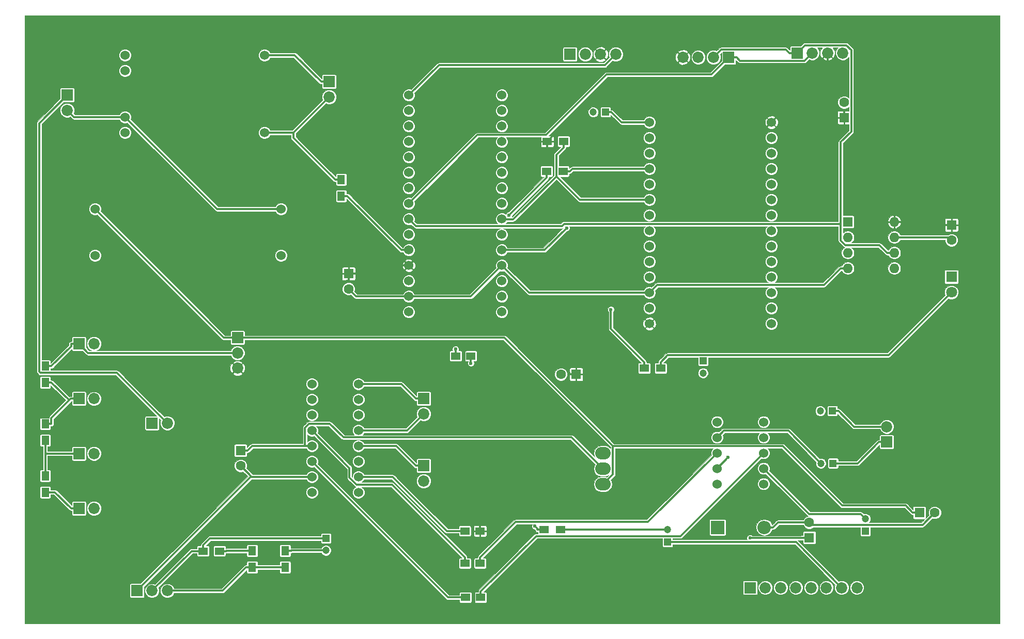
<source format=gbr>
G04 #@! TF.FileFunction,Copper,L1,Top,Signal*
%FSLAX46Y46*%
G04 Gerber Fmt 4.6, Leading zero omitted, Abs format (unit mm)*
G04 Created by KiCad (PCBNEW 4.0.5) date 07/04/17 20:38:32*
%MOMM*%
%LPD*%
G01*
G04 APERTURE LIST*
%ADD10C,0.100000*%
%ADD11R,2.200000X2.200000*%
%ADD12O,2.200000X2.200000*%
%ADD13R,1.200000X1.200000*%
%ADD14C,1.200000*%
%ADD15R,1.600000X1.600000*%
%ADD16C,1.600000*%
%ADD17R,1.500000X1.250000*%
%ADD18R,1.800000X1.800000*%
%ADD19C,1.800000*%
%ADD20R,1.850000X1.850000*%
%ADD21C,1.850000*%
%ADD22O,2.540000X2.032000*%
%ADD23R,1.300000X1.500000*%
%ADD24R,1.500000X1.300000*%
%ADD25C,1.524000*%
%ADD26O,1.600000X1.600000*%
%ADD27C,0.600000*%
%ADD28C,0.300000*%
G04 APERTURE END LIST*
D10*
D11*
X173700000Y-134100000D03*
D12*
X181320000Y-134100000D03*
D13*
X109500000Y-135900000D03*
D14*
X109500000Y-137900000D03*
D15*
X206760000Y-131685000D03*
D16*
X209260000Y-131685000D03*
D15*
X113200000Y-92500000D03*
D16*
X113200000Y-95000000D03*
D17*
X134750000Y-134700000D03*
X132250000Y-134700000D03*
D15*
X95500000Y-121500000D03*
D16*
X95500000Y-124000000D03*
D17*
X132350000Y-145600000D03*
X134850000Y-145600000D03*
D15*
X150500000Y-109000000D03*
D16*
X148000000Y-109000000D03*
D17*
X132250000Y-140000000D03*
X134750000Y-140000000D03*
D13*
X155300000Y-66000000D03*
D14*
X153300000Y-66000000D03*
D17*
X130750000Y-106000000D03*
X133250000Y-106000000D03*
D13*
X171300000Y-106800000D03*
D14*
X171300000Y-108800000D03*
D15*
X212000000Y-84500000D03*
D16*
X212000000Y-87000000D03*
D15*
X188700000Y-135800000D03*
D16*
X188700000Y-133300000D03*
D15*
X194400000Y-66900000D03*
D16*
X194400000Y-64400000D03*
D13*
X197900000Y-134700000D03*
D14*
X197900000Y-132700000D03*
D13*
X192600000Y-123600000D03*
D14*
X190600000Y-123600000D03*
D13*
X165500000Y-136500000D03*
D14*
X165500000Y-134500000D03*
D13*
X192500000Y-115000000D03*
D14*
X190500000Y-115000000D03*
D18*
X212000000Y-93000000D03*
D19*
X212000000Y-95540000D03*
D20*
X67100000Y-63200000D03*
D21*
X67100000Y-65700000D03*
D20*
X95000000Y-103000000D03*
D21*
X95000000Y-105500000D03*
X95000000Y-108000000D03*
D20*
X69000000Y-131000000D03*
D21*
X71500000Y-131000000D03*
D20*
X69000000Y-122000000D03*
D21*
X71500000Y-122000000D03*
D20*
X69000000Y-113000000D03*
D21*
X71500000Y-113000000D03*
D20*
X69000000Y-104000000D03*
D21*
X71500000Y-104000000D03*
D20*
X78500000Y-144500000D03*
D21*
X81000000Y-144500000D03*
X83500000Y-144500000D03*
D20*
X110000000Y-61000000D03*
D21*
X110000000Y-63500000D03*
D20*
X125500000Y-113000000D03*
D21*
X125500000Y-115500000D03*
D20*
X125500000Y-124000000D03*
D21*
X125500000Y-126500000D03*
D20*
X149500000Y-56500000D03*
D21*
X152000000Y-56500000D03*
X154500000Y-56500000D03*
X157000000Y-56500000D03*
D20*
X175500000Y-57000000D03*
D21*
X173000000Y-57000000D03*
X170500000Y-57000000D03*
X168000000Y-57000000D03*
D20*
X186700000Y-56300000D03*
D21*
X189200000Y-56300000D03*
X191700000Y-56300000D03*
X194200000Y-56300000D03*
D20*
X179000000Y-144000000D03*
D21*
X181500000Y-144000000D03*
X184000000Y-144000000D03*
X186500000Y-144000000D03*
X189000000Y-144000000D03*
X191500000Y-144000000D03*
X194000000Y-144000000D03*
X196500000Y-144000000D03*
D20*
X201400000Y-120100000D03*
D21*
X201400000Y-117600000D03*
D20*
X81000000Y-117000000D03*
D21*
X83500000Y-117000000D03*
D22*
X154900000Y-124500000D03*
X154900000Y-127040000D03*
X154900000Y-121960000D03*
D23*
X63500000Y-128350000D03*
X63500000Y-125650000D03*
X63500000Y-119850000D03*
X63500000Y-117150000D03*
X63500000Y-110350000D03*
X63500000Y-107650000D03*
X102800000Y-140650000D03*
X102800000Y-137950000D03*
D24*
X89350000Y-138000000D03*
X92050000Y-138000000D03*
D23*
X97400000Y-137950000D03*
X97400000Y-140650000D03*
X112000000Y-77050000D03*
X112000000Y-79750000D03*
D24*
X164350000Y-108000000D03*
X161650000Y-108000000D03*
X148350000Y-75700000D03*
X145650000Y-75700000D03*
X145750000Y-70800000D03*
X148450000Y-70800000D03*
X145250000Y-134500000D03*
X147950000Y-134500000D03*
D25*
X102140000Y-89510000D03*
X102140000Y-81890000D03*
X71660000Y-89510000D03*
X71660000Y-81890000D03*
X76570000Y-66810000D03*
X76570000Y-59190000D03*
X76570000Y-56650000D03*
X76570000Y-69350000D03*
X99430000Y-56650000D03*
X99430000Y-69350000D03*
X114810000Y-120770000D03*
X114810000Y-123310000D03*
X114810000Y-125850000D03*
X114810000Y-128390000D03*
X114810000Y-118230000D03*
X114810000Y-115690000D03*
X114810000Y-113150000D03*
X114810000Y-110610000D03*
X107190000Y-128390000D03*
X107190000Y-125850000D03*
X107190000Y-123310000D03*
X107190000Y-120770000D03*
X107190000Y-118230000D03*
X107190000Y-115690000D03*
X107190000Y-113150000D03*
X107190000Y-110610000D03*
X138320000Y-83540000D03*
X138320000Y-86080000D03*
X138320000Y-88620000D03*
X138320000Y-91160000D03*
X138320000Y-93700000D03*
X138320000Y-96240000D03*
X138320000Y-98780000D03*
X138320000Y-81000000D03*
X138320000Y-78460000D03*
X138320000Y-75920000D03*
X138320000Y-73380000D03*
X138320000Y-70840000D03*
X138320000Y-68300000D03*
X138320000Y-65760000D03*
X138320000Y-63220000D03*
X123080000Y-63220000D03*
X123080000Y-65760000D03*
X123080000Y-68300000D03*
X123080000Y-70840000D03*
X123080000Y-73380000D03*
X123080000Y-75920000D03*
X123080000Y-78460000D03*
X123080000Y-81000000D03*
X123080000Y-83540000D03*
X123080000Y-86080000D03*
X123080000Y-88620000D03*
X123080000Y-91160000D03*
X123080000Y-93700000D03*
X123080000Y-96240000D03*
X123080000Y-98780000D03*
X182500000Y-100700000D03*
X182500000Y-98160000D03*
X182500000Y-95620000D03*
X182500000Y-93080000D03*
X182500000Y-90540000D03*
X182500000Y-88000000D03*
X182500000Y-85460000D03*
X182500000Y-82920000D03*
X182500000Y-80380000D03*
X182500000Y-77840000D03*
X182500000Y-75300000D03*
X182500000Y-72760000D03*
X182500000Y-70220000D03*
X182500000Y-67680000D03*
X162500000Y-100700000D03*
X162500000Y-98160000D03*
X162500000Y-95620000D03*
X162500000Y-93080000D03*
X162500000Y-90540000D03*
X162500000Y-88000000D03*
X162500000Y-85460000D03*
X162500000Y-82920000D03*
X162500000Y-80380000D03*
X162500000Y-77840000D03*
X162500000Y-75300000D03*
X162500000Y-72760000D03*
X162500000Y-70220000D03*
X162500000Y-67680000D03*
X181210000Y-121900000D03*
X181210000Y-124440000D03*
X181210000Y-126980000D03*
X181210000Y-119360000D03*
X181210000Y-116820000D03*
X173590000Y-121900000D03*
X173590000Y-124440000D03*
X173590000Y-126980000D03*
X173590000Y-119360000D03*
X173590000Y-116820000D03*
D15*
X195000000Y-84000000D03*
D26*
X202620000Y-91620000D03*
X195000000Y-86540000D03*
X202620000Y-89080000D03*
X195000000Y-89080000D03*
X202620000Y-86540000D03*
X195000000Y-91620000D03*
X202620000Y-84000000D03*
D27*
X156682900Y-127452300D03*
X175409000Y-122621000D03*
X130750000Y-104864500D03*
X143733800Y-133890900D03*
X133250000Y-107182400D03*
X179000000Y-135862900D03*
X156191200Y-98399200D03*
X139508800Y-82903900D03*
X148925000Y-85001600D03*
D28*
X211540000Y-86540000D02*
X212000000Y-87000000D01*
X202620000Y-86540000D02*
X211540000Y-86540000D01*
X133240000Y-96240000D02*
X123080000Y-96240000D01*
X138320000Y-91160000D02*
X133240000Y-96240000D01*
X183570300Y-133300000D02*
X182770300Y-134100000D01*
X188700000Y-133300000D02*
X183570300Y-133300000D01*
X181320000Y-134100000D02*
X182770300Y-134100000D01*
X189093400Y-133693400D02*
X188700000Y-133300000D01*
X207251600Y-133693400D02*
X189093400Y-133693400D01*
X209260000Y-131685000D02*
X207251600Y-133693400D01*
X142780000Y-95620000D02*
X162500000Y-95620000D01*
X138320000Y-91160000D02*
X142780000Y-95620000D01*
X129296300Y-134700000D02*
X132250000Y-134700000D01*
X120446300Y-125850000D02*
X129296300Y-134700000D01*
X114810000Y-125850000D02*
X120446300Y-125850000D01*
X163770000Y-94350000D02*
X162500000Y-95620000D01*
X191119700Y-94350000D02*
X163770000Y-94350000D01*
X193849700Y-91620000D02*
X191119700Y-94350000D01*
X195000000Y-91620000D02*
X193849700Y-91620000D01*
X63500000Y-107650000D02*
X64500300Y-107650000D01*
X67724700Y-104425600D02*
X64500300Y-107650000D01*
X67724700Y-104000000D02*
X67724700Y-104425600D01*
X70500000Y-105500000D02*
X95000000Y-105500000D01*
X69000000Y-104000000D02*
X70500000Y-105500000D01*
X69000000Y-104000000D02*
X67724700Y-104000000D01*
X103850300Y-137900000D02*
X103800300Y-137950000D01*
X109500000Y-137900000D02*
X103850300Y-137900000D01*
X102800000Y-137950000D02*
X103800300Y-137950000D01*
X97250000Y-125750000D02*
X78500000Y-144500000D01*
X97350000Y-125850000D02*
X97250000Y-125750000D01*
X107190000Y-125850000D02*
X97350000Y-125850000D01*
X97250000Y-125750000D02*
X95500000Y-124000000D01*
X114440000Y-96240000D02*
X113200000Y-95000000D01*
X123080000Y-96240000D02*
X114440000Y-96240000D01*
X87500000Y-138000000D02*
X81000000Y-144500000D01*
X89350000Y-138000000D02*
X87500000Y-138000000D01*
X90449700Y-135900000D02*
X89350000Y-136999700D01*
X109500000Y-135900000D02*
X90449700Y-135900000D01*
X89350000Y-138000000D02*
X89350000Y-136999700D01*
X92770000Y-103000000D02*
X95000000Y-103000000D01*
X71660000Y-81890000D02*
X92770000Y-103000000D01*
X206760000Y-131685000D02*
X205609700Y-131685000D01*
X204459400Y-130534700D02*
X205609700Y-131685000D01*
X194109700Y-130534700D02*
X204459400Y-130534700D01*
X184354700Y-120779700D02*
X194109700Y-130534700D01*
X156520400Y-120779700D02*
X184354700Y-120779700D01*
X138740700Y-103000000D02*
X156520400Y-120779700D01*
X95000000Y-103000000D02*
X138740700Y-103000000D01*
X156520400Y-125419600D02*
X154900000Y-127040000D01*
X156520400Y-120779700D02*
X156520400Y-125419600D01*
X194400000Y-66900000D02*
X194400000Y-65749700D01*
X186842700Y-63337300D02*
X191700000Y-63337300D01*
X182500000Y-67680000D02*
X186842700Y-63337300D01*
X194112400Y-65749700D02*
X191700000Y-63337300D01*
X194400000Y-65749700D02*
X194112400Y-65749700D01*
X191700000Y-63337300D02*
X191700000Y-56300000D01*
X210349700Y-84000000D02*
X210849700Y-84500000D01*
X202620000Y-84000000D02*
X210349700Y-84000000D01*
X212000000Y-84500000D02*
X210849700Y-84500000D01*
X147442400Y-69107600D02*
X145750000Y-70800000D01*
X181072400Y-69107600D02*
X147442400Y-69107600D01*
X182500000Y-67680000D02*
X181072400Y-69107600D01*
X145750000Y-70800000D02*
X145750000Y-71800300D01*
X149349700Y-108712400D02*
X149349700Y-109000000D01*
X142495100Y-101857800D02*
X149349700Y-108712400D01*
X118418600Y-101857800D02*
X142495100Y-101857800D01*
X111999900Y-95439100D02*
X118418600Y-101857800D01*
X111999900Y-94562800D02*
X111999900Y-95439100D01*
X112912400Y-93650300D02*
X111999900Y-94562800D01*
X113200000Y-93650300D02*
X112912400Y-93650300D01*
X113200000Y-92500000D02*
X113200000Y-93650300D01*
X150500000Y-109000000D02*
X149349700Y-109000000D01*
X134750000Y-134700000D02*
X134750000Y-133724700D01*
X113200000Y-92500000D02*
X114350300Y-92500000D01*
X124205800Y-90034200D02*
X123080000Y-91160000D01*
X124205800Y-85601200D02*
X124205800Y-90034200D01*
X123541800Y-84937200D02*
X124205800Y-85601200D01*
X122854300Y-84937200D02*
X123541800Y-84937200D01*
X121967600Y-84050500D02*
X122854300Y-84937200D01*
X121967600Y-83069500D02*
X121967600Y-84050500D01*
X122767100Y-82270000D02*
X121967600Y-83069500D01*
X124549600Y-82270000D02*
X122767100Y-82270000D01*
X129629600Y-77190000D02*
X124549600Y-82270000D01*
X140360300Y-77190000D02*
X129629600Y-77190000D01*
X145750000Y-71800300D02*
X140360300Y-77190000D01*
X115690300Y-91160000D02*
X114350300Y-92500000D01*
X123080000Y-91160000D02*
X115690300Y-91160000D01*
X137430500Y-131044200D02*
X134750000Y-133724700D01*
X153091000Y-131044200D02*
X137430500Y-131044200D01*
X156682900Y-127452300D02*
X153091000Y-131044200D01*
X95500000Y-121500000D02*
X96650300Y-121500000D01*
X149745200Y-119345200D02*
X154900000Y-124500000D01*
X112356600Y-119345200D02*
X149745200Y-119345200D01*
X110123200Y-117111800D02*
X112356600Y-119345200D01*
X106720300Y-117111800D02*
X110123200Y-117111800D01*
X106062400Y-117769700D02*
X106720300Y-117111800D01*
X106062400Y-120770000D02*
X106062400Y-117769700D01*
X107190000Y-120770000D02*
X106062400Y-120770000D01*
X97380300Y-120770000D02*
X96650300Y-121500000D01*
X106062400Y-120770000D02*
X97380300Y-120770000D01*
X129480000Y-145600000D02*
X132350000Y-145600000D01*
X107190000Y-123310000D02*
X129480000Y-145600000D01*
X143925100Y-135549600D02*
X134850000Y-144624700D01*
X167560400Y-135549600D02*
X143925100Y-135549600D01*
X181210000Y-121900000D02*
X167560400Y-135549600D01*
X134850000Y-145600000D02*
X134850000Y-144624700D01*
X132250000Y-140000000D02*
X132250000Y-139024700D01*
X120345300Y-127120000D02*
X132250000Y-139024700D01*
X114499200Y-127120000D02*
X120345300Y-127120000D01*
X113340500Y-125961300D02*
X114499200Y-127120000D01*
X113340500Y-124380500D02*
X113340500Y-125961300D01*
X107190000Y-118230000D02*
X113340500Y-124380500D01*
X140566900Y-133207800D02*
X134750000Y-139024700D01*
X162282200Y-133207800D02*
X140566900Y-133207800D01*
X173590000Y-121900000D02*
X162282200Y-133207800D01*
X134750000Y-140000000D02*
X134750000Y-139024700D01*
X157930300Y-67680000D02*
X156250300Y-66000000D01*
X162500000Y-67680000D02*
X157930300Y-67680000D01*
X155300000Y-66000000D02*
X156250300Y-66000000D01*
X147950000Y-134500000D02*
X165500000Y-134500000D01*
X173590000Y-124440000D02*
X175409000Y-122621000D01*
X130750000Y-104864500D02*
X130750000Y-106000000D01*
X144149700Y-134306800D02*
X143733800Y-133890900D01*
X144149700Y-134500000D02*
X144149700Y-134306800D01*
X145250000Y-134500000D02*
X144149700Y-134500000D01*
X133250000Y-107182400D02*
X133250000Y-106000000D01*
X197135100Y-131935100D02*
X197900000Y-132700000D01*
X188705100Y-131935100D02*
X197135100Y-131935100D01*
X181210000Y-124440000D02*
X188705100Y-131935100D01*
X188700000Y-135800000D02*
X187549700Y-135800000D01*
X187486800Y-135862900D02*
X179000000Y-135862900D01*
X187549700Y-135800000D02*
X187486800Y-135862900D01*
X196624700Y-123600000D02*
X192600000Y-123600000D01*
X200124700Y-120100000D02*
X196624700Y-123600000D01*
X201400000Y-120100000D02*
X200124700Y-120100000D01*
X185243800Y-118243800D02*
X190600000Y-123600000D01*
X174706200Y-118243800D02*
X185243800Y-118243800D01*
X173590000Y-119360000D02*
X174706200Y-118243800D01*
X165500000Y-136500000D02*
X166450300Y-136500000D01*
X186513200Y-136513200D02*
X194000000Y-144000000D01*
X166463500Y-136513200D02*
X186513200Y-136513200D01*
X166450300Y-136500000D02*
X166463500Y-136513200D01*
X196050300Y-117600000D02*
X193450300Y-115000000D01*
X201400000Y-117600000D02*
X196050300Y-117600000D01*
X192500000Y-115000000D02*
X193450300Y-115000000D01*
X201690300Y-105849700D02*
X212000000Y-95540000D01*
X165500000Y-105849700D02*
X201690300Y-105849700D01*
X164350000Y-106999700D02*
X165500000Y-105849700D01*
X164350000Y-108000000D02*
X164350000Y-106999700D01*
X75250400Y-108750400D02*
X83500000Y-117000000D01*
X62704200Y-108750400D02*
X75250400Y-108750400D01*
X62499600Y-108545800D02*
X62704200Y-108750400D01*
X62499600Y-67800400D02*
X62499600Y-108545800D01*
X67100000Y-63200000D02*
X62499600Y-67800400D01*
X91650000Y-81890000D02*
X76570000Y-66810000D01*
X102140000Y-81890000D02*
X91650000Y-81890000D01*
X68210000Y-66810000D02*
X67100000Y-65700000D01*
X76570000Y-66810000D02*
X68210000Y-66810000D01*
X65074700Y-128350000D02*
X67724700Y-131000000D01*
X63500000Y-128350000D02*
X65074700Y-128350000D01*
X69000000Y-131000000D02*
X67724700Y-131000000D01*
X69000000Y-122000000D02*
X67724700Y-122000000D01*
X63500000Y-122000000D02*
X67724700Y-122000000D01*
X63500000Y-119850000D02*
X63500000Y-122000000D01*
X63500000Y-122000000D02*
X63500000Y-125650000D01*
X69000000Y-113000000D02*
X67724700Y-113000000D01*
X63500000Y-117150000D02*
X64500300Y-117150000D01*
X63500000Y-110350000D02*
X64500300Y-110350000D01*
X64500300Y-110350000D02*
X67400200Y-113249800D01*
X64500300Y-116149700D02*
X67400200Y-113249800D01*
X64500300Y-117150000D02*
X64500300Y-116149700D01*
X67650000Y-113000000D02*
X67724700Y-113000000D01*
X67400200Y-113249800D02*
X67650000Y-113000000D01*
X97400000Y-140650000D02*
X102800000Y-140650000D01*
X92549700Y-144500000D02*
X83500000Y-144500000D01*
X96399700Y-140650000D02*
X92549700Y-144500000D01*
X97400000Y-140650000D02*
X96399700Y-140650000D01*
X104374700Y-56650000D02*
X108724700Y-61000000D01*
X99430000Y-56650000D02*
X104374700Y-56650000D01*
X110000000Y-61000000D02*
X108724700Y-61000000D01*
X112000000Y-77050000D02*
X110999700Y-77050000D01*
X104150000Y-70200300D02*
X104150000Y-69350000D01*
X110999700Y-77050000D02*
X104150000Y-70200300D01*
X99430000Y-69350000D02*
X104150000Y-69350000D01*
X104150000Y-69350000D02*
X110000000Y-63500000D01*
X121834700Y-110610000D02*
X124224700Y-113000000D01*
X114810000Y-110610000D02*
X121834700Y-110610000D01*
X125500000Y-113000000D02*
X124224700Y-113000000D01*
X122770000Y-118230000D02*
X125500000Y-115500000D01*
X114810000Y-118230000D02*
X122770000Y-118230000D01*
X120994700Y-120770000D02*
X124224700Y-124000000D01*
X114810000Y-120770000D02*
X120994700Y-120770000D01*
X125500000Y-124000000D02*
X124224700Y-124000000D01*
X155211000Y-58289000D02*
X157000000Y-56500000D01*
X128011000Y-58289000D02*
X155211000Y-58289000D01*
X123080000Y-63220000D02*
X128011000Y-58289000D01*
X177350700Y-57575400D02*
X176775300Y-57000000D01*
X187924600Y-57575400D02*
X177350700Y-57575400D01*
X189200000Y-56300000D02*
X187924600Y-57575400D01*
X175500000Y-57000000D02*
X176775300Y-57000000D01*
X172676600Y-59823400D02*
X175500000Y-57000000D01*
X155480400Y-59823400D02*
X172676600Y-59823400D01*
X145576100Y-69727700D02*
X155480400Y-59823400D01*
X134352300Y-69727700D02*
X145576100Y-69727700D01*
X123080000Y-81000000D02*
X134352300Y-69727700D01*
X202620000Y-89080000D02*
X201469700Y-89080000D01*
X174275400Y-55724600D02*
X173000000Y-57000000D01*
X184849300Y-55724600D02*
X174275400Y-55724600D01*
X185424700Y-56300000D02*
X184849300Y-55724600D01*
X186700000Y-56300000D02*
X185424700Y-56300000D01*
X148508000Y-84335400D02*
X193832200Y-84335400D01*
X148156300Y-84687100D02*
X148508000Y-84335400D01*
X124227100Y-84687100D02*
X148156300Y-84687100D01*
X123080000Y-83540000D02*
X124227100Y-84687100D01*
X193832200Y-87036600D02*
X193832200Y-84335400D01*
X194605600Y-87810000D02*
X193832200Y-87036600D01*
X200199700Y-87810000D02*
X194605600Y-87810000D01*
X201469700Y-89080000D02*
X200199700Y-87810000D01*
X187981700Y-55018300D02*
X186700000Y-56300000D01*
X194761900Y-55018300D02*
X187981700Y-55018300D01*
X195572700Y-55829100D02*
X194761900Y-55018300D01*
X195572700Y-69189500D02*
X195572700Y-55829100D01*
X193832200Y-70930000D02*
X195572700Y-69189500D01*
X193832200Y-84335400D02*
X193832200Y-70930000D01*
X93200300Y-137950000D02*
X93150300Y-138000000D01*
X97400000Y-137950000D02*
X93200300Y-137950000D01*
X92050000Y-138000000D02*
X93150300Y-138000000D01*
X121870300Y-88620000D02*
X113000300Y-79750000D01*
X123080000Y-88620000D02*
X121870300Y-88620000D01*
X112000000Y-79750000D02*
X113000300Y-79750000D01*
X156191200Y-101540900D02*
X161650000Y-106999700D01*
X156191200Y-98399200D02*
X156191200Y-101540900D01*
X161650000Y-108000000D02*
X161650000Y-106999700D01*
X149850300Y-75300000D02*
X149450300Y-75700000D01*
X162500000Y-75300000D02*
X149850300Y-75300000D01*
X148350000Y-75700000D02*
X149450300Y-75700000D01*
X145650000Y-76762700D02*
X145650000Y-75700000D01*
X139508800Y-82903900D02*
X145650000Y-76762700D01*
X148450000Y-70800000D02*
X148450000Y-71800300D01*
X151111100Y-80380000D02*
X147249600Y-76518500D01*
X162500000Y-80380000D02*
X151111100Y-80380000D01*
X147249600Y-73000700D02*
X148450000Y-71800300D01*
X147249600Y-76518500D02*
X147249600Y-73000700D01*
X140192400Y-83575700D02*
X147249600Y-76518500D01*
X138355700Y-83575700D02*
X140192400Y-83575700D01*
X138320000Y-83540000D02*
X138355700Y-83575700D01*
X145306600Y-88620000D02*
X148925000Y-85001600D01*
X138320000Y-88620000D02*
X145306600Y-88620000D01*
D10*
G36*
X219875000Y-149875000D02*
X60125000Y-149875000D01*
X60125000Y-143575000D01*
X77320103Y-143575000D01*
X77320103Y-145425000D01*
X77337535Y-145517644D01*
X77392288Y-145602732D01*
X77475831Y-145659815D01*
X77575000Y-145679897D01*
X79425000Y-145679897D01*
X79517644Y-145662465D01*
X79602732Y-145607712D01*
X79659815Y-145524169D01*
X79679897Y-145425000D01*
X79679897Y-144732697D01*
X79824796Y-144732697D01*
X80003302Y-145164715D01*
X80333547Y-145495536D01*
X80765253Y-145674796D01*
X81232697Y-145675204D01*
X81664715Y-145496698D01*
X81995536Y-145166453D01*
X82174796Y-144734747D01*
X82174797Y-144732697D01*
X82324796Y-144732697D01*
X82503302Y-145164715D01*
X82833547Y-145495536D01*
X83265253Y-145674796D01*
X83732697Y-145675204D01*
X84164715Y-145496698D01*
X84495536Y-145166453D01*
X84606177Y-144900000D01*
X92549700Y-144900000D01*
X92702774Y-144869552D01*
X92832543Y-144782843D01*
X96495103Y-141120283D01*
X96495103Y-141400000D01*
X96512535Y-141492644D01*
X96567288Y-141577732D01*
X96650831Y-141634815D01*
X96750000Y-141654897D01*
X98050000Y-141654897D01*
X98142644Y-141637465D01*
X98227732Y-141582712D01*
X98284815Y-141499169D01*
X98304897Y-141400000D01*
X98304897Y-141050000D01*
X101895103Y-141050000D01*
X101895103Y-141400000D01*
X101912535Y-141492644D01*
X101967288Y-141577732D01*
X102050831Y-141634815D01*
X102150000Y-141654897D01*
X103450000Y-141654897D01*
X103542644Y-141637465D01*
X103627732Y-141582712D01*
X103684815Y-141499169D01*
X103704897Y-141400000D01*
X103704897Y-139900000D01*
X103687465Y-139807356D01*
X103632712Y-139722268D01*
X103549169Y-139665185D01*
X103450000Y-139645103D01*
X102150000Y-139645103D01*
X102057356Y-139662535D01*
X101972268Y-139717288D01*
X101915185Y-139800831D01*
X101895103Y-139900000D01*
X101895103Y-140250000D01*
X98304897Y-140250000D01*
X98304897Y-139900000D01*
X98287465Y-139807356D01*
X98232712Y-139722268D01*
X98149169Y-139665185D01*
X98050000Y-139645103D01*
X96750000Y-139645103D01*
X96657356Y-139662535D01*
X96572268Y-139717288D01*
X96515185Y-139800831D01*
X96495103Y-139900000D01*
X96495103Y-140250000D01*
X96399700Y-140250000D01*
X96246626Y-140280448D01*
X96116857Y-140367157D01*
X92384014Y-144100000D01*
X84606076Y-144100000D01*
X84496698Y-143835285D01*
X84166453Y-143504464D01*
X83734747Y-143325204D01*
X83267303Y-143324796D01*
X82835285Y-143503302D01*
X82504464Y-143833547D01*
X82325204Y-144265253D01*
X82324796Y-144732697D01*
X82174797Y-144732697D01*
X82175204Y-144267303D01*
X82065028Y-144000658D01*
X87665686Y-138400000D01*
X88345103Y-138400000D01*
X88345103Y-138650000D01*
X88362535Y-138742644D01*
X88417288Y-138827732D01*
X88500831Y-138884815D01*
X88600000Y-138904897D01*
X90100000Y-138904897D01*
X90192644Y-138887465D01*
X90277732Y-138832712D01*
X90334815Y-138749169D01*
X90354897Y-138650000D01*
X90354897Y-137350000D01*
X91045103Y-137350000D01*
X91045103Y-138650000D01*
X91062535Y-138742644D01*
X91117288Y-138827732D01*
X91200831Y-138884815D01*
X91300000Y-138904897D01*
X92800000Y-138904897D01*
X92892644Y-138887465D01*
X92977732Y-138832712D01*
X93034815Y-138749169D01*
X93054897Y-138650000D01*
X93054897Y-138400000D01*
X93150300Y-138400000D01*
X93303374Y-138369552D01*
X93332636Y-138350000D01*
X96495103Y-138350000D01*
X96495103Y-138700000D01*
X96512535Y-138792644D01*
X96567288Y-138877732D01*
X96650831Y-138934815D01*
X96750000Y-138954897D01*
X98050000Y-138954897D01*
X98142644Y-138937465D01*
X98227732Y-138882712D01*
X98284815Y-138799169D01*
X98304897Y-138700000D01*
X98304897Y-137200000D01*
X101895103Y-137200000D01*
X101895103Y-138700000D01*
X101912535Y-138792644D01*
X101967288Y-138877732D01*
X102050831Y-138934815D01*
X102150000Y-138954897D01*
X103450000Y-138954897D01*
X103542644Y-138937465D01*
X103627732Y-138882712D01*
X103684815Y-138799169D01*
X103704897Y-138700000D01*
X103704897Y-138350000D01*
X103800300Y-138350000D01*
X103953374Y-138319552D01*
X103982636Y-138300000D01*
X108745576Y-138300000D01*
X108778985Y-138380857D01*
X109017885Y-138620174D01*
X109330183Y-138749852D01*
X109668334Y-138750147D01*
X109980857Y-138621015D01*
X110220174Y-138382115D01*
X110349852Y-138069817D01*
X110350147Y-137731666D01*
X110221015Y-137419143D01*
X109982115Y-137179826D01*
X109669817Y-137050148D01*
X109331666Y-137049853D01*
X109019143Y-137178985D01*
X108779826Y-137417885D01*
X108745729Y-137500000D01*
X103850305Y-137500000D01*
X103850300Y-137499999D01*
X103704897Y-137528922D01*
X103704897Y-137200000D01*
X103687465Y-137107356D01*
X103632712Y-137022268D01*
X103549169Y-136965185D01*
X103450000Y-136945103D01*
X102150000Y-136945103D01*
X102057356Y-136962535D01*
X101972268Y-137017288D01*
X101915185Y-137100831D01*
X101895103Y-137200000D01*
X98304897Y-137200000D01*
X98287465Y-137107356D01*
X98232712Y-137022268D01*
X98149169Y-136965185D01*
X98050000Y-136945103D01*
X96750000Y-136945103D01*
X96657356Y-136962535D01*
X96572268Y-137017288D01*
X96515185Y-137100831D01*
X96495103Y-137200000D01*
X96495103Y-137550000D01*
X93200305Y-137550000D01*
X93200300Y-137549999D01*
X93054897Y-137578922D01*
X93054897Y-137350000D01*
X93037465Y-137257356D01*
X92982712Y-137172268D01*
X92899169Y-137115185D01*
X92800000Y-137095103D01*
X91300000Y-137095103D01*
X91207356Y-137112535D01*
X91122268Y-137167288D01*
X91065185Y-137250831D01*
X91045103Y-137350000D01*
X90354897Y-137350000D01*
X90337465Y-137257356D01*
X90282712Y-137172268D01*
X90199169Y-137115185D01*
X90100000Y-137095103D01*
X89820283Y-137095103D01*
X90615385Y-136300000D01*
X108645103Y-136300000D01*
X108645103Y-136500000D01*
X108662535Y-136592644D01*
X108717288Y-136677732D01*
X108800831Y-136734815D01*
X108900000Y-136754897D01*
X110100000Y-136754897D01*
X110192644Y-136737465D01*
X110277732Y-136682712D01*
X110334815Y-136599169D01*
X110354897Y-136500000D01*
X110354897Y-135300000D01*
X110337465Y-135207356D01*
X110282712Y-135122268D01*
X110199169Y-135065185D01*
X110100000Y-135045103D01*
X108900000Y-135045103D01*
X108807356Y-135062535D01*
X108722268Y-135117288D01*
X108665185Y-135200831D01*
X108645103Y-135300000D01*
X108645103Y-135500000D01*
X90449705Y-135500000D01*
X90449700Y-135499999D01*
X90296626Y-135530448D01*
X90262875Y-135553000D01*
X90166857Y-135617157D01*
X90166855Y-135617160D01*
X89067157Y-136716857D01*
X88980448Y-136846626D01*
X88980448Y-136846627D01*
X88950000Y-136999700D01*
X88950000Y-137095103D01*
X88600000Y-137095103D01*
X88507356Y-137112535D01*
X88422268Y-137167288D01*
X88365185Y-137250831D01*
X88345103Y-137350000D01*
X88345103Y-137600000D01*
X87500000Y-137600000D01*
X87346926Y-137630448D01*
X87217157Y-137717157D01*
X81499270Y-143435044D01*
X81234747Y-143325204D01*
X80767303Y-143324796D01*
X80335285Y-143503302D01*
X80004464Y-143833547D01*
X79825204Y-144265253D01*
X79824796Y-144732697D01*
X79679897Y-144732697D01*
X79679897Y-143885789D01*
X94975270Y-128590416D01*
X106177825Y-128590416D01*
X106331568Y-128962503D01*
X106616000Y-129247431D01*
X106987818Y-129401824D01*
X107390416Y-129402175D01*
X107762503Y-129248432D01*
X108047431Y-128964000D01*
X108201824Y-128592182D01*
X108202175Y-128189584D01*
X108048432Y-127817497D01*
X107764000Y-127532569D01*
X107392182Y-127378176D01*
X106989584Y-127377825D01*
X106617497Y-127531568D01*
X106332569Y-127816000D01*
X106178176Y-128187818D01*
X106177825Y-128590416D01*
X94975270Y-128590416D01*
X97321379Y-126244307D01*
X97350000Y-126250000D01*
X106260291Y-126250000D01*
X106331568Y-126422503D01*
X106616000Y-126707431D01*
X106987818Y-126861824D01*
X107390416Y-126862175D01*
X107762503Y-126708432D01*
X108047431Y-126424000D01*
X108201824Y-126052182D01*
X108202175Y-125649584D01*
X108048432Y-125277497D01*
X107764000Y-124992569D01*
X107392182Y-124838176D01*
X106989584Y-124837825D01*
X106617497Y-124991568D01*
X106332569Y-125276000D01*
X106260318Y-125450000D01*
X97515686Y-125450000D01*
X96469320Y-124403634D01*
X96549818Y-124209774D01*
X96550182Y-123792058D01*
X96433810Y-123510416D01*
X106177825Y-123510416D01*
X106331568Y-123882503D01*
X106616000Y-124167431D01*
X106987818Y-124321824D01*
X107390416Y-124322175D01*
X107564542Y-124250228D01*
X129197155Y-145882840D01*
X129197157Y-145882843D01*
X129326927Y-145969552D01*
X129480000Y-146000000D01*
X131345103Y-146000000D01*
X131345103Y-146225000D01*
X131362535Y-146317644D01*
X131417288Y-146402732D01*
X131500831Y-146459815D01*
X131600000Y-146479897D01*
X133100000Y-146479897D01*
X133192644Y-146462465D01*
X133277732Y-146407712D01*
X133334815Y-146324169D01*
X133354897Y-146225000D01*
X133354897Y-144975000D01*
X133337465Y-144882356D01*
X133282712Y-144797268D01*
X133199169Y-144740185D01*
X133100000Y-144720103D01*
X131600000Y-144720103D01*
X131507356Y-144737535D01*
X131422268Y-144792288D01*
X131365185Y-144875831D01*
X131345103Y-144975000D01*
X131345103Y-145200000D01*
X129645685Y-145200000D01*
X108130246Y-123684560D01*
X108201824Y-123512182D01*
X108202175Y-123109584D01*
X108048432Y-122737497D01*
X107764000Y-122452569D01*
X107392182Y-122298176D01*
X106989584Y-122297825D01*
X106617497Y-122451568D01*
X106332569Y-122736000D01*
X106178176Y-123107818D01*
X106177825Y-123510416D01*
X96433810Y-123510416D01*
X96390666Y-123406000D01*
X96095554Y-123110372D01*
X95709774Y-122950182D01*
X95292058Y-122949818D01*
X94906000Y-123109334D01*
X94610372Y-123404446D01*
X94450182Y-123790226D01*
X94449818Y-124207942D01*
X94609334Y-124594000D01*
X94904446Y-124889628D01*
X95290226Y-125049818D01*
X95707942Y-125050182D01*
X95903637Y-124969323D01*
X96684314Y-125750000D01*
X79114211Y-143320103D01*
X77575000Y-143320103D01*
X77482356Y-143337535D01*
X77397268Y-143392288D01*
X77340185Y-143475831D01*
X77320103Y-143575000D01*
X60125000Y-143575000D01*
X60125000Y-127600000D01*
X62595103Y-127600000D01*
X62595103Y-129100000D01*
X62612535Y-129192644D01*
X62667288Y-129277732D01*
X62750831Y-129334815D01*
X62850000Y-129354897D01*
X64150000Y-129354897D01*
X64242644Y-129337465D01*
X64327732Y-129282712D01*
X64384815Y-129199169D01*
X64404897Y-129100000D01*
X64404897Y-128750000D01*
X64909014Y-128750000D01*
X67441857Y-131282843D01*
X67571626Y-131369552D01*
X67724700Y-131400000D01*
X67820103Y-131400000D01*
X67820103Y-131925000D01*
X67837535Y-132017644D01*
X67892288Y-132102732D01*
X67975831Y-132159815D01*
X68075000Y-132179897D01*
X69925000Y-132179897D01*
X70017644Y-132162465D01*
X70102732Y-132107712D01*
X70159815Y-132024169D01*
X70179897Y-131925000D01*
X70179897Y-131232697D01*
X70324796Y-131232697D01*
X70503302Y-131664715D01*
X70833547Y-131995536D01*
X71265253Y-132174796D01*
X71732697Y-132175204D01*
X72164715Y-131996698D01*
X72495536Y-131666453D01*
X72674796Y-131234747D01*
X72675204Y-130767303D01*
X72496698Y-130335285D01*
X72166453Y-130004464D01*
X71734747Y-129825204D01*
X71267303Y-129824796D01*
X70835285Y-130003302D01*
X70504464Y-130333547D01*
X70325204Y-130765253D01*
X70324796Y-131232697D01*
X70179897Y-131232697D01*
X70179897Y-130075000D01*
X70162465Y-129982356D01*
X70107712Y-129897268D01*
X70024169Y-129840185D01*
X69925000Y-129820103D01*
X68075000Y-129820103D01*
X67982356Y-129837535D01*
X67897268Y-129892288D01*
X67840185Y-129975831D01*
X67820103Y-130075000D01*
X67820103Y-130529717D01*
X65357543Y-128067157D01*
X65227774Y-127980448D01*
X65074700Y-127950000D01*
X64404897Y-127950000D01*
X64404897Y-127600000D01*
X64387465Y-127507356D01*
X64332712Y-127422268D01*
X64249169Y-127365185D01*
X64150000Y-127345103D01*
X62850000Y-127345103D01*
X62757356Y-127362535D01*
X62672268Y-127417288D01*
X62615185Y-127500831D01*
X62595103Y-127600000D01*
X60125000Y-127600000D01*
X60125000Y-119100000D01*
X62595103Y-119100000D01*
X62595103Y-120600000D01*
X62612535Y-120692644D01*
X62667288Y-120777732D01*
X62750831Y-120834815D01*
X62850000Y-120854897D01*
X63100000Y-120854897D01*
X63100000Y-124645103D01*
X62850000Y-124645103D01*
X62757356Y-124662535D01*
X62672268Y-124717288D01*
X62615185Y-124800831D01*
X62595103Y-124900000D01*
X62595103Y-126400000D01*
X62612535Y-126492644D01*
X62667288Y-126577732D01*
X62750831Y-126634815D01*
X62850000Y-126654897D01*
X64150000Y-126654897D01*
X64242644Y-126637465D01*
X64327732Y-126582712D01*
X64384815Y-126499169D01*
X64404897Y-126400000D01*
X64404897Y-124900000D01*
X64387465Y-124807356D01*
X64332712Y-124722268D01*
X64249169Y-124665185D01*
X64150000Y-124645103D01*
X63900000Y-124645103D01*
X63900000Y-122400000D01*
X67820103Y-122400000D01*
X67820103Y-122925000D01*
X67837535Y-123017644D01*
X67892288Y-123102732D01*
X67975831Y-123159815D01*
X68075000Y-123179897D01*
X69925000Y-123179897D01*
X70017644Y-123162465D01*
X70102732Y-123107712D01*
X70159815Y-123024169D01*
X70179897Y-122925000D01*
X70179897Y-122232697D01*
X70324796Y-122232697D01*
X70503302Y-122664715D01*
X70833547Y-122995536D01*
X71265253Y-123174796D01*
X71732697Y-123175204D01*
X72164715Y-122996698D01*
X72495536Y-122666453D01*
X72674796Y-122234747D01*
X72675204Y-121767303D01*
X72496698Y-121335285D01*
X72166453Y-121004464D01*
X71734747Y-120825204D01*
X71267303Y-120824796D01*
X70835285Y-121003302D01*
X70504464Y-121333547D01*
X70325204Y-121765253D01*
X70324796Y-122232697D01*
X70179897Y-122232697D01*
X70179897Y-121075000D01*
X70162465Y-120982356D01*
X70107712Y-120897268D01*
X70024169Y-120840185D01*
X69925000Y-120820103D01*
X68075000Y-120820103D01*
X67982356Y-120837535D01*
X67897268Y-120892288D01*
X67840185Y-120975831D01*
X67820103Y-121075000D01*
X67820103Y-121600000D01*
X63900000Y-121600000D01*
X63900000Y-120854897D01*
X64150000Y-120854897D01*
X64242644Y-120837465D01*
X64327732Y-120782712D01*
X64384815Y-120699169D01*
X64404897Y-120600000D01*
X64404897Y-119100000D01*
X64387465Y-119007356D01*
X64332712Y-118922268D01*
X64249169Y-118865185D01*
X64150000Y-118845103D01*
X62850000Y-118845103D01*
X62757356Y-118862535D01*
X62672268Y-118917288D01*
X62615185Y-119000831D01*
X62595103Y-119100000D01*
X60125000Y-119100000D01*
X60125000Y-109600000D01*
X62595103Y-109600000D01*
X62595103Y-111100000D01*
X62612535Y-111192644D01*
X62667288Y-111277732D01*
X62750831Y-111334815D01*
X62850000Y-111354897D01*
X64150000Y-111354897D01*
X64242644Y-111337465D01*
X64327732Y-111282712D01*
X64384815Y-111199169D01*
X64404897Y-111100000D01*
X64404897Y-110820276D01*
X66834510Y-113249804D01*
X64217457Y-115866857D01*
X64130748Y-115996626D01*
X64130748Y-115996627D01*
X64101214Y-116145103D01*
X62850000Y-116145103D01*
X62757356Y-116162535D01*
X62672268Y-116217288D01*
X62615185Y-116300831D01*
X62595103Y-116400000D01*
X62595103Y-117900000D01*
X62612535Y-117992644D01*
X62667288Y-118077732D01*
X62750831Y-118134815D01*
X62850000Y-118154897D01*
X64150000Y-118154897D01*
X64242644Y-118137465D01*
X64327732Y-118082712D01*
X64384815Y-117999169D01*
X64404897Y-117900000D01*
X64404897Y-117550000D01*
X64500300Y-117550000D01*
X64653373Y-117519552D01*
X64783143Y-117432843D01*
X64869852Y-117303073D01*
X64900300Y-117150000D01*
X64900300Y-116315386D01*
X67683043Y-113532643D01*
X67815685Y-113400000D01*
X67820103Y-113400000D01*
X67820103Y-113925000D01*
X67837535Y-114017644D01*
X67892288Y-114102732D01*
X67975831Y-114159815D01*
X68075000Y-114179897D01*
X69925000Y-114179897D01*
X70017644Y-114162465D01*
X70102732Y-114107712D01*
X70159815Y-114024169D01*
X70179897Y-113925000D01*
X70179897Y-113232697D01*
X70324796Y-113232697D01*
X70503302Y-113664715D01*
X70833547Y-113995536D01*
X71265253Y-114174796D01*
X71732697Y-114175204D01*
X72164715Y-113996698D01*
X72495536Y-113666453D01*
X72674796Y-113234747D01*
X72675204Y-112767303D01*
X72496698Y-112335285D01*
X72166453Y-112004464D01*
X71734747Y-111825204D01*
X71267303Y-111824796D01*
X70835285Y-112003302D01*
X70504464Y-112333547D01*
X70325204Y-112765253D01*
X70324796Y-113232697D01*
X70179897Y-113232697D01*
X70179897Y-112075000D01*
X70162465Y-111982356D01*
X70107712Y-111897268D01*
X70024169Y-111840185D01*
X69925000Y-111820103D01*
X68075000Y-111820103D01*
X67982356Y-111837535D01*
X67897268Y-111892288D01*
X67840185Y-111975831D01*
X67820103Y-112075000D01*
X67820103Y-112600000D01*
X67650005Y-112600000D01*
X67650000Y-112599999D01*
X67496927Y-112630448D01*
X67406767Y-112690691D01*
X64783138Y-110067152D01*
X64724442Y-110027935D01*
X64653373Y-109980448D01*
X64653369Y-109980447D01*
X64653367Y-109980446D01*
X64597222Y-109969279D01*
X64500300Y-109950000D01*
X64404897Y-109950000D01*
X64404897Y-109600000D01*
X64387465Y-109507356D01*
X64332712Y-109422268D01*
X64249169Y-109365185D01*
X64150000Y-109345103D01*
X62850000Y-109345103D01*
X62757356Y-109362535D01*
X62672268Y-109417288D01*
X62615185Y-109500831D01*
X62595103Y-109600000D01*
X60125000Y-109600000D01*
X60125000Y-67800400D01*
X62099600Y-67800400D01*
X62099600Y-108545800D01*
X62130048Y-108698874D01*
X62216757Y-108828643D01*
X62421357Y-109033243D01*
X62551126Y-109119952D01*
X62704200Y-109150400D01*
X75084714Y-109150400D01*
X81754417Y-115820103D01*
X80075000Y-115820103D01*
X79982356Y-115837535D01*
X79897268Y-115892288D01*
X79840185Y-115975831D01*
X79820103Y-116075000D01*
X79820103Y-117925000D01*
X79837535Y-118017644D01*
X79892288Y-118102732D01*
X79975831Y-118159815D01*
X80075000Y-118179897D01*
X81925000Y-118179897D01*
X82017644Y-118162465D01*
X82102732Y-118107712D01*
X82159815Y-118024169D01*
X82179897Y-117925000D01*
X82179897Y-116245583D01*
X82435044Y-116500730D01*
X82325204Y-116765253D01*
X82324796Y-117232697D01*
X82503302Y-117664715D01*
X82833547Y-117995536D01*
X83265253Y-118174796D01*
X83732697Y-118175204D01*
X84164715Y-117996698D01*
X84495536Y-117666453D01*
X84674796Y-117234747D01*
X84675204Y-116767303D01*
X84496698Y-116335285D01*
X84166453Y-116004464D01*
X83891795Y-115890416D01*
X106177825Y-115890416D01*
X106331568Y-116262503D01*
X106616000Y-116547431D01*
X106987818Y-116701824D01*
X107390416Y-116702175D01*
X107762503Y-116548432D01*
X108047431Y-116264000D01*
X108201824Y-115892182D01*
X108201825Y-115890416D01*
X113797825Y-115890416D01*
X113951568Y-116262503D01*
X114236000Y-116547431D01*
X114607818Y-116701824D01*
X115010416Y-116702175D01*
X115382503Y-116548432D01*
X115667431Y-116264000D01*
X115821824Y-115892182D01*
X115822175Y-115489584D01*
X115668432Y-115117497D01*
X115384000Y-114832569D01*
X115012182Y-114678176D01*
X114609584Y-114677825D01*
X114237497Y-114831568D01*
X113952569Y-115116000D01*
X113798176Y-115487818D01*
X113797825Y-115890416D01*
X108201825Y-115890416D01*
X108202175Y-115489584D01*
X108048432Y-115117497D01*
X107764000Y-114832569D01*
X107392182Y-114678176D01*
X106989584Y-114677825D01*
X106617497Y-114831568D01*
X106332569Y-115116000D01*
X106178176Y-115487818D01*
X106177825Y-115890416D01*
X83891795Y-115890416D01*
X83734747Y-115825204D01*
X83267303Y-115824796D01*
X83000658Y-115934972D01*
X80416102Y-113350416D01*
X106177825Y-113350416D01*
X106331568Y-113722503D01*
X106616000Y-114007431D01*
X106987818Y-114161824D01*
X107390416Y-114162175D01*
X107762503Y-114008432D01*
X108047431Y-113724000D01*
X108201824Y-113352182D01*
X108201825Y-113350416D01*
X113797825Y-113350416D01*
X113951568Y-113722503D01*
X114236000Y-114007431D01*
X114607818Y-114161824D01*
X115010416Y-114162175D01*
X115382503Y-114008432D01*
X115667431Y-113724000D01*
X115821824Y-113352182D01*
X115822175Y-112949584D01*
X115668432Y-112577497D01*
X115384000Y-112292569D01*
X115012182Y-112138176D01*
X114609584Y-112137825D01*
X114237497Y-112291568D01*
X113952569Y-112576000D01*
X113798176Y-112947818D01*
X113797825Y-113350416D01*
X108201825Y-113350416D01*
X108202175Y-112949584D01*
X108048432Y-112577497D01*
X107764000Y-112292569D01*
X107392182Y-112138176D01*
X106989584Y-112137825D01*
X106617497Y-112291568D01*
X106332569Y-112576000D01*
X106178176Y-112947818D01*
X106177825Y-113350416D01*
X80416102Y-113350416D01*
X77876102Y-110810416D01*
X106177825Y-110810416D01*
X106331568Y-111182503D01*
X106616000Y-111467431D01*
X106987818Y-111621824D01*
X107390416Y-111622175D01*
X107762503Y-111468432D01*
X108047431Y-111184000D01*
X108201824Y-110812182D01*
X108201825Y-110810416D01*
X113797825Y-110810416D01*
X113951568Y-111182503D01*
X114236000Y-111467431D01*
X114607818Y-111621824D01*
X115010416Y-111622175D01*
X115382503Y-111468432D01*
X115667431Y-111184000D01*
X115739682Y-111010000D01*
X121669014Y-111010000D01*
X123941855Y-113282840D01*
X123941857Y-113282843D01*
X124071627Y-113369552D01*
X124224700Y-113400000D01*
X124320103Y-113400000D01*
X124320103Y-113925000D01*
X124337535Y-114017644D01*
X124392288Y-114102732D01*
X124475831Y-114159815D01*
X124575000Y-114179897D01*
X126425000Y-114179897D01*
X126517644Y-114162465D01*
X126602732Y-114107712D01*
X126659815Y-114024169D01*
X126679897Y-113925000D01*
X126679897Y-112075000D01*
X126662465Y-111982356D01*
X126607712Y-111897268D01*
X126524169Y-111840185D01*
X126425000Y-111820103D01*
X124575000Y-111820103D01*
X124482356Y-111837535D01*
X124397268Y-111892288D01*
X124340185Y-111975831D01*
X124320103Y-112075000D01*
X124320103Y-112529718D01*
X122117543Y-110327157D01*
X121987774Y-110240448D01*
X121834700Y-110210000D01*
X115739709Y-110210000D01*
X115668432Y-110037497D01*
X115384000Y-109752569D01*
X115012182Y-109598176D01*
X114609584Y-109597825D01*
X114237497Y-109751568D01*
X113952569Y-110036000D01*
X113798176Y-110407818D01*
X113797825Y-110810416D01*
X108201825Y-110810416D01*
X108202175Y-110409584D01*
X108048432Y-110037497D01*
X107764000Y-109752569D01*
X107392182Y-109598176D01*
X106989584Y-109597825D01*
X106617497Y-109751568D01*
X106332569Y-110036000D01*
X106178176Y-110407818D01*
X106177825Y-110810416D01*
X77876102Y-110810416D01*
X75950670Y-108884984D01*
X94223910Y-108884984D01*
X94327145Y-109057105D01*
X94782900Y-109234128D01*
X95271706Y-109223266D01*
X95672855Y-109057105D01*
X95776090Y-108884984D01*
X95000000Y-108108894D01*
X94223910Y-108884984D01*
X75950670Y-108884984D01*
X75533243Y-108467557D01*
X75403474Y-108380848D01*
X75250400Y-108350400D01*
X64404897Y-108350400D01*
X64404897Y-108050000D01*
X64500300Y-108050000D01*
X64653374Y-108019552D01*
X64783143Y-107932843D01*
X64933086Y-107782900D01*
X93765872Y-107782900D01*
X93776734Y-108271706D01*
X93942895Y-108672855D01*
X94115016Y-108776090D01*
X94891106Y-108000000D01*
X95108894Y-108000000D01*
X95884984Y-108776090D01*
X96057105Y-108672855D01*
X96234128Y-108217100D01*
X96223266Y-107728294D01*
X96057105Y-107327145D01*
X95884984Y-107223910D01*
X95108894Y-108000000D01*
X94891106Y-108000000D01*
X94115016Y-107223910D01*
X93942895Y-107327145D01*
X93765872Y-107782900D01*
X64933086Y-107782900D01*
X65600970Y-107115016D01*
X94223910Y-107115016D01*
X95000000Y-107891106D01*
X95776090Y-107115016D01*
X95672855Y-106942895D01*
X95217100Y-106765872D01*
X94728294Y-106776734D01*
X94327145Y-106942895D01*
X94223910Y-107115016D01*
X65600970Y-107115016D01*
X67820103Y-104895883D01*
X67820103Y-104925000D01*
X67837535Y-105017644D01*
X67892288Y-105102732D01*
X67975831Y-105159815D01*
X68075000Y-105179897D01*
X69614212Y-105179897D01*
X70217155Y-105782840D01*
X70217157Y-105782843D01*
X70346927Y-105869552D01*
X70500000Y-105900000D01*
X93893924Y-105900000D01*
X94003302Y-106164715D01*
X94333547Y-106495536D01*
X94765253Y-106674796D01*
X95232697Y-106675204D01*
X95664715Y-106496698D01*
X95995536Y-106166453D01*
X96174796Y-105734747D01*
X96175109Y-105375000D01*
X129745103Y-105375000D01*
X129745103Y-106625000D01*
X129762535Y-106717644D01*
X129817288Y-106802732D01*
X129900831Y-106859815D01*
X130000000Y-106879897D01*
X131500000Y-106879897D01*
X131592644Y-106862465D01*
X131677732Y-106807712D01*
X131734815Y-106724169D01*
X131754897Y-106625000D01*
X131754897Y-105375000D01*
X132245103Y-105375000D01*
X132245103Y-106625000D01*
X132262535Y-106717644D01*
X132317288Y-106802732D01*
X132400831Y-106859815D01*
X132500000Y-106879897D01*
X132780079Y-106879897D01*
X132700096Y-107072518D01*
X132699905Y-107291322D01*
X132783461Y-107493543D01*
X132938043Y-107648395D01*
X133140118Y-107732304D01*
X133358922Y-107732495D01*
X133561143Y-107648939D01*
X133715995Y-107494357D01*
X133799904Y-107292282D01*
X133800095Y-107073478D01*
X133720109Y-106879897D01*
X134000000Y-106879897D01*
X134092644Y-106862465D01*
X134177732Y-106807712D01*
X134234815Y-106724169D01*
X134254897Y-106625000D01*
X134254897Y-105375000D01*
X134237465Y-105282356D01*
X134182712Y-105197268D01*
X134099169Y-105140185D01*
X134000000Y-105120103D01*
X132500000Y-105120103D01*
X132407356Y-105137535D01*
X132322268Y-105192288D01*
X132265185Y-105275831D01*
X132245103Y-105375000D01*
X131754897Y-105375000D01*
X131737465Y-105282356D01*
X131682712Y-105197268D01*
X131599169Y-105140185D01*
X131500000Y-105120103D01*
X131239395Y-105120103D01*
X131299904Y-104974382D01*
X131300095Y-104755578D01*
X131216539Y-104553357D01*
X131061957Y-104398505D01*
X130859882Y-104314596D01*
X130641078Y-104314405D01*
X130438857Y-104397961D01*
X130284005Y-104552543D01*
X130200096Y-104754618D01*
X130199905Y-104973422D01*
X130260512Y-105120103D01*
X130000000Y-105120103D01*
X129907356Y-105137535D01*
X129822268Y-105192288D01*
X129765185Y-105275831D01*
X129745103Y-105375000D01*
X96175109Y-105375000D01*
X96175204Y-105267303D01*
X95996698Y-104835285D01*
X95666453Y-104504464D01*
X95234747Y-104325204D01*
X94767303Y-104324796D01*
X94335285Y-104503302D01*
X94004464Y-104833547D01*
X93893823Y-105100000D01*
X71914705Y-105100000D01*
X72164715Y-104996698D01*
X72495536Y-104666453D01*
X72674796Y-104234747D01*
X72675204Y-103767303D01*
X72496698Y-103335285D01*
X72166453Y-103004464D01*
X71734747Y-102825204D01*
X71267303Y-102824796D01*
X70835285Y-103003302D01*
X70504464Y-103333547D01*
X70325204Y-103765253D01*
X70324796Y-104232697D01*
X70503302Y-104664715D01*
X70833547Y-104995536D01*
X71085124Y-105100000D01*
X70665685Y-105100000D01*
X70179897Y-104614212D01*
X70179897Y-103075000D01*
X70162465Y-102982356D01*
X70107712Y-102897268D01*
X70024169Y-102840185D01*
X69925000Y-102820103D01*
X68075000Y-102820103D01*
X67982356Y-102837535D01*
X67897268Y-102892288D01*
X67840185Y-102975831D01*
X67820103Y-103075000D01*
X67820103Y-103600000D01*
X67724700Y-103600000D01*
X67571627Y-103630448D01*
X67441857Y-103717157D01*
X67355148Y-103846927D01*
X67324700Y-104000000D01*
X67324700Y-104259914D01*
X64404897Y-107179717D01*
X64404897Y-106900000D01*
X64387465Y-106807356D01*
X64332712Y-106722268D01*
X64249169Y-106665185D01*
X64150000Y-106645103D01*
X62899600Y-106645103D01*
X62899600Y-89710416D01*
X70647825Y-89710416D01*
X70801568Y-90082503D01*
X71086000Y-90367431D01*
X71457818Y-90521824D01*
X71860416Y-90522175D01*
X72232503Y-90368432D01*
X72517431Y-90084000D01*
X72671824Y-89712182D01*
X72672175Y-89309584D01*
X72518432Y-88937497D01*
X72234000Y-88652569D01*
X71862182Y-88498176D01*
X71459584Y-88497825D01*
X71087497Y-88651568D01*
X70802569Y-88936000D01*
X70648176Y-89307818D01*
X70647825Y-89710416D01*
X62899600Y-89710416D01*
X62899600Y-82090416D01*
X70647825Y-82090416D01*
X70801568Y-82462503D01*
X71086000Y-82747431D01*
X71457818Y-82901824D01*
X71860416Y-82902175D01*
X72034542Y-82830228D01*
X92487155Y-103282840D01*
X92487157Y-103282843D01*
X92616927Y-103369552D01*
X92770000Y-103400000D01*
X93820103Y-103400000D01*
X93820103Y-103925000D01*
X93837535Y-104017644D01*
X93892288Y-104102732D01*
X93975831Y-104159815D01*
X94075000Y-104179897D01*
X95925000Y-104179897D01*
X96017644Y-104162465D01*
X96102732Y-104107712D01*
X96159815Y-104024169D01*
X96179897Y-103925000D01*
X96179897Y-103400000D01*
X138575014Y-103400000D01*
X156120400Y-120945386D01*
X156120400Y-121126798D01*
X156078976Y-121064803D01*
X155668256Y-120790369D01*
X155183779Y-120694000D01*
X154616221Y-120694000D01*
X154131744Y-120790369D01*
X153721024Y-121064803D01*
X153446590Y-121475523D01*
X153350221Y-121960000D01*
X153446590Y-122444477D01*
X153519942Y-122554256D01*
X150028043Y-119062357D01*
X149898274Y-118975648D01*
X149745200Y-118945200D01*
X115525985Y-118945200D01*
X115667431Y-118804000D01*
X115739682Y-118630000D01*
X122770000Y-118630000D01*
X122923074Y-118599552D01*
X123052843Y-118512843D01*
X125000730Y-116564956D01*
X125265253Y-116674796D01*
X125732697Y-116675204D01*
X126164715Y-116496698D01*
X126495536Y-116166453D01*
X126674796Y-115734747D01*
X126675204Y-115267303D01*
X126496698Y-114835285D01*
X126166453Y-114504464D01*
X125734747Y-114325204D01*
X125267303Y-114324796D01*
X124835285Y-114503302D01*
X124504464Y-114833547D01*
X124325204Y-115265253D01*
X124324796Y-115732697D01*
X124434972Y-115999342D01*
X122604314Y-117830000D01*
X115739709Y-117830000D01*
X115668432Y-117657497D01*
X115384000Y-117372569D01*
X115012182Y-117218176D01*
X114609584Y-117217825D01*
X114237497Y-117371568D01*
X113952569Y-117656000D01*
X113798176Y-118027818D01*
X113797825Y-118430416D01*
X113951568Y-118802503D01*
X114094017Y-118945200D01*
X112522285Y-118945200D01*
X110406043Y-116828957D01*
X110276274Y-116742248D01*
X110123200Y-116711800D01*
X106720300Y-116711800D01*
X106567226Y-116742248D01*
X106437457Y-116828957D01*
X105779557Y-117486857D01*
X105692848Y-117616626D01*
X105692848Y-117616627D01*
X105662400Y-117769700D01*
X105662400Y-120370000D01*
X97380300Y-120370000D01*
X97227226Y-120400448D01*
X97097457Y-120487157D01*
X96554897Y-121029717D01*
X96554897Y-120700000D01*
X96537465Y-120607356D01*
X96482712Y-120522268D01*
X96399169Y-120465185D01*
X96300000Y-120445103D01*
X94700000Y-120445103D01*
X94607356Y-120462535D01*
X94522268Y-120517288D01*
X94465185Y-120600831D01*
X94445103Y-120700000D01*
X94445103Y-122300000D01*
X94462535Y-122392644D01*
X94517288Y-122477732D01*
X94600831Y-122534815D01*
X94700000Y-122554897D01*
X96300000Y-122554897D01*
X96392644Y-122537465D01*
X96477732Y-122482712D01*
X96534815Y-122399169D01*
X96554897Y-122300000D01*
X96554897Y-121900000D01*
X96650300Y-121900000D01*
X96803374Y-121869552D01*
X96933143Y-121782843D01*
X97545986Y-121170000D01*
X106260291Y-121170000D01*
X106331568Y-121342503D01*
X106616000Y-121627431D01*
X106987818Y-121781824D01*
X107390416Y-121782175D01*
X107762503Y-121628432D01*
X108047431Y-121344000D01*
X108201824Y-120972182D01*
X108202175Y-120569584D01*
X108048432Y-120197497D01*
X107764000Y-119912569D01*
X107392182Y-119758176D01*
X106989584Y-119757825D01*
X106617497Y-119911568D01*
X106462400Y-120066395D01*
X106462400Y-118933563D01*
X106616000Y-119087431D01*
X106987818Y-119241824D01*
X107390416Y-119242175D01*
X107564542Y-119170228D01*
X112940500Y-124546185D01*
X112940500Y-125961300D01*
X112970948Y-126114374D01*
X113057657Y-126244143D01*
X114216357Y-127402843D01*
X114343473Y-127487780D01*
X114237497Y-127531568D01*
X113952569Y-127816000D01*
X113798176Y-128187818D01*
X113797825Y-128590416D01*
X113951568Y-128962503D01*
X114236000Y-129247431D01*
X114607818Y-129401824D01*
X115010416Y-129402175D01*
X115382503Y-129248432D01*
X115667431Y-128964000D01*
X115821824Y-128592182D01*
X115822175Y-128189584D01*
X115668432Y-127817497D01*
X115384000Y-127532569D01*
X115353731Y-127520000D01*
X120179614Y-127520000D01*
X131779717Y-139120103D01*
X131500000Y-139120103D01*
X131407356Y-139137535D01*
X131322268Y-139192288D01*
X131265185Y-139275831D01*
X131245103Y-139375000D01*
X131245103Y-140625000D01*
X131262535Y-140717644D01*
X131317288Y-140802732D01*
X131400831Y-140859815D01*
X131500000Y-140879897D01*
X133000000Y-140879897D01*
X133092644Y-140862465D01*
X133177732Y-140807712D01*
X133234815Y-140724169D01*
X133254897Y-140625000D01*
X133254897Y-139375000D01*
X133237465Y-139282356D01*
X133182712Y-139197268D01*
X133099169Y-139140185D01*
X133000000Y-139120103D01*
X132650000Y-139120103D01*
X132650000Y-139024700D01*
X132626170Y-138904897D01*
X132619552Y-138871626D01*
X132532843Y-138741857D01*
X120628143Y-126837157D01*
X120498374Y-126750448D01*
X120345300Y-126720000D01*
X115354506Y-126720000D01*
X115382503Y-126708432D01*
X115667431Y-126424000D01*
X115739682Y-126250000D01*
X120280614Y-126250000D01*
X129013457Y-134982843D01*
X129143226Y-135069552D01*
X129296300Y-135100000D01*
X131245103Y-135100000D01*
X131245103Y-135325000D01*
X131262535Y-135417644D01*
X131317288Y-135502732D01*
X131400831Y-135559815D01*
X131500000Y-135579897D01*
X133000000Y-135579897D01*
X133092644Y-135562465D01*
X133177732Y-135507712D01*
X133234815Y-135424169D01*
X133254897Y-135325000D01*
X133254897Y-134853000D01*
X133696000Y-134853000D01*
X133696000Y-135385470D01*
X133742281Y-135497202D01*
X133827798Y-135582719D01*
X133939531Y-135629000D01*
X134597000Y-135629000D01*
X134673000Y-135553000D01*
X134673000Y-134777000D01*
X134827000Y-134777000D01*
X134827000Y-135553000D01*
X134903000Y-135629000D01*
X135560469Y-135629000D01*
X135672202Y-135582719D01*
X135757719Y-135497202D01*
X135804000Y-135385470D01*
X135804000Y-134853000D01*
X135728000Y-134777000D01*
X134827000Y-134777000D01*
X134673000Y-134777000D01*
X133772000Y-134777000D01*
X133696000Y-134853000D01*
X133254897Y-134853000D01*
X133254897Y-134075000D01*
X133243519Y-134014530D01*
X133696000Y-134014530D01*
X133696000Y-134547000D01*
X133772000Y-134623000D01*
X134673000Y-134623000D01*
X134673000Y-133847000D01*
X134827000Y-133847000D01*
X134827000Y-134623000D01*
X135728000Y-134623000D01*
X135804000Y-134547000D01*
X135804000Y-134014530D01*
X135757719Y-133902798D01*
X135672202Y-133817281D01*
X135560469Y-133771000D01*
X134903000Y-133771000D01*
X134827000Y-133847000D01*
X134673000Y-133847000D01*
X134597000Y-133771000D01*
X133939531Y-133771000D01*
X133827798Y-133817281D01*
X133742281Y-133902798D01*
X133696000Y-134014530D01*
X133243519Y-134014530D01*
X133237465Y-133982356D01*
X133182712Y-133897268D01*
X133099169Y-133840185D01*
X133000000Y-133820103D01*
X131500000Y-133820103D01*
X131407356Y-133837535D01*
X131322268Y-133892288D01*
X131265185Y-133975831D01*
X131245103Y-134075000D01*
X131245103Y-134300000D01*
X129461986Y-134300000D01*
X121894683Y-126732697D01*
X124324796Y-126732697D01*
X124503302Y-127164715D01*
X124833547Y-127495536D01*
X125265253Y-127674796D01*
X125732697Y-127675204D01*
X126164715Y-127496698D01*
X126495536Y-127166453D01*
X126674796Y-126734747D01*
X126675204Y-126267303D01*
X126496698Y-125835285D01*
X126166453Y-125504464D01*
X125734747Y-125325204D01*
X125267303Y-125324796D01*
X124835285Y-125503302D01*
X124504464Y-125833547D01*
X124325204Y-126265253D01*
X124324796Y-126732697D01*
X121894683Y-126732697D01*
X120729143Y-125567157D01*
X120599374Y-125480448D01*
X120446300Y-125450000D01*
X115739709Y-125450000D01*
X115668432Y-125277497D01*
X115384000Y-124992569D01*
X115012182Y-124838176D01*
X114609584Y-124837825D01*
X114237497Y-124991568D01*
X113952569Y-125276000D01*
X113798176Y-125647818D01*
X113797997Y-125853111D01*
X113740500Y-125795614D01*
X113740500Y-124380505D01*
X113740501Y-124380500D01*
X113710052Y-124227427D01*
X113660371Y-124153074D01*
X113623343Y-124097657D01*
X113623340Y-124097655D01*
X113036102Y-123510416D01*
X113797825Y-123510416D01*
X113951568Y-123882503D01*
X114236000Y-124167431D01*
X114607818Y-124321824D01*
X115010416Y-124322175D01*
X115382503Y-124168432D01*
X115667431Y-123884000D01*
X115821824Y-123512182D01*
X115822175Y-123109584D01*
X115668432Y-122737497D01*
X115384000Y-122452569D01*
X115012182Y-122298176D01*
X114609584Y-122297825D01*
X114237497Y-122451568D01*
X113952569Y-122736000D01*
X113798176Y-123107818D01*
X113797825Y-123510416D01*
X113036102Y-123510416D01*
X110496102Y-120970416D01*
X113797825Y-120970416D01*
X113951568Y-121342503D01*
X114236000Y-121627431D01*
X114607818Y-121781824D01*
X115010416Y-121782175D01*
X115382503Y-121628432D01*
X115667431Y-121344000D01*
X115739682Y-121170000D01*
X120829014Y-121170000D01*
X123941857Y-124282843D01*
X124071626Y-124369552D01*
X124224700Y-124400001D01*
X124224705Y-124400000D01*
X124320103Y-124400000D01*
X124320103Y-124925000D01*
X124337535Y-125017644D01*
X124392288Y-125102732D01*
X124475831Y-125159815D01*
X124575000Y-125179897D01*
X126425000Y-125179897D01*
X126517644Y-125162465D01*
X126602732Y-125107712D01*
X126659815Y-125024169D01*
X126679897Y-124925000D01*
X126679897Y-123075000D01*
X126662465Y-122982356D01*
X126607712Y-122897268D01*
X126524169Y-122840185D01*
X126425000Y-122820103D01*
X124575000Y-122820103D01*
X124482356Y-122837535D01*
X124397268Y-122892288D01*
X124340185Y-122975831D01*
X124320103Y-123075000D01*
X124320103Y-123529717D01*
X121277543Y-120487157D01*
X121147774Y-120400448D01*
X120994700Y-120370000D01*
X115739709Y-120370000D01*
X115668432Y-120197497D01*
X115384000Y-119912569D01*
X115012182Y-119758176D01*
X114609584Y-119757825D01*
X114237497Y-119911568D01*
X113952569Y-120196000D01*
X113798176Y-120567818D01*
X113797825Y-120970416D01*
X110496102Y-120970416D01*
X108130246Y-118604560D01*
X108201824Y-118432182D01*
X108202175Y-118029584D01*
X108048432Y-117657497D01*
X107902989Y-117511800D01*
X109957514Y-117511800D01*
X112073755Y-119628040D01*
X112073757Y-119628043D01*
X112176850Y-119696927D01*
X112203527Y-119714752D01*
X112356600Y-119745201D01*
X112356605Y-119745200D01*
X149579514Y-119745200D01*
X153608108Y-123773794D01*
X153446590Y-124015523D01*
X153350221Y-124500000D01*
X153446590Y-124984477D01*
X153721024Y-125395197D01*
X154131744Y-125669631D01*
X154616221Y-125766000D01*
X155183779Y-125766000D01*
X155668256Y-125669631D01*
X155778037Y-125596278D01*
X155531207Y-125843108D01*
X155183779Y-125774000D01*
X154616221Y-125774000D01*
X154131744Y-125870369D01*
X153721024Y-126144803D01*
X153446590Y-126555523D01*
X153350221Y-127040000D01*
X153446590Y-127524477D01*
X153721024Y-127935197D01*
X154131744Y-128209631D01*
X154616221Y-128306000D01*
X155183779Y-128306000D01*
X155668256Y-128209631D01*
X156078976Y-127935197D01*
X156353410Y-127524477D01*
X156449779Y-127040000D01*
X156353410Y-126555523D01*
X156191892Y-126313794D01*
X156803240Y-125702445D01*
X156803243Y-125702443D01*
X156877207Y-125591748D01*
X156889952Y-125572674D01*
X156920401Y-125419600D01*
X156920400Y-125419595D01*
X156920400Y-121179700D01*
X172879124Y-121179700D01*
X172732569Y-121326000D01*
X172578176Y-121697818D01*
X172577825Y-122100416D01*
X172649772Y-122274542D01*
X162116514Y-132807800D01*
X140566900Y-132807800D01*
X140413826Y-132838248D01*
X140284057Y-132924957D01*
X134467157Y-138741857D01*
X134380448Y-138871626D01*
X134373830Y-138904897D01*
X134350000Y-139024700D01*
X134350000Y-139120103D01*
X134000000Y-139120103D01*
X133907356Y-139137535D01*
X133822268Y-139192288D01*
X133765185Y-139275831D01*
X133745103Y-139375000D01*
X133745103Y-140625000D01*
X133762535Y-140717644D01*
X133817288Y-140802732D01*
X133900831Y-140859815D01*
X134000000Y-140879897D01*
X135500000Y-140879897D01*
X135592644Y-140862465D01*
X135677732Y-140807712D01*
X135734815Y-140724169D01*
X135754897Y-140625000D01*
X135754897Y-139375000D01*
X135737465Y-139282356D01*
X135682712Y-139197268D01*
X135599169Y-139140185D01*
X135500000Y-139120103D01*
X135220283Y-139120103D01*
X140732586Y-133607800D01*
X143255823Y-133607800D01*
X143183896Y-133781018D01*
X143183705Y-133999822D01*
X143267261Y-134202043D01*
X143421843Y-134356895D01*
X143623918Y-134440804D01*
X143718101Y-134440886D01*
X143749700Y-134472485D01*
X143749700Y-134500000D01*
X143780148Y-134653073D01*
X143866857Y-134782843D01*
X143996627Y-134869552D01*
X144149700Y-134900000D01*
X144245103Y-134900000D01*
X144245103Y-135149600D01*
X143925100Y-135149600D01*
X143772027Y-135180048D01*
X143642257Y-135266757D01*
X143642255Y-135266760D01*
X134567157Y-144341857D01*
X134480448Y-144471626D01*
X134480448Y-144471627D01*
X134450000Y-144624700D01*
X134450000Y-144720103D01*
X134100000Y-144720103D01*
X134007356Y-144737535D01*
X133922268Y-144792288D01*
X133865185Y-144875831D01*
X133845103Y-144975000D01*
X133845103Y-146225000D01*
X133862535Y-146317644D01*
X133917288Y-146402732D01*
X134000831Y-146459815D01*
X134100000Y-146479897D01*
X135600000Y-146479897D01*
X135692644Y-146462465D01*
X135777732Y-146407712D01*
X135834815Y-146324169D01*
X135854897Y-146225000D01*
X135854897Y-144975000D01*
X135837465Y-144882356D01*
X135782712Y-144797268D01*
X135699169Y-144740185D01*
X135600000Y-144720103D01*
X135320283Y-144720103D01*
X136965385Y-143075000D01*
X177820103Y-143075000D01*
X177820103Y-144925000D01*
X177837535Y-145017644D01*
X177892288Y-145102732D01*
X177975831Y-145159815D01*
X178075000Y-145179897D01*
X179925000Y-145179897D01*
X180017644Y-145162465D01*
X180102732Y-145107712D01*
X180159815Y-145024169D01*
X180179897Y-144925000D01*
X180179897Y-144232697D01*
X180324796Y-144232697D01*
X180503302Y-144664715D01*
X180833547Y-144995536D01*
X181265253Y-145174796D01*
X181732697Y-145175204D01*
X182164715Y-144996698D01*
X182495536Y-144666453D01*
X182674796Y-144234747D01*
X182674797Y-144232697D01*
X182824796Y-144232697D01*
X183003302Y-144664715D01*
X183333547Y-144995536D01*
X183765253Y-145174796D01*
X184232697Y-145175204D01*
X184664715Y-144996698D01*
X184995536Y-144666453D01*
X185174796Y-144234747D01*
X185174797Y-144232697D01*
X185324796Y-144232697D01*
X185503302Y-144664715D01*
X185833547Y-144995536D01*
X186265253Y-145174796D01*
X186732697Y-145175204D01*
X187164715Y-144996698D01*
X187495536Y-144666453D01*
X187674796Y-144234747D01*
X187674797Y-144232697D01*
X187824796Y-144232697D01*
X188003302Y-144664715D01*
X188333547Y-144995536D01*
X188765253Y-145174796D01*
X189232697Y-145175204D01*
X189664715Y-144996698D01*
X189995536Y-144666453D01*
X190174796Y-144234747D01*
X190174797Y-144232697D01*
X190324796Y-144232697D01*
X190503302Y-144664715D01*
X190833547Y-144995536D01*
X191265253Y-145174796D01*
X191732697Y-145175204D01*
X192164715Y-144996698D01*
X192495536Y-144666453D01*
X192674796Y-144234747D01*
X192675204Y-143767303D01*
X192496698Y-143335285D01*
X192166453Y-143004464D01*
X191734747Y-142825204D01*
X191267303Y-142824796D01*
X190835285Y-143003302D01*
X190504464Y-143333547D01*
X190325204Y-143765253D01*
X190324796Y-144232697D01*
X190174797Y-144232697D01*
X190175204Y-143767303D01*
X189996698Y-143335285D01*
X189666453Y-143004464D01*
X189234747Y-142825204D01*
X188767303Y-142824796D01*
X188335285Y-143003302D01*
X188004464Y-143333547D01*
X187825204Y-143765253D01*
X187824796Y-144232697D01*
X187674797Y-144232697D01*
X187675204Y-143767303D01*
X187496698Y-143335285D01*
X187166453Y-143004464D01*
X186734747Y-142825204D01*
X186267303Y-142824796D01*
X185835285Y-143003302D01*
X185504464Y-143333547D01*
X185325204Y-143765253D01*
X185324796Y-144232697D01*
X185174797Y-144232697D01*
X185175204Y-143767303D01*
X184996698Y-143335285D01*
X184666453Y-143004464D01*
X184234747Y-142825204D01*
X183767303Y-142824796D01*
X183335285Y-143003302D01*
X183004464Y-143333547D01*
X182825204Y-143765253D01*
X182824796Y-144232697D01*
X182674797Y-144232697D01*
X182675204Y-143767303D01*
X182496698Y-143335285D01*
X182166453Y-143004464D01*
X181734747Y-142825204D01*
X181267303Y-142824796D01*
X180835285Y-143003302D01*
X180504464Y-143333547D01*
X180325204Y-143765253D01*
X180324796Y-144232697D01*
X180179897Y-144232697D01*
X180179897Y-143075000D01*
X180162465Y-142982356D01*
X180107712Y-142897268D01*
X180024169Y-142840185D01*
X179925000Y-142820103D01*
X178075000Y-142820103D01*
X177982356Y-142837535D01*
X177897268Y-142892288D01*
X177840185Y-142975831D01*
X177820103Y-143075000D01*
X136965385Y-143075000D01*
X144090785Y-135949600D01*
X164645103Y-135949600D01*
X164645103Y-137100000D01*
X164662535Y-137192644D01*
X164717288Y-137277732D01*
X164800831Y-137334815D01*
X164900000Y-137354897D01*
X166100000Y-137354897D01*
X166192644Y-137337465D01*
X166277732Y-137282712D01*
X166334815Y-137199169D01*
X166354897Y-137100000D01*
X166354897Y-136900000D01*
X166397136Y-136900000D01*
X166463500Y-136913201D01*
X166463505Y-136913200D01*
X186347514Y-136913200D01*
X192935044Y-143500730D01*
X192825204Y-143765253D01*
X192824796Y-144232697D01*
X193003302Y-144664715D01*
X193333547Y-144995536D01*
X193765253Y-145174796D01*
X194232697Y-145175204D01*
X194664715Y-144996698D01*
X194995536Y-144666453D01*
X195174796Y-144234747D01*
X195174797Y-144232697D01*
X195324796Y-144232697D01*
X195503302Y-144664715D01*
X195833547Y-144995536D01*
X196265253Y-145174796D01*
X196732697Y-145175204D01*
X197164715Y-144996698D01*
X197495536Y-144666453D01*
X197674796Y-144234747D01*
X197675204Y-143767303D01*
X197496698Y-143335285D01*
X197166453Y-143004464D01*
X196734747Y-142825204D01*
X196267303Y-142824796D01*
X195835285Y-143003302D01*
X195504464Y-143333547D01*
X195325204Y-143765253D01*
X195324796Y-144232697D01*
X195174797Y-144232697D01*
X195175204Y-143767303D01*
X194996698Y-143335285D01*
X194666453Y-143004464D01*
X194234747Y-142825204D01*
X193767303Y-142824796D01*
X193500658Y-142934972D01*
X186828586Y-136262900D01*
X187486800Y-136262900D01*
X187639874Y-136232452D01*
X187645103Y-136228958D01*
X187645103Y-136600000D01*
X187662535Y-136692644D01*
X187717288Y-136777732D01*
X187800831Y-136834815D01*
X187900000Y-136854897D01*
X189500000Y-136854897D01*
X189592644Y-136837465D01*
X189677732Y-136782712D01*
X189734815Y-136699169D01*
X189754897Y-136600000D01*
X189754897Y-135000000D01*
X189737465Y-134907356D01*
X189682712Y-134822268D01*
X189599169Y-134765185D01*
X189500000Y-134745103D01*
X187900000Y-134745103D01*
X187807356Y-134762535D01*
X187722268Y-134817288D01*
X187665185Y-134900831D01*
X187645103Y-135000000D01*
X187645103Y-135400000D01*
X187549700Y-135400000D01*
X187396626Y-135430448D01*
X187348058Y-135462900D01*
X179377837Y-135462900D01*
X179311957Y-135396905D01*
X179109882Y-135312996D01*
X178891078Y-135312805D01*
X178688857Y-135396361D01*
X178534005Y-135550943D01*
X178450096Y-135753018D01*
X178449905Y-135971822D01*
X178508321Y-136113200D01*
X166516662Y-136113200D01*
X166450300Y-136100000D01*
X166354897Y-136100000D01*
X166354897Y-135949600D01*
X167560400Y-135949600D01*
X167713474Y-135919152D01*
X167843243Y-135832443D01*
X170675685Y-133000000D01*
X172345103Y-133000000D01*
X172345103Y-135200000D01*
X172362535Y-135292644D01*
X172417288Y-135377732D01*
X172500831Y-135434815D01*
X172600000Y-135454897D01*
X174800000Y-135454897D01*
X174892644Y-135437465D01*
X174977732Y-135382712D01*
X175034815Y-135299169D01*
X175054897Y-135200000D01*
X175054897Y-133000000D01*
X175037465Y-132907356D01*
X174982712Y-132822268D01*
X174899169Y-132765185D01*
X174800000Y-132745103D01*
X172600000Y-132745103D01*
X172507356Y-132762535D01*
X172422268Y-132817288D01*
X172365185Y-132900831D01*
X172345103Y-133000000D01*
X170675685Y-133000000D01*
X176495269Y-127180416D01*
X180197825Y-127180416D01*
X180351568Y-127552503D01*
X180636000Y-127837431D01*
X181007818Y-127991824D01*
X181410416Y-127992175D01*
X181782503Y-127838432D01*
X182067431Y-127554000D01*
X182221824Y-127182182D01*
X182222175Y-126779584D01*
X182068432Y-126407497D01*
X181784000Y-126122569D01*
X181412182Y-125968176D01*
X181009584Y-125967825D01*
X180637497Y-126121568D01*
X180352569Y-126406000D01*
X180198176Y-126777818D01*
X180197825Y-127180416D01*
X176495269Y-127180416D01*
X180835439Y-122840246D01*
X181007818Y-122911824D01*
X181410416Y-122912175D01*
X181782503Y-122758432D01*
X182067431Y-122474000D01*
X182221824Y-122102182D01*
X182222175Y-121699584D01*
X182068432Y-121327497D01*
X181920892Y-121179700D01*
X184189014Y-121179700D01*
X193826855Y-130817540D01*
X193826857Y-130817543D01*
X193956627Y-130904252D01*
X194109700Y-130934700D01*
X204293714Y-130934700D01*
X205326857Y-131967843D01*
X205456626Y-132054552D01*
X205609700Y-132085001D01*
X205609705Y-132085000D01*
X205705103Y-132085000D01*
X205705103Y-132485000D01*
X205722535Y-132577644D01*
X205777288Y-132662732D01*
X205860831Y-132719815D01*
X205960000Y-132739897D01*
X207560000Y-132739897D01*
X207652644Y-132722465D01*
X207664440Y-132714875D01*
X207085914Y-133293400D01*
X198508695Y-133293400D01*
X198620174Y-133182115D01*
X198749852Y-132869817D01*
X198750147Y-132531666D01*
X198621015Y-132219143D01*
X198382115Y-131979826D01*
X198069817Y-131850148D01*
X197731666Y-131849853D01*
X197649492Y-131883806D01*
X197417943Y-131652257D01*
X197288174Y-131565548D01*
X197135100Y-131535100D01*
X188870786Y-131535100D01*
X182150246Y-124814560D01*
X182221824Y-124642182D01*
X182222175Y-124239584D01*
X182068432Y-123867497D01*
X181784000Y-123582569D01*
X181412182Y-123428176D01*
X181009584Y-123427825D01*
X180637497Y-123581568D01*
X180352569Y-123866000D01*
X180198176Y-124237818D01*
X180197825Y-124640416D01*
X180351568Y-125012503D01*
X180636000Y-125297431D01*
X181007818Y-125451824D01*
X181410416Y-125452175D01*
X181584542Y-125380228D01*
X188422257Y-132217943D01*
X188478404Y-132255460D01*
X188106000Y-132409334D01*
X187810372Y-132704446D01*
X187729171Y-132900000D01*
X183570305Y-132900000D01*
X183570300Y-132899999D01*
X183417226Y-132930448D01*
X183287457Y-133017157D01*
X182614847Y-133689767D01*
X182593685Y-133583377D01*
X182301042Y-133145406D01*
X181863071Y-132852763D01*
X181346448Y-132750000D01*
X181293552Y-132750000D01*
X180776929Y-132852763D01*
X180338958Y-133145406D01*
X180046315Y-133583377D01*
X179943552Y-134100000D01*
X180046315Y-134616623D01*
X180338958Y-135054594D01*
X180776929Y-135347237D01*
X181293552Y-135450000D01*
X181346448Y-135450000D01*
X181863071Y-135347237D01*
X182301042Y-135054594D01*
X182593685Y-134616623D01*
X182616883Y-134500000D01*
X182770300Y-134500000D01*
X182923374Y-134469552D01*
X183053143Y-134382843D01*
X183735986Y-133700000D01*
X187729175Y-133700000D01*
X187809334Y-133894000D01*
X188104446Y-134189628D01*
X188490226Y-134349818D01*
X188907942Y-134350182D01*
X189294000Y-134190666D01*
X189391436Y-134093400D01*
X197046440Y-134093400D01*
X197045103Y-134100000D01*
X197045103Y-135300000D01*
X197062535Y-135392644D01*
X197117288Y-135477732D01*
X197200831Y-135534815D01*
X197300000Y-135554897D01*
X198500000Y-135554897D01*
X198592644Y-135537465D01*
X198677732Y-135482712D01*
X198734815Y-135399169D01*
X198754897Y-135300000D01*
X198754897Y-134100000D01*
X198753655Y-134093400D01*
X207251600Y-134093400D01*
X207404674Y-134062952D01*
X207534443Y-133976243D01*
X208856365Y-132654320D01*
X209050226Y-132734818D01*
X209467942Y-132735182D01*
X209854000Y-132575666D01*
X210149628Y-132280554D01*
X210309818Y-131894774D01*
X210310182Y-131477058D01*
X210150666Y-131091000D01*
X209855554Y-130795372D01*
X209469774Y-130635182D01*
X209052058Y-130634818D01*
X208666000Y-130794334D01*
X208370372Y-131089446D01*
X208210182Y-131475226D01*
X208209818Y-131892942D01*
X208290678Y-132088637D01*
X207794102Y-132585212D01*
X207794815Y-132584169D01*
X207814897Y-132485000D01*
X207814897Y-130885000D01*
X207797465Y-130792356D01*
X207742712Y-130707268D01*
X207659169Y-130650185D01*
X207560000Y-130630103D01*
X205960000Y-130630103D01*
X205867356Y-130647535D01*
X205782268Y-130702288D01*
X205725185Y-130785831D01*
X205705103Y-130885000D01*
X205705103Y-131214717D01*
X204742243Y-130251857D01*
X204612474Y-130165148D01*
X204459400Y-130134700D01*
X194275385Y-130134700D01*
X184637543Y-120496857D01*
X184507774Y-120410148D01*
X184354700Y-120379700D01*
X156686086Y-120379700D01*
X155866802Y-119560416D01*
X172577825Y-119560416D01*
X172731568Y-119932503D01*
X173016000Y-120217431D01*
X173387818Y-120371824D01*
X173790416Y-120372175D01*
X174162503Y-120218432D01*
X174447431Y-119934000D01*
X174601824Y-119562182D01*
X174602175Y-119159584D01*
X174530228Y-118985458D01*
X174871886Y-118643800D01*
X180495017Y-118643800D01*
X180352569Y-118786000D01*
X180198176Y-119157818D01*
X180197825Y-119560416D01*
X180351568Y-119932503D01*
X180636000Y-120217431D01*
X181007818Y-120371824D01*
X181410416Y-120372175D01*
X181782503Y-120218432D01*
X182067431Y-119934000D01*
X182221824Y-119562182D01*
X182222175Y-119159584D01*
X182068432Y-118787497D01*
X181924985Y-118643800D01*
X185078114Y-118643800D01*
X189783699Y-123349384D01*
X189750148Y-123430183D01*
X189749853Y-123768334D01*
X189878985Y-124080857D01*
X190117885Y-124320174D01*
X190430183Y-124449852D01*
X190768334Y-124450147D01*
X191080857Y-124321015D01*
X191320174Y-124082115D01*
X191449852Y-123769817D01*
X191450147Y-123431666D01*
X191321015Y-123119143D01*
X191202080Y-123000000D01*
X191745103Y-123000000D01*
X191745103Y-124200000D01*
X191762535Y-124292644D01*
X191817288Y-124377732D01*
X191900831Y-124434815D01*
X192000000Y-124454897D01*
X193200000Y-124454897D01*
X193292644Y-124437465D01*
X193377732Y-124382712D01*
X193434815Y-124299169D01*
X193454897Y-124200000D01*
X193454897Y-124000000D01*
X196624700Y-124000000D01*
X196777774Y-123969552D01*
X196907543Y-123882843D01*
X200220103Y-120570282D01*
X200220103Y-121025000D01*
X200237535Y-121117644D01*
X200292288Y-121202732D01*
X200375831Y-121259815D01*
X200475000Y-121279897D01*
X202325000Y-121279897D01*
X202417644Y-121262465D01*
X202502732Y-121207712D01*
X202559815Y-121124169D01*
X202579897Y-121025000D01*
X202579897Y-119175000D01*
X202562465Y-119082356D01*
X202507712Y-118997268D01*
X202424169Y-118940185D01*
X202325000Y-118920103D01*
X200475000Y-118920103D01*
X200382356Y-118937535D01*
X200297268Y-118992288D01*
X200240185Y-119075831D01*
X200220103Y-119175000D01*
X200220103Y-119700000D01*
X200124700Y-119700000D01*
X199971627Y-119730448D01*
X199841857Y-119817157D01*
X199841855Y-119817160D01*
X196459014Y-123200000D01*
X193454897Y-123200000D01*
X193454897Y-123000000D01*
X193437465Y-122907356D01*
X193382712Y-122822268D01*
X193299169Y-122765185D01*
X193200000Y-122745103D01*
X192000000Y-122745103D01*
X191907356Y-122762535D01*
X191822268Y-122817288D01*
X191765185Y-122900831D01*
X191745103Y-123000000D01*
X191202080Y-123000000D01*
X191082115Y-122879826D01*
X190769817Y-122750148D01*
X190431666Y-122749853D01*
X190349492Y-122783807D01*
X185526643Y-117960957D01*
X185396874Y-117874248D01*
X185243800Y-117843800D01*
X174706200Y-117843800D01*
X174553126Y-117874248D01*
X174423357Y-117960957D01*
X173964560Y-118419754D01*
X173792182Y-118348176D01*
X173389584Y-118347825D01*
X173017497Y-118501568D01*
X172732569Y-118786000D01*
X172578176Y-119157818D01*
X172577825Y-119560416D01*
X155866802Y-119560416D01*
X153326802Y-117020416D01*
X172577825Y-117020416D01*
X172731568Y-117392503D01*
X173016000Y-117677431D01*
X173387818Y-117831824D01*
X173790416Y-117832175D01*
X174162503Y-117678432D01*
X174447431Y-117394000D01*
X174601824Y-117022182D01*
X174601825Y-117020416D01*
X180197825Y-117020416D01*
X180351568Y-117392503D01*
X180636000Y-117677431D01*
X181007818Y-117831824D01*
X181410416Y-117832175D01*
X181782503Y-117678432D01*
X182067431Y-117394000D01*
X182221824Y-117022182D01*
X182222175Y-116619584D01*
X182068432Y-116247497D01*
X181784000Y-115962569D01*
X181412182Y-115808176D01*
X181009584Y-115807825D01*
X180637497Y-115961568D01*
X180352569Y-116246000D01*
X180198176Y-116617818D01*
X180197825Y-117020416D01*
X174601825Y-117020416D01*
X174602175Y-116619584D01*
X174448432Y-116247497D01*
X174164000Y-115962569D01*
X173792182Y-115808176D01*
X173389584Y-115807825D01*
X173017497Y-115961568D01*
X172732569Y-116246000D01*
X172578176Y-116617818D01*
X172577825Y-117020416D01*
X153326802Y-117020416D01*
X151474720Y-115168334D01*
X189649853Y-115168334D01*
X189778985Y-115480857D01*
X190017885Y-115720174D01*
X190330183Y-115849852D01*
X190668334Y-115850147D01*
X190980857Y-115721015D01*
X191220174Y-115482115D01*
X191349852Y-115169817D01*
X191350147Y-114831666D01*
X191221015Y-114519143D01*
X191102080Y-114400000D01*
X191645103Y-114400000D01*
X191645103Y-115600000D01*
X191662535Y-115692644D01*
X191717288Y-115777732D01*
X191800831Y-115834815D01*
X191900000Y-115854897D01*
X193100000Y-115854897D01*
X193192644Y-115837465D01*
X193277732Y-115782712D01*
X193334815Y-115699169D01*
X193354897Y-115600000D01*
X193354897Y-115470283D01*
X195767457Y-117882843D01*
X195897227Y-117969552D01*
X196050300Y-118000000D01*
X200293924Y-118000000D01*
X200403302Y-118264715D01*
X200733547Y-118595536D01*
X201165253Y-118774796D01*
X201632697Y-118775204D01*
X202064715Y-118596698D01*
X202395536Y-118266453D01*
X202574796Y-117834747D01*
X202575204Y-117367303D01*
X202396698Y-116935285D01*
X202066453Y-116604464D01*
X201634747Y-116425204D01*
X201167303Y-116424796D01*
X200735285Y-116603302D01*
X200404464Y-116933547D01*
X200293823Y-117200000D01*
X196215986Y-117200000D01*
X193733143Y-114717157D01*
X193603374Y-114630448D01*
X193450300Y-114600000D01*
X193354897Y-114600000D01*
X193354897Y-114400000D01*
X193337465Y-114307356D01*
X193282712Y-114222268D01*
X193199169Y-114165185D01*
X193100000Y-114145103D01*
X191900000Y-114145103D01*
X191807356Y-114162535D01*
X191722268Y-114217288D01*
X191665185Y-114300831D01*
X191645103Y-114400000D01*
X191102080Y-114400000D01*
X190982115Y-114279826D01*
X190669817Y-114150148D01*
X190331666Y-114149853D01*
X190019143Y-114278985D01*
X189779826Y-114517885D01*
X189650148Y-114830183D01*
X189649853Y-115168334D01*
X151474720Y-115168334D01*
X145514328Y-109207942D01*
X146949818Y-109207942D01*
X147109334Y-109594000D01*
X147404446Y-109889628D01*
X147790226Y-110049818D01*
X148207942Y-110050182D01*
X148594000Y-109890666D01*
X148889628Y-109595554D01*
X149049818Y-109209774D01*
X149049867Y-109153000D01*
X149396000Y-109153000D01*
X149396000Y-109860470D01*
X149442281Y-109972202D01*
X149527798Y-110057719D01*
X149639531Y-110104000D01*
X150347000Y-110104000D01*
X150423000Y-110028000D01*
X150423000Y-109077000D01*
X150577000Y-109077000D01*
X150577000Y-110028000D01*
X150653000Y-110104000D01*
X151360469Y-110104000D01*
X151472202Y-110057719D01*
X151557719Y-109972202D01*
X151604000Y-109860470D01*
X151604000Y-109153000D01*
X151528000Y-109077000D01*
X150577000Y-109077000D01*
X150423000Y-109077000D01*
X149472000Y-109077000D01*
X149396000Y-109153000D01*
X149049867Y-109153000D01*
X149050028Y-108968334D01*
X170449853Y-108968334D01*
X170578985Y-109280857D01*
X170817885Y-109520174D01*
X171130183Y-109649852D01*
X171468334Y-109650147D01*
X171780857Y-109521015D01*
X172020174Y-109282115D01*
X172149852Y-108969817D01*
X172150147Y-108631666D01*
X172021015Y-108319143D01*
X171782115Y-108079826D01*
X171469817Y-107950148D01*
X171131666Y-107949853D01*
X170819143Y-108078985D01*
X170579826Y-108317885D01*
X170450148Y-108630183D01*
X170449853Y-108968334D01*
X149050028Y-108968334D01*
X149050182Y-108792058D01*
X148890666Y-108406000D01*
X148624662Y-108139530D01*
X149396000Y-108139530D01*
X149396000Y-108847000D01*
X149472000Y-108923000D01*
X150423000Y-108923000D01*
X150423000Y-107972000D01*
X150577000Y-107972000D01*
X150577000Y-108923000D01*
X151528000Y-108923000D01*
X151604000Y-108847000D01*
X151604000Y-108139530D01*
X151557719Y-108027798D01*
X151472202Y-107942281D01*
X151360469Y-107896000D01*
X150653000Y-107896000D01*
X150577000Y-107972000D01*
X150423000Y-107972000D01*
X150347000Y-107896000D01*
X149639531Y-107896000D01*
X149527798Y-107942281D01*
X149442281Y-108027798D01*
X149396000Y-108139530D01*
X148624662Y-108139530D01*
X148595554Y-108110372D01*
X148209774Y-107950182D01*
X147792058Y-107949818D01*
X147406000Y-108109334D01*
X147110372Y-108404446D01*
X146950182Y-108790226D01*
X146949818Y-109207942D01*
X145514328Y-109207942D01*
X139023543Y-102717157D01*
X138893774Y-102630448D01*
X138740700Y-102600000D01*
X96179897Y-102600000D01*
X96179897Y-102075000D01*
X96162465Y-101982356D01*
X96107712Y-101897268D01*
X96024169Y-101840185D01*
X95925000Y-101820103D01*
X94075000Y-101820103D01*
X93982356Y-101837535D01*
X93897268Y-101892288D01*
X93840185Y-101975831D01*
X93820103Y-102075000D01*
X93820103Y-102600000D01*
X92935685Y-102600000D01*
X89316102Y-98980416D01*
X122067825Y-98980416D01*
X122221568Y-99352503D01*
X122506000Y-99637431D01*
X122877818Y-99791824D01*
X123280416Y-99792175D01*
X123652503Y-99638432D01*
X123937431Y-99354000D01*
X124091824Y-98982182D01*
X124091825Y-98980416D01*
X137307825Y-98980416D01*
X137461568Y-99352503D01*
X137746000Y-99637431D01*
X138117818Y-99791824D01*
X138520416Y-99792175D01*
X138892503Y-99638432D01*
X139177431Y-99354000D01*
X139331824Y-98982182D01*
X139332175Y-98579584D01*
X139302648Y-98508122D01*
X155641105Y-98508122D01*
X155724661Y-98710343D01*
X155791200Y-98776998D01*
X155791200Y-101540900D01*
X155821648Y-101693974D01*
X155908357Y-101823743D01*
X161179717Y-107095103D01*
X160900000Y-107095103D01*
X160807356Y-107112535D01*
X160722268Y-107167288D01*
X160665185Y-107250831D01*
X160645103Y-107350000D01*
X160645103Y-108650000D01*
X160662535Y-108742644D01*
X160717288Y-108827732D01*
X160800831Y-108884815D01*
X160900000Y-108904897D01*
X162400000Y-108904897D01*
X162492644Y-108887465D01*
X162577732Y-108832712D01*
X162634815Y-108749169D01*
X162654897Y-108650000D01*
X162654897Y-107350000D01*
X163345103Y-107350000D01*
X163345103Y-108650000D01*
X163362535Y-108742644D01*
X163417288Y-108827732D01*
X163500831Y-108884815D01*
X163600000Y-108904897D01*
X165100000Y-108904897D01*
X165192644Y-108887465D01*
X165277732Y-108832712D01*
X165334815Y-108749169D01*
X165354897Y-108650000D01*
X165354897Y-107350000D01*
X165337465Y-107257356D01*
X165282712Y-107172268D01*
X165199169Y-107115185D01*
X165100000Y-107095103D01*
X164820283Y-107095103D01*
X165665685Y-106249700D01*
X170445103Y-106249700D01*
X170445103Y-107400000D01*
X170462535Y-107492644D01*
X170517288Y-107577732D01*
X170600831Y-107634815D01*
X170700000Y-107654897D01*
X171900000Y-107654897D01*
X171992644Y-107637465D01*
X172077732Y-107582712D01*
X172134815Y-107499169D01*
X172154897Y-107400000D01*
X172154897Y-106249700D01*
X201690300Y-106249700D01*
X201843374Y-106219252D01*
X201973143Y-106132543D01*
X211519857Y-96585829D01*
X211770247Y-96689800D01*
X212227746Y-96690199D01*
X212650572Y-96515491D01*
X212974354Y-96192273D01*
X213149800Y-95769753D01*
X213150199Y-95312254D01*
X212975491Y-94889428D01*
X212652273Y-94565646D01*
X212229753Y-94390200D01*
X211772254Y-94389801D01*
X211349428Y-94564509D01*
X211025646Y-94887727D01*
X210850200Y-95310247D01*
X210849801Y-95767746D01*
X210954113Y-96020202D01*
X201524614Y-105449700D01*
X165500005Y-105449700D01*
X165500000Y-105449699D01*
X165346927Y-105480148D01*
X165217157Y-105566857D01*
X165217155Y-105566860D01*
X164067157Y-106716857D01*
X163980448Y-106846626D01*
X163975711Y-106870443D01*
X163950000Y-106999700D01*
X163950000Y-107095103D01*
X163600000Y-107095103D01*
X163507356Y-107112535D01*
X163422268Y-107167288D01*
X163365185Y-107250831D01*
X163345103Y-107350000D01*
X162654897Y-107350000D01*
X162637465Y-107257356D01*
X162582712Y-107172268D01*
X162499169Y-107115185D01*
X162400000Y-107095103D01*
X162050000Y-107095103D01*
X162050000Y-106999700D01*
X162024289Y-106870443D01*
X162019552Y-106846626D01*
X161932843Y-106716857D01*
X156683159Y-101467173D01*
X161841721Y-101467173D01*
X161925045Y-101622358D01*
X162321782Y-101772173D01*
X162745651Y-101758760D01*
X163074955Y-101622358D01*
X163158279Y-101467173D01*
X162500000Y-100808894D01*
X161841721Y-101467173D01*
X156683159Y-101467173D01*
X156591200Y-101375214D01*
X156591200Y-100521782D01*
X161427827Y-100521782D01*
X161441240Y-100945651D01*
X161577642Y-101274955D01*
X161732827Y-101358279D01*
X162391106Y-100700000D01*
X162608894Y-100700000D01*
X163267173Y-101358279D01*
X163422358Y-101274955D01*
X163563790Y-100900416D01*
X181487825Y-100900416D01*
X181641568Y-101272503D01*
X181926000Y-101557431D01*
X182297818Y-101711824D01*
X182700416Y-101712175D01*
X183072503Y-101558432D01*
X183357431Y-101274000D01*
X183511824Y-100902182D01*
X183512175Y-100499584D01*
X183358432Y-100127497D01*
X183074000Y-99842569D01*
X182702182Y-99688176D01*
X182299584Y-99687825D01*
X181927497Y-99841568D01*
X181642569Y-100126000D01*
X181488176Y-100497818D01*
X181487825Y-100900416D01*
X163563790Y-100900416D01*
X163572173Y-100878218D01*
X163558760Y-100454349D01*
X163422358Y-100125045D01*
X163267173Y-100041721D01*
X162608894Y-100700000D01*
X162391106Y-100700000D01*
X161732827Y-100041721D01*
X161577642Y-100125045D01*
X161427827Y-100521782D01*
X156591200Y-100521782D01*
X156591200Y-99932827D01*
X161841721Y-99932827D01*
X162500000Y-100591106D01*
X163158279Y-99932827D01*
X163074955Y-99777642D01*
X162678218Y-99627827D01*
X162254349Y-99641240D01*
X161925045Y-99777642D01*
X161841721Y-99932827D01*
X156591200Y-99932827D01*
X156591200Y-98777037D01*
X156657195Y-98711157D01*
X156741104Y-98509082D01*
X156741233Y-98360416D01*
X161487825Y-98360416D01*
X161641568Y-98732503D01*
X161926000Y-99017431D01*
X162297818Y-99171824D01*
X162700416Y-99172175D01*
X163072503Y-99018432D01*
X163357431Y-98734000D01*
X163511824Y-98362182D01*
X163511825Y-98360416D01*
X181487825Y-98360416D01*
X181641568Y-98732503D01*
X181926000Y-99017431D01*
X182297818Y-99171824D01*
X182700416Y-99172175D01*
X183072503Y-99018432D01*
X183357431Y-98734000D01*
X183511824Y-98362182D01*
X183512175Y-97959584D01*
X183358432Y-97587497D01*
X183074000Y-97302569D01*
X182702182Y-97148176D01*
X182299584Y-97147825D01*
X181927497Y-97301568D01*
X181642569Y-97586000D01*
X181488176Y-97957818D01*
X181487825Y-98360416D01*
X163511825Y-98360416D01*
X163512175Y-97959584D01*
X163358432Y-97587497D01*
X163074000Y-97302569D01*
X162702182Y-97148176D01*
X162299584Y-97147825D01*
X161927497Y-97301568D01*
X161642569Y-97586000D01*
X161488176Y-97957818D01*
X161487825Y-98360416D01*
X156741233Y-98360416D01*
X156741295Y-98290278D01*
X156657739Y-98088057D01*
X156503157Y-97933205D01*
X156301082Y-97849296D01*
X156082278Y-97849105D01*
X155880057Y-97932661D01*
X155725205Y-98087243D01*
X155641296Y-98289318D01*
X155641105Y-98508122D01*
X139302648Y-98508122D01*
X139178432Y-98207497D01*
X138894000Y-97922569D01*
X138522182Y-97768176D01*
X138119584Y-97767825D01*
X137747497Y-97921568D01*
X137462569Y-98206000D01*
X137308176Y-98577818D01*
X137307825Y-98980416D01*
X124091825Y-98980416D01*
X124092175Y-98579584D01*
X123938432Y-98207497D01*
X123654000Y-97922569D01*
X123282182Y-97768176D01*
X122879584Y-97767825D01*
X122507497Y-97921568D01*
X122222569Y-98206000D01*
X122068176Y-98577818D01*
X122067825Y-98980416D01*
X89316102Y-98980416D01*
X85543628Y-95207942D01*
X112149818Y-95207942D01*
X112309334Y-95594000D01*
X112604446Y-95889628D01*
X112990226Y-96049818D01*
X113407942Y-96050182D01*
X113603637Y-95969323D01*
X114157157Y-96522843D01*
X114286926Y-96609552D01*
X114440000Y-96640001D01*
X114440005Y-96640000D01*
X122150291Y-96640000D01*
X122221568Y-96812503D01*
X122506000Y-97097431D01*
X122877818Y-97251824D01*
X123280416Y-97252175D01*
X123652503Y-97098432D01*
X123937431Y-96814000D01*
X124009682Y-96640000D01*
X133240000Y-96640000D01*
X133393074Y-96609552D01*
X133522843Y-96522843D01*
X133605270Y-96440416D01*
X137307825Y-96440416D01*
X137461568Y-96812503D01*
X137746000Y-97097431D01*
X138117818Y-97251824D01*
X138520416Y-97252175D01*
X138892503Y-97098432D01*
X139177431Y-96814000D01*
X139331824Y-96442182D01*
X139332175Y-96039584D01*
X139178432Y-95667497D01*
X138894000Y-95382569D01*
X138522182Y-95228176D01*
X138119584Y-95227825D01*
X137747497Y-95381568D01*
X137462569Y-95666000D01*
X137308176Y-96037818D01*
X137307825Y-96440416D01*
X133605270Y-96440416D01*
X136145270Y-93900416D01*
X137307825Y-93900416D01*
X137461568Y-94272503D01*
X137746000Y-94557431D01*
X138117818Y-94711824D01*
X138520416Y-94712175D01*
X138892503Y-94558432D01*
X139177431Y-94274000D01*
X139331824Y-93902182D01*
X139332175Y-93499584D01*
X139178432Y-93127497D01*
X138894000Y-92842569D01*
X138522182Y-92688176D01*
X138119584Y-92687825D01*
X137747497Y-92841568D01*
X137462569Y-93126000D01*
X137308176Y-93497818D01*
X137307825Y-93900416D01*
X136145270Y-93900416D01*
X137945440Y-92100246D01*
X138117818Y-92171824D01*
X138520416Y-92172175D01*
X138694542Y-92100228D01*
X142497155Y-95902840D01*
X142497157Y-95902843D01*
X142626927Y-95989552D01*
X142780000Y-96020000D01*
X161570291Y-96020000D01*
X161641568Y-96192503D01*
X161926000Y-96477431D01*
X162297818Y-96631824D01*
X162700416Y-96632175D01*
X163072503Y-96478432D01*
X163357431Y-96194000D01*
X163511824Y-95822182D01*
X163512175Y-95419584D01*
X163440228Y-95245458D01*
X163935686Y-94750000D01*
X181955494Y-94750000D01*
X181927497Y-94761568D01*
X181642569Y-95046000D01*
X181488176Y-95417818D01*
X181487825Y-95820416D01*
X181641568Y-96192503D01*
X181926000Y-96477431D01*
X182297818Y-96631824D01*
X182700416Y-96632175D01*
X183072503Y-96478432D01*
X183357431Y-96194000D01*
X183511824Y-95822182D01*
X183512175Y-95419584D01*
X183358432Y-95047497D01*
X183074000Y-94762569D01*
X183043731Y-94750000D01*
X191119700Y-94750000D01*
X191272774Y-94719552D01*
X191402543Y-94632843D01*
X194011042Y-92024344D01*
X194236967Y-92362462D01*
X194577611Y-92590074D01*
X194979429Y-92670000D01*
X195020571Y-92670000D01*
X195422389Y-92590074D01*
X195763033Y-92362462D01*
X195990645Y-92021818D01*
X196070571Y-91620000D01*
X201549429Y-91620000D01*
X201629355Y-92021818D01*
X201856967Y-92362462D01*
X202197611Y-92590074D01*
X202599429Y-92670000D01*
X202640571Y-92670000D01*
X203042389Y-92590074D01*
X203383033Y-92362462D01*
X203558405Y-92100000D01*
X210845103Y-92100000D01*
X210845103Y-93900000D01*
X210862535Y-93992644D01*
X210917288Y-94077732D01*
X211000831Y-94134815D01*
X211100000Y-94154897D01*
X212900000Y-94154897D01*
X212992644Y-94137465D01*
X213077732Y-94082712D01*
X213134815Y-93999169D01*
X213154897Y-93900000D01*
X213154897Y-92100000D01*
X213137465Y-92007356D01*
X213082712Y-91922268D01*
X212999169Y-91865185D01*
X212900000Y-91845103D01*
X211100000Y-91845103D01*
X211007356Y-91862535D01*
X210922268Y-91917288D01*
X210865185Y-92000831D01*
X210845103Y-92100000D01*
X203558405Y-92100000D01*
X203610645Y-92021818D01*
X203690571Y-91620000D01*
X203610645Y-91218182D01*
X203383033Y-90877538D01*
X203042389Y-90649926D01*
X202640571Y-90570000D01*
X202599429Y-90570000D01*
X202197611Y-90649926D01*
X201856967Y-90877538D01*
X201629355Y-91218182D01*
X201549429Y-91620000D01*
X196070571Y-91620000D01*
X195990645Y-91218182D01*
X195763033Y-90877538D01*
X195422389Y-90649926D01*
X195020571Y-90570000D01*
X194979429Y-90570000D01*
X194577611Y-90649926D01*
X194236967Y-90877538D01*
X194009355Y-91218182D01*
X194008993Y-91220000D01*
X193849700Y-91220000D01*
X193696626Y-91250448D01*
X193566857Y-91337157D01*
X190954014Y-93950000D01*
X183044506Y-93950000D01*
X183072503Y-93938432D01*
X183357431Y-93654000D01*
X183511824Y-93282182D01*
X183512175Y-92879584D01*
X183358432Y-92507497D01*
X183074000Y-92222569D01*
X182702182Y-92068176D01*
X182299584Y-92067825D01*
X181927497Y-92221568D01*
X181642569Y-92506000D01*
X181488176Y-92877818D01*
X181487825Y-93280416D01*
X181641568Y-93652503D01*
X181926000Y-93937431D01*
X181956269Y-93950000D01*
X163770000Y-93950000D01*
X163616926Y-93980448D01*
X163487157Y-94067157D01*
X162874560Y-94679754D01*
X162702182Y-94608176D01*
X162299584Y-94607825D01*
X161927497Y-94761568D01*
X161642569Y-95046000D01*
X161570318Y-95220000D01*
X142945685Y-95220000D01*
X141006102Y-93280416D01*
X161487825Y-93280416D01*
X161641568Y-93652503D01*
X161926000Y-93937431D01*
X162297818Y-94091824D01*
X162700416Y-94092175D01*
X163072503Y-93938432D01*
X163357431Y-93654000D01*
X163511824Y-93282182D01*
X163512175Y-92879584D01*
X163358432Y-92507497D01*
X163074000Y-92222569D01*
X162702182Y-92068176D01*
X162299584Y-92067825D01*
X161927497Y-92221568D01*
X161642569Y-92506000D01*
X161488176Y-92877818D01*
X161487825Y-93280416D01*
X141006102Y-93280416D01*
X139260246Y-91534560D01*
X139331824Y-91362182D01*
X139332175Y-90959584D01*
X139241617Y-90740416D01*
X161487825Y-90740416D01*
X161641568Y-91112503D01*
X161926000Y-91397431D01*
X162297818Y-91551824D01*
X162700416Y-91552175D01*
X163072503Y-91398432D01*
X163357431Y-91114000D01*
X163511824Y-90742182D01*
X163511825Y-90740416D01*
X181487825Y-90740416D01*
X181641568Y-91112503D01*
X181926000Y-91397431D01*
X182297818Y-91551824D01*
X182700416Y-91552175D01*
X183072503Y-91398432D01*
X183357431Y-91114000D01*
X183511824Y-90742182D01*
X183512175Y-90339584D01*
X183358432Y-89967497D01*
X183074000Y-89682569D01*
X182702182Y-89528176D01*
X182299584Y-89527825D01*
X181927497Y-89681568D01*
X181642569Y-89966000D01*
X181488176Y-90337818D01*
X181487825Y-90740416D01*
X163511825Y-90740416D01*
X163512175Y-90339584D01*
X163358432Y-89967497D01*
X163074000Y-89682569D01*
X162702182Y-89528176D01*
X162299584Y-89527825D01*
X161927497Y-89681568D01*
X161642569Y-89966000D01*
X161488176Y-90337818D01*
X161487825Y-90740416D01*
X139241617Y-90740416D01*
X139178432Y-90587497D01*
X138894000Y-90302569D01*
X138522182Y-90148176D01*
X138119584Y-90147825D01*
X137747497Y-90301568D01*
X137462569Y-90586000D01*
X137308176Y-90957818D01*
X137307825Y-91360416D01*
X137379772Y-91534542D01*
X133074314Y-95840000D01*
X124009709Y-95840000D01*
X123938432Y-95667497D01*
X123654000Y-95382569D01*
X123282182Y-95228176D01*
X122879584Y-95227825D01*
X122507497Y-95381568D01*
X122222569Y-95666000D01*
X122150318Y-95840000D01*
X114605686Y-95840000D01*
X114169320Y-95403634D01*
X114249818Y-95209774D01*
X114250182Y-94792058D01*
X114090666Y-94406000D01*
X113795554Y-94110372D01*
X113409774Y-93950182D01*
X112992058Y-93949818D01*
X112606000Y-94109334D01*
X112310372Y-94404446D01*
X112150182Y-94790226D01*
X112149818Y-95207942D01*
X85543628Y-95207942D01*
X84236102Y-93900416D01*
X122067825Y-93900416D01*
X122221568Y-94272503D01*
X122506000Y-94557431D01*
X122877818Y-94711824D01*
X123280416Y-94712175D01*
X123652503Y-94558432D01*
X123937431Y-94274000D01*
X124091824Y-93902182D01*
X124092175Y-93499584D01*
X123938432Y-93127497D01*
X123654000Y-92842569D01*
X123282182Y-92688176D01*
X122879584Y-92687825D01*
X122507497Y-92841568D01*
X122222569Y-93126000D01*
X122068176Y-93497818D01*
X122067825Y-93900416D01*
X84236102Y-93900416D01*
X82988686Y-92653000D01*
X112096000Y-92653000D01*
X112096000Y-93360469D01*
X112142281Y-93472202D01*
X112227798Y-93557719D01*
X112339530Y-93604000D01*
X113047000Y-93604000D01*
X113123000Y-93528000D01*
X113123000Y-92577000D01*
X113277000Y-92577000D01*
X113277000Y-93528000D01*
X113353000Y-93604000D01*
X114060470Y-93604000D01*
X114172202Y-93557719D01*
X114257719Y-93472202D01*
X114304000Y-93360469D01*
X114304000Y-92653000D01*
X114228000Y-92577000D01*
X113277000Y-92577000D01*
X113123000Y-92577000D01*
X112172000Y-92577000D01*
X112096000Y-92653000D01*
X82988686Y-92653000D01*
X81975217Y-91639531D01*
X112096000Y-91639531D01*
X112096000Y-92347000D01*
X112172000Y-92423000D01*
X113123000Y-92423000D01*
X113123000Y-91472000D01*
X113277000Y-91472000D01*
X113277000Y-92423000D01*
X114228000Y-92423000D01*
X114304000Y-92347000D01*
X114304000Y-91927173D01*
X122421721Y-91927173D01*
X122505045Y-92082358D01*
X122901782Y-92232173D01*
X123325651Y-92218760D01*
X123654955Y-92082358D01*
X123738279Y-91927173D01*
X123080000Y-91268894D01*
X122421721Y-91927173D01*
X114304000Y-91927173D01*
X114304000Y-91639531D01*
X114257719Y-91527798D01*
X114172202Y-91442281D01*
X114060470Y-91396000D01*
X113353000Y-91396000D01*
X113277000Y-91472000D01*
X113123000Y-91472000D01*
X113047000Y-91396000D01*
X112339530Y-91396000D01*
X112227798Y-91442281D01*
X112142281Y-91527798D01*
X112096000Y-91639531D01*
X81975217Y-91639531D01*
X81317468Y-90981782D01*
X122007827Y-90981782D01*
X122021240Y-91405651D01*
X122157642Y-91734955D01*
X122312827Y-91818279D01*
X122971106Y-91160000D01*
X123188894Y-91160000D01*
X123847173Y-91818279D01*
X124002358Y-91734955D01*
X124152173Y-91338218D01*
X124138760Y-90914349D01*
X124002358Y-90585045D01*
X123847173Y-90501721D01*
X123188894Y-91160000D01*
X122971106Y-91160000D01*
X122312827Y-90501721D01*
X122157642Y-90585045D01*
X122007827Y-90981782D01*
X81317468Y-90981782D01*
X80046102Y-89710416D01*
X101127825Y-89710416D01*
X101281568Y-90082503D01*
X101566000Y-90367431D01*
X101937818Y-90521824D01*
X102340416Y-90522175D01*
X102653462Y-90392827D01*
X122421721Y-90392827D01*
X123080000Y-91051106D01*
X123738279Y-90392827D01*
X123654955Y-90237642D01*
X123258218Y-90087827D01*
X122834349Y-90101240D01*
X122505045Y-90237642D01*
X122421721Y-90392827D01*
X102653462Y-90392827D01*
X102712503Y-90368432D01*
X102997431Y-90084000D01*
X103151824Y-89712182D01*
X103152175Y-89309584D01*
X102998432Y-88937497D01*
X102714000Y-88652569D01*
X102342182Y-88498176D01*
X101939584Y-88497825D01*
X101567497Y-88651568D01*
X101282569Y-88936000D01*
X101128176Y-89307818D01*
X101127825Y-89710416D01*
X80046102Y-89710416D01*
X72600246Y-82264560D01*
X72671824Y-82092182D01*
X72672175Y-81689584D01*
X72518432Y-81317497D01*
X72234000Y-81032569D01*
X71862182Y-80878176D01*
X71459584Y-80877825D01*
X71087497Y-81031568D01*
X70802569Y-81316000D01*
X70648176Y-81687818D01*
X70647825Y-82090416D01*
X62899600Y-82090416D01*
X62899600Y-69550416D01*
X75557825Y-69550416D01*
X75711568Y-69922503D01*
X75996000Y-70207431D01*
X76367818Y-70361824D01*
X76770416Y-70362175D01*
X77142503Y-70208432D01*
X77427431Y-69924000D01*
X77581824Y-69552182D01*
X77582175Y-69149584D01*
X77428432Y-68777497D01*
X77144000Y-68492569D01*
X76772182Y-68338176D01*
X76369584Y-68337825D01*
X75997497Y-68491568D01*
X75712569Y-68776000D01*
X75558176Y-69147818D01*
X75557825Y-69550416D01*
X62899600Y-69550416D01*
X62899600Y-67966086D01*
X64932989Y-65932697D01*
X65924796Y-65932697D01*
X66103302Y-66364715D01*
X66433547Y-66695536D01*
X66865253Y-66874796D01*
X67332697Y-66875204D01*
X67599342Y-66765028D01*
X67927157Y-67092843D01*
X68056926Y-67179552D01*
X68210000Y-67210000D01*
X75640291Y-67210000D01*
X75711568Y-67382503D01*
X75996000Y-67667431D01*
X76367818Y-67821824D01*
X76770416Y-67822175D01*
X76944542Y-67750228D01*
X91367155Y-82172840D01*
X91367157Y-82172843D01*
X91496927Y-82259552D01*
X91650000Y-82290001D01*
X91650005Y-82290000D01*
X101210291Y-82290000D01*
X101281568Y-82462503D01*
X101566000Y-82747431D01*
X101937818Y-82901824D01*
X102340416Y-82902175D01*
X102712503Y-82748432D01*
X102997431Y-82464000D01*
X103151824Y-82092182D01*
X103152175Y-81689584D01*
X102998432Y-81317497D01*
X102714000Y-81032569D01*
X102342182Y-80878176D01*
X101939584Y-80877825D01*
X101567497Y-81031568D01*
X101282569Y-81316000D01*
X101210318Y-81490000D01*
X91815685Y-81490000D01*
X89325686Y-79000000D01*
X111095103Y-79000000D01*
X111095103Y-80500000D01*
X111112535Y-80592644D01*
X111167288Y-80677732D01*
X111250831Y-80734815D01*
X111350000Y-80754897D01*
X112650000Y-80754897D01*
X112742644Y-80737465D01*
X112827732Y-80682712D01*
X112884815Y-80599169D01*
X112904897Y-80500000D01*
X112904897Y-80220283D01*
X121587457Y-88902843D01*
X121717227Y-88989552D01*
X121870300Y-89020000D01*
X122150291Y-89020000D01*
X122221568Y-89192503D01*
X122506000Y-89477431D01*
X122877818Y-89631824D01*
X123280416Y-89632175D01*
X123652503Y-89478432D01*
X123937431Y-89194000D01*
X124091824Y-88822182D01*
X124092175Y-88419584D01*
X123938432Y-88047497D01*
X123654000Y-87762569D01*
X123282182Y-87608176D01*
X122879584Y-87607825D01*
X122507497Y-87761568D01*
X122222569Y-88046000D01*
X122150318Y-88220000D01*
X122035986Y-88220000D01*
X120096402Y-86280416D01*
X122067825Y-86280416D01*
X122221568Y-86652503D01*
X122506000Y-86937431D01*
X122877818Y-87091824D01*
X123280416Y-87092175D01*
X123652503Y-86938432D01*
X123937431Y-86654000D01*
X124091824Y-86282182D01*
X124092175Y-85879584D01*
X123938432Y-85507497D01*
X123654000Y-85222569D01*
X123282182Y-85068176D01*
X122879584Y-85067825D01*
X122507497Y-85221568D01*
X122222569Y-85506000D01*
X122068176Y-85877818D01*
X122067825Y-86280416D01*
X120096402Y-86280416D01*
X115016402Y-81200416D01*
X122067825Y-81200416D01*
X122221568Y-81572503D01*
X122506000Y-81857431D01*
X122877818Y-82011824D01*
X123280416Y-82012175D01*
X123652503Y-81858432D01*
X123937431Y-81574000D01*
X124091824Y-81202182D01*
X124091825Y-81200416D01*
X137307825Y-81200416D01*
X137461568Y-81572503D01*
X137746000Y-81857431D01*
X138117818Y-82011824D01*
X138520416Y-82012175D01*
X138892503Y-81858432D01*
X139177431Y-81574000D01*
X139331824Y-81202182D01*
X139332175Y-80799584D01*
X139178432Y-80427497D01*
X138894000Y-80142569D01*
X138522182Y-79988176D01*
X138119584Y-79987825D01*
X137747497Y-80141568D01*
X137462569Y-80426000D01*
X137308176Y-80797818D01*
X137307825Y-81200416D01*
X124091825Y-81200416D01*
X124092175Y-80799584D01*
X124020228Y-80625458D01*
X125985269Y-78660416D01*
X137307825Y-78660416D01*
X137461568Y-79032503D01*
X137746000Y-79317431D01*
X138117818Y-79471824D01*
X138520416Y-79472175D01*
X138892503Y-79318432D01*
X139177431Y-79034000D01*
X139331824Y-78662182D01*
X139332175Y-78259584D01*
X139178432Y-77887497D01*
X138894000Y-77602569D01*
X138522182Y-77448176D01*
X138119584Y-77447825D01*
X137747497Y-77601568D01*
X137462569Y-77886000D01*
X137308176Y-78257818D01*
X137307825Y-78660416D01*
X125985269Y-78660416D01*
X128525269Y-76120416D01*
X137307825Y-76120416D01*
X137461568Y-76492503D01*
X137746000Y-76777431D01*
X138117818Y-76931824D01*
X138520416Y-76932175D01*
X138892503Y-76778432D01*
X139177431Y-76494000D01*
X139331824Y-76122182D01*
X139332175Y-75719584D01*
X139178432Y-75347497D01*
X138894000Y-75062569D01*
X138522182Y-74908176D01*
X138119584Y-74907825D01*
X137747497Y-75061568D01*
X137462569Y-75346000D01*
X137308176Y-75717818D01*
X137307825Y-76120416D01*
X128525269Y-76120416D01*
X131065269Y-73580416D01*
X137307825Y-73580416D01*
X137461568Y-73952503D01*
X137746000Y-74237431D01*
X138117818Y-74391824D01*
X138520416Y-74392175D01*
X138892503Y-74238432D01*
X139177431Y-73954000D01*
X139331824Y-73582182D01*
X139332175Y-73179584D01*
X139178432Y-72807497D01*
X138894000Y-72522569D01*
X138522182Y-72368176D01*
X138119584Y-72367825D01*
X137747497Y-72521568D01*
X137462569Y-72806000D01*
X137308176Y-73177818D01*
X137307825Y-73580416D01*
X131065269Y-73580416D01*
X134517985Y-70127700D01*
X137601110Y-70127700D01*
X137462569Y-70266000D01*
X137308176Y-70637818D01*
X137307825Y-71040416D01*
X137461568Y-71412503D01*
X137746000Y-71697431D01*
X138117818Y-71851824D01*
X138520416Y-71852175D01*
X138892503Y-71698432D01*
X139177431Y-71414000D01*
X139331824Y-71042182D01*
X139331901Y-70953000D01*
X144696000Y-70953000D01*
X144696000Y-71510470D01*
X144742281Y-71622202D01*
X144827798Y-71707719D01*
X144939531Y-71754000D01*
X145597000Y-71754000D01*
X145673000Y-71678000D01*
X145673000Y-70877000D01*
X145827000Y-70877000D01*
X145827000Y-71678000D01*
X145903000Y-71754000D01*
X146560469Y-71754000D01*
X146672202Y-71707719D01*
X146757719Y-71622202D01*
X146804000Y-71510470D01*
X146804000Y-70953000D01*
X146728000Y-70877000D01*
X145827000Y-70877000D01*
X145673000Y-70877000D01*
X144772000Y-70877000D01*
X144696000Y-70953000D01*
X139331901Y-70953000D01*
X139332175Y-70639584D01*
X139178432Y-70267497D01*
X139038878Y-70127700D01*
X144696000Y-70127700D01*
X144696000Y-70647000D01*
X144772000Y-70723000D01*
X145673000Y-70723000D01*
X145673000Y-70703000D01*
X145827000Y-70703000D01*
X145827000Y-70723000D01*
X146728000Y-70723000D01*
X146804000Y-70647000D01*
X146804000Y-70089530D01*
X146757719Y-69977798D01*
X146672202Y-69892281D01*
X146560469Y-69846000D01*
X146023486Y-69846000D01*
X149701151Y-66168334D01*
X152449853Y-66168334D01*
X152578985Y-66480857D01*
X152817885Y-66720174D01*
X153130183Y-66849852D01*
X153468334Y-66850147D01*
X153780857Y-66721015D01*
X154020174Y-66482115D01*
X154149852Y-66169817D01*
X154150147Y-65831666D01*
X154021015Y-65519143D01*
X153902080Y-65400000D01*
X154445103Y-65400000D01*
X154445103Y-66600000D01*
X154462535Y-66692644D01*
X154517288Y-66777732D01*
X154600831Y-66834815D01*
X154700000Y-66854897D01*
X155900000Y-66854897D01*
X155992644Y-66837465D01*
X156077732Y-66782712D01*
X156134815Y-66699169D01*
X156154897Y-66600000D01*
X156154897Y-66470283D01*
X157647457Y-67962843D01*
X157777226Y-68049552D01*
X157930300Y-68080001D01*
X157930305Y-68080000D01*
X161570291Y-68080000D01*
X161641568Y-68252503D01*
X161926000Y-68537431D01*
X162297818Y-68691824D01*
X162700416Y-68692175D01*
X163072503Y-68538432D01*
X163163921Y-68447173D01*
X181841721Y-68447173D01*
X181925045Y-68602358D01*
X182321782Y-68752173D01*
X182745651Y-68738760D01*
X183074955Y-68602358D01*
X183158279Y-68447173D01*
X182500000Y-67788894D01*
X181841721Y-68447173D01*
X163163921Y-68447173D01*
X163357431Y-68254000D01*
X163511824Y-67882182D01*
X163512155Y-67501782D01*
X181427827Y-67501782D01*
X181441240Y-67925651D01*
X181577642Y-68254955D01*
X181732827Y-68338279D01*
X182391106Y-67680000D01*
X182608894Y-67680000D01*
X183267173Y-68338279D01*
X183422358Y-68254955D01*
X183572173Y-67858218D01*
X183558760Y-67434349D01*
X183422358Y-67105045D01*
X183325428Y-67053000D01*
X193296000Y-67053000D01*
X193296000Y-67760469D01*
X193342281Y-67872202D01*
X193427798Y-67957719D01*
X193539530Y-68004000D01*
X194247000Y-68004000D01*
X194323000Y-67928000D01*
X194323000Y-66977000D01*
X193372000Y-66977000D01*
X193296000Y-67053000D01*
X183325428Y-67053000D01*
X183267173Y-67021721D01*
X182608894Y-67680000D01*
X182391106Y-67680000D01*
X181732827Y-67021721D01*
X181577642Y-67105045D01*
X181427827Y-67501782D01*
X163512155Y-67501782D01*
X163512175Y-67479584D01*
X163358432Y-67107497D01*
X163164101Y-66912827D01*
X181841721Y-66912827D01*
X182500000Y-67571106D01*
X183158279Y-66912827D01*
X183074955Y-66757642D01*
X182678218Y-66607827D01*
X182254349Y-66621240D01*
X181925045Y-66757642D01*
X181841721Y-66912827D01*
X163164101Y-66912827D01*
X163074000Y-66822569D01*
X162702182Y-66668176D01*
X162299584Y-66667825D01*
X161927497Y-66821568D01*
X161642569Y-67106000D01*
X161570318Y-67280000D01*
X158095986Y-67280000D01*
X156855517Y-66039531D01*
X193296000Y-66039531D01*
X193296000Y-66747000D01*
X193372000Y-66823000D01*
X194323000Y-66823000D01*
X194323000Y-65872000D01*
X194247000Y-65796000D01*
X193539530Y-65796000D01*
X193427798Y-65842281D01*
X193342281Y-65927798D01*
X193296000Y-66039531D01*
X156855517Y-66039531D01*
X156533143Y-65717157D01*
X156403374Y-65630448D01*
X156250300Y-65600000D01*
X156154897Y-65600000D01*
X156154897Y-65400000D01*
X156137465Y-65307356D01*
X156082712Y-65222268D01*
X155999169Y-65165185D01*
X155900000Y-65145103D01*
X154700000Y-65145103D01*
X154607356Y-65162535D01*
X154522268Y-65217288D01*
X154465185Y-65300831D01*
X154445103Y-65400000D01*
X153902080Y-65400000D01*
X153782115Y-65279826D01*
X153469817Y-65150148D01*
X153131666Y-65149853D01*
X152819143Y-65278985D01*
X152579826Y-65517885D01*
X152450148Y-65830183D01*
X152449853Y-66168334D01*
X149701151Y-66168334D01*
X155646085Y-60223400D01*
X172676600Y-60223400D01*
X172829674Y-60192952D01*
X172959443Y-60106243D01*
X174885788Y-58179897D01*
X176425000Y-58179897D01*
X176517644Y-58162465D01*
X176602732Y-58107712D01*
X176659815Y-58024169D01*
X176679897Y-57925000D01*
X176679897Y-57470283D01*
X177067855Y-57858240D01*
X177067857Y-57858243D01*
X177197627Y-57944952D01*
X177350700Y-57975400D01*
X187924600Y-57975400D01*
X188077674Y-57944952D01*
X188207443Y-57858243D01*
X188700730Y-57364956D01*
X188965253Y-57474796D01*
X189432697Y-57475204D01*
X189864715Y-57296698D01*
X189976623Y-57184984D01*
X190923910Y-57184984D01*
X191027145Y-57357105D01*
X191482900Y-57534128D01*
X191971706Y-57523266D01*
X192372855Y-57357105D01*
X192476090Y-57184984D01*
X191700000Y-56408894D01*
X190923910Y-57184984D01*
X189976623Y-57184984D01*
X190195536Y-56966453D01*
X190374796Y-56534747D01*
X190375204Y-56067303D01*
X190196698Y-55635285D01*
X189980091Y-55418300D01*
X190810966Y-55418300D01*
X190760184Y-55469082D01*
X190815014Y-55523911D01*
X190642895Y-55627145D01*
X190465872Y-56082900D01*
X190476734Y-56571706D01*
X190642895Y-56972855D01*
X190815016Y-57076090D01*
X191591106Y-56300000D01*
X191576964Y-56285858D01*
X191685858Y-56176964D01*
X191700000Y-56191106D01*
X191714143Y-56176964D01*
X191823037Y-56285858D01*
X191808894Y-56300000D01*
X192584984Y-57076090D01*
X192757105Y-56972855D01*
X192934128Y-56517100D01*
X192923266Y-56028294D01*
X192757105Y-55627145D01*
X192584986Y-55523911D01*
X192639816Y-55469082D01*
X192589034Y-55418300D01*
X193420086Y-55418300D01*
X193204464Y-55633547D01*
X193025204Y-56065253D01*
X193024796Y-56532697D01*
X193203302Y-56964715D01*
X193533547Y-57295536D01*
X193965253Y-57474796D01*
X194432697Y-57475204D01*
X194864715Y-57296698D01*
X195172700Y-56989249D01*
X195172700Y-63687828D01*
X194995554Y-63510372D01*
X194609774Y-63350182D01*
X194192058Y-63349818D01*
X193806000Y-63509334D01*
X193510372Y-63804446D01*
X193350182Y-64190226D01*
X193349818Y-64607942D01*
X193509334Y-64994000D01*
X193804446Y-65289628D01*
X194190226Y-65449818D01*
X194607942Y-65450182D01*
X194994000Y-65290666D01*
X195172700Y-65112278D01*
X195172700Y-65796000D01*
X194553000Y-65796000D01*
X194477000Y-65872000D01*
X194477000Y-66823000D01*
X194497000Y-66823000D01*
X194497000Y-66977000D01*
X194477000Y-66977000D01*
X194477000Y-67928000D01*
X194553000Y-68004000D01*
X195172700Y-68004000D01*
X195172700Y-69023814D01*
X193549357Y-70647157D01*
X193462648Y-70776926D01*
X193442742Y-70877000D01*
X193432200Y-70930000D01*
X193432200Y-83935400D01*
X148508000Y-83935400D01*
X148354926Y-83965848D01*
X148225157Y-84052557D01*
X147990614Y-84287100D01*
X139004029Y-84287100D01*
X139177431Y-84114000D01*
X139234858Y-83975700D01*
X140192400Y-83975700D01*
X140345474Y-83945252D01*
X140475243Y-83858543D01*
X141213370Y-83120416D01*
X161487825Y-83120416D01*
X161641568Y-83492503D01*
X161926000Y-83777431D01*
X162297818Y-83931824D01*
X162700416Y-83932175D01*
X163072503Y-83778432D01*
X163357431Y-83494000D01*
X163511824Y-83122182D01*
X163511825Y-83120416D01*
X181487825Y-83120416D01*
X181641568Y-83492503D01*
X181926000Y-83777431D01*
X182297818Y-83931824D01*
X182700416Y-83932175D01*
X183072503Y-83778432D01*
X183357431Y-83494000D01*
X183511824Y-83122182D01*
X183512175Y-82719584D01*
X183358432Y-82347497D01*
X183074000Y-82062569D01*
X182702182Y-81908176D01*
X182299584Y-81907825D01*
X181927497Y-82061568D01*
X181642569Y-82346000D01*
X181488176Y-82717818D01*
X181487825Y-83120416D01*
X163511825Y-83120416D01*
X163512175Y-82719584D01*
X163358432Y-82347497D01*
X163074000Y-82062569D01*
X162702182Y-81908176D01*
X162299584Y-81907825D01*
X161927497Y-82061568D01*
X161642569Y-82346000D01*
X161488176Y-82717818D01*
X161487825Y-83120416D01*
X141213370Y-83120416D01*
X147249600Y-77084186D01*
X150828255Y-80662840D01*
X150828257Y-80662843D01*
X150893142Y-80706197D01*
X150958026Y-80749552D01*
X151111100Y-80780001D01*
X151111105Y-80780000D01*
X161570291Y-80780000D01*
X161641568Y-80952503D01*
X161926000Y-81237431D01*
X162297818Y-81391824D01*
X162700416Y-81392175D01*
X163072503Y-81238432D01*
X163357431Y-80954000D01*
X163511824Y-80582182D01*
X163511825Y-80580416D01*
X181487825Y-80580416D01*
X181641568Y-80952503D01*
X181926000Y-81237431D01*
X182297818Y-81391824D01*
X182700416Y-81392175D01*
X183072503Y-81238432D01*
X183357431Y-80954000D01*
X183511824Y-80582182D01*
X183512175Y-80179584D01*
X183358432Y-79807497D01*
X183074000Y-79522569D01*
X182702182Y-79368176D01*
X182299584Y-79367825D01*
X181927497Y-79521568D01*
X181642569Y-79806000D01*
X181488176Y-80177818D01*
X181487825Y-80580416D01*
X163511825Y-80580416D01*
X163512175Y-80179584D01*
X163358432Y-79807497D01*
X163074000Y-79522569D01*
X162702182Y-79368176D01*
X162299584Y-79367825D01*
X161927497Y-79521568D01*
X161642569Y-79806000D01*
X161570318Y-79980000D01*
X151276785Y-79980000D01*
X149337202Y-78040416D01*
X161487825Y-78040416D01*
X161641568Y-78412503D01*
X161926000Y-78697431D01*
X162297818Y-78851824D01*
X162700416Y-78852175D01*
X163072503Y-78698432D01*
X163357431Y-78414000D01*
X163511824Y-78042182D01*
X163511825Y-78040416D01*
X181487825Y-78040416D01*
X181641568Y-78412503D01*
X181926000Y-78697431D01*
X182297818Y-78851824D01*
X182700416Y-78852175D01*
X183072503Y-78698432D01*
X183357431Y-78414000D01*
X183511824Y-78042182D01*
X183512175Y-77639584D01*
X183358432Y-77267497D01*
X183074000Y-76982569D01*
X182702182Y-76828176D01*
X182299584Y-76827825D01*
X181927497Y-76981568D01*
X181642569Y-77266000D01*
X181488176Y-77637818D01*
X181487825Y-78040416D01*
X163511825Y-78040416D01*
X163512175Y-77639584D01*
X163358432Y-77267497D01*
X163074000Y-76982569D01*
X162702182Y-76828176D01*
X162299584Y-76827825D01*
X161927497Y-76981568D01*
X161642569Y-77266000D01*
X161488176Y-77637818D01*
X161487825Y-78040416D01*
X149337202Y-78040416D01*
X147901683Y-76604897D01*
X149100000Y-76604897D01*
X149192644Y-76587465D01*
X149277732Y-76532712D01*
X149334815Y-76449169D01*
X149354897Y-76350000D01*
X149354897Y-76100000D01*
X149450300Y-76100000D01*
X149603374Y-76069552D01*
X149733143Y-75982843D01*
X150015985Y-75700000D01*
X161570291Y-75700000D01*
X161641568Y-75872503D01*
X161926000Y-76157431D01*
X162297818Y-76311824D01*
X162700416Y-76312175D01*
X163072503Y-76158432D01*
X163357431Y-75874000D01*
X163511824Y-75502182D01*
X163511825Y-75500416D01*
X181487825Y-75500416D01*
X181641568Y-75872503D01*
X181926000Y-76157431D01*
X182297818Y-76311824D01*
X182700416Y-76312175D01*
X183072503Y-76158432D01*
X183357431Y-75874000D01*
X183511824Y-75502182D01*
X183512175Y-75099584D01*
X183358432Y-74727497D01*
X183074000Y-74442569D01*
X182702182Y-74288176D01*
X182299584Y-74287825D01*
X181927497Y-74441568D01*
X181642569Y-74726000D01*
X181488176Y-75097818D01*
X181487825Y-75500416D01*
X163511825Y-75500416D01*
X163512175Y-75099584D01*
X163358432Y-74727497D01*
X163074000Y-74442569D01*
X162702182Y-74288176D01*
X162299584Y-74287825D01*
X161927497Y-74441568D01*
X161642569Y-74726000D01*
X161570318Y-74900000D01*
X149850300Y-74900000D01*
X149697227Y-74930448D01*
X149567457Y-75017157D01*
X149567455Y-75017160D01*
X149354897Y-75229717D01*
X149354897Y-75050000D01*
X149337465Y-74957356D01*
X149282712Y-74872268D01*
X149199169Y-74815185D01*
X149100000Y-74795103D01*
X147649600Y-74795103D01*
X147649600Y-73166386D01*
X147855570Y-72960416D01*
X161487825Y-72960416D01*
X161641568Y-73332503D01*
X161926000Y-73617431D01*
X162297818Y-73771824D01*
X162700416Y-73772175D01*
X163072503Y-73618432D01*
X163357431Y-73334000D01*
X163511824Y-72962182D01*
X163511825Y-72960416D01*
X181487825Y-72960416D01*
X181641568Y-73332503D01*
X181926000Y-73617431D01*
X182297818Y-73771824D01*
X182700416Y-73772175D01*
X183072503Y-73618432D01*
X183357431Y-73334000D01*
X183511824Y-72962182D01*
X183512175Y-72559584D01*
X183358432Y-72187497D01*
X183074000Y-71902569D01*
X182702182Y-71748176D01*
X182299584Y-71747825D01*
X181927497Y-71901568D01*
X181642569Y-72186000D01*
X181488176Y-72557818D01*
X181487825Y-72960416D01*
X163511825Y-72960416D01*
X163512175Y-72559584D01*
X163358432Y-72187497D01*
X163074000Y-71902569D01*
X162702182Y-71748176D01*
X162299584Y-71747825D01*
X161927497Y-71901568D01*
X161642569Y-72186000D01*
X161488176Y-72557818D01*
X161487825Y-72960416D01*
X147855570Y-72960416D01*
X148732843Y-72083143D01*
X148819552Y-71953374D01*
X148850000Y-71800300D01*
X148850000Y-71704897D01*
X149200000Y-71704897D01*
X149292644Y-71687465D01*
X149377732Y-71632712D01*
X149434815Y-71549169D01*
X149454897Y-71450000D01*
X149454897Y-70420416D01*
X161487825Y-70420416D01*
X161641568Y-70792503D01*
X161926000Y-71077431D01*
X162297818Y-71231824D01*
X162700416Y-71232175D01*
X163072503Y-71078432D01*
X163357431Y-70794000D01*
X163511824Y-70422182D01*
X163511825Y-70420416D01*
X181487825Y-70420416D01*
X181641568Y-70792503D01*
X181926000Y-71077431D01*
X182297818Y-71231824D01*
X182700416Y-71232175D01*
X183072503Y-71078432D01*
X183357431Y-70794000D01*
X183511824Y-70422182D01*
X183512175Y-70019584D01*
X183358432Y-69647497D01*
X183074000Y-69362569D01*
X182702182Y-69208176D01*
X182299584Y-69207825D01*
X181927497Y-69361568D01*
X181642569Y-69646000D01*
X181488176Y-70017818D01*
X181487825Y-70420416D01*
X163511825Y-70420416D01*
X163512175Y-70019584D01*
X163358432Y-69647497D01*
X163074000Y-69362569D01*
X162702182Y-69208176D01*
X162299584Y-69207825D01*
X161927497Y-69361568D01*
X161642569Y-69646000D01*
X161488176Y-70017818D01*
X161487825Y-70420416D01*
X149454897Y-70420416D01*
X149454897Y-70150000D01*
X149437465Y-70057356D01*
X149382712Y-69972268D01*
X149299169Y-69915185D01*
X149200000Y-69895103D01*
X147700000Y-69895103D01*
X147607356Y-69912535D01*
X147522268Y-69967288D01*
X147465185Y-70050831D01*
X147445103Y-70150000D01*
X147445103Y-71450000D01*
X147462535Y-71542644D01*
X147517288Y-71627732D01*
X147600831Y-71684815D01*
X147700000Y-71704897D01*
X147979717Y-71704897D01*
X146966757Y-72717857D01*
X146880048Y-72847626D01*
X146880048Y-72847627D01*
X146849600Y-73000700D01*
X146849600Y-76352814D01*
X140026714Y-83175700D01*
X139991470Y-83175700D01*
X140058704Y-83013782D01*
X140058786Y-82919600D01*
X145932840Y-77045545D01*
X145932843Y-77045543D01*
X146019552Y-76915773D01*
X146050000Y-76762700D01*
X146050000Y-76604897D01*
X146400000Y-76604897D01*
X146492644Y-76587465D01*
X146577732Y-76532712D01*
X146634815Y-76449169D01*
X146654897Y-76350000D01*
X146654897Y-75050000D01*
X146637465Y-74957356D01*
X146582712Y-74872268D01*
X146499169Y-74815185D01*
X146400000Y-74795103D01*
X144900000Y-74795103D01*
X144807356Y-74812535D01*
X144722268Y-74867288D01*
X144665185Y-74950831D01*
X144645103Y-75050000D01*
X144645103Y-76350000D01*
X144662535Y-76442644D01*
X144717288Y-76527732D01*
X144800831Y-76584815D01*
X144900000Y-76604897D01*
X145242118Y-76604897D01*
X139493128Y-82353886D01*
X139399878Y-82353805D01*
X139197657Y-82437361D01*
X139042805Y-82591943D01*
X138972515Y-82761221D01*
X138894000Y-82682569D01*
X138522182Y-82528176D01*
X138119584Y-82527825D01*
X137747497Y-82681568D01*
X137462569Y-82966000D01*
X137308176Y-83337818D01*
X137307825Y-83740416D01*
X137461568Y-84112503D01*
X137635861Y-84287100D01*
X124392785Y-84287100D01*
X124020246Y-83914560D01*
X124091824Y-83742182D01*
X124092175Y-83339584D01*
X123938432Y-82967497D01*
X123654000Y-82682569D01*
X123282182Y-82528176D01*
X122879584Y-82527825D01*
X122507497Y-82681568D01*
X122222569Y-82966000D01*
X122068176Y-83337818D01*
X122067825Y-83740416D01*
X122221568Y-84112503D01*
X122506000Y-84397431D01*
X122877818Y-84551824D01*
X123280416Y-84552175D01*
X123454542Y-84480228D01*
X123944255Y-84969940D01*
X123944257Y-84969943D01*
X124074027Y-85056652D01*
X124227100Y-85087100D01*
X138072935Y-85087100D01*
X137747497Y-85221568D01*
X137462569Y-85506000D01*
X137308176Y-85877818D01*
X137307825Y-86280416D01*
X137461568Y-86652503D01*
X137746000Y-86937431D01*
X138117818Y-87091824D01*
X138520416Y-87092175D01*
X138892503Y-86938432D01*
X139177431Y-86654000D01*
X139331824Y-86282182D01*
X139332175Y-85879584D01*
X139178432Y-85507497D01*
X138894000Y-85222569D01*
X138567756Y-85087100D01*
X148156300Y-85087100D01*
X148302994Y-85057921D01*
X145140914Y-88220000D01*
X139249709Y-88220000D01*
X139178432Y-88047497D01*
X138894000Y-87762569D01*
X138522182Y-87608176D01*
X138119584Y-87607825D01*
X137747497Y-87761568D01*
X137462569Y-88046000D01*
X137308176Y-88417818D01*
X137307825Y-88820416D01*
X137461568Y-89192503D01*
X137746000Y-89477431D01*
X138117818Y-89631824D01*
X138520416Y-89632175D01*
X138892503Y-89478432D01*
X139177431Y-89194000D01*
X139249682Y-89020000D01*
X145306600Y-89020000D01*
X145459674Y-88989552D01*
X145589443Y-88902843D01*
X146291869Y-88200416D01*
X161487825Y-88200416D01*
X161641568Y-88572503D01*
X161926000Y-88857431D01*
X162297818Y-89011824D01*
X162700416Y-89012175D01*
X163072503Y-88858432D01*
X163357431Y-88574000D01*
X163511824Y-88202182D01*
X163511825Y-88200416D01*
X181487825Y-88200416D01*
X181641568Y-88572503D01*
X181926000Y-88857431D01*
X182297818Y-89011824D01*
X182700416Y-89012175D01*
X183072503Y-88858432D01*
X183357431Y-88574000D01*
X183511824Y-88202182D01*
X183512175Y-87799584D01*
X183358432Y-87427497D01*
X183074000Y-87142569D01*
X182702182Y-86988176D01*
X182299584Y-86987825D01*
X181927497Y-87141568D01*
X181642569Y-87426000D01*
X181488176Y-87797818D01*
X181487825Y-88200416D01*
X163511825Y-88200416D01*
X163512175Y-87799584D01*
X163358432Y-87427497D01*
X163074000Y-87142569D01*
X162702182Y-86988176D01*
X162299584Y-86987825D01*
X161927497Y-87141568D01*
X161642569Y-87426000D01*
X161488176Y-87797818D01*
X161487825Y-88200416D01*
X146291869Y-88200416D01*
X148940671Y-85551614D01*
X149033922Y-85551695D01*
X149236143Y-85468139D01*
X149390995Y-85313557D01*
X149474904Y-85111482D01*
X149475095Y-84892678D01*
X149410109Y-84735400D01*
X161793432Y-84735400D01*
X161642569Y-84886000D01*
X161488176Y-85257818D01*
X161487825Y-85660416D01*
X161641568Y-86032503D01*
X161926000Y-86317431D01*
X162297818Y-86471824D01*
X162700416Y-86472175D01*
X163072503Y-86318432D01*
X163357431Y-86034000D01*
X163511824Y-85662182D01*
X163512175Y-85259584D01*
X163358432Y-84887497D01*
X163206600Y-84735400D01*
X181793432Y-84735400D01*
X181642569Y-84886000D01*
X181488176Y-85257818D01*
X181487825Y-85660416D01*
X181641568Y-86032503D01*
X181926000Y-86317431D01*
X182297818Y-86471824D01*
X182700416Y-86472175D01*
X183072503Y-86318432D01*
X183357431Y-86034000D01*
X183511824Y-85662182D01*
X183512175Y-85259584D01*
X183358432Y-84887497D01*
X183206600Y-84735400D01*
X193432200Y-84735400D01*
X193432200Y-87036600D01*
X193462648Y-87189674D01*
X193549357Y-87319443D01*
X194322757Y-88092843D01*
X194452526Y-88179552D01*
X194468618Y-88182753D01*
X194236967Y-88337538D01*
X194009355Y-88678182D01*
X193929429Y-89080000D01*
X194009355Y-89481818D01*
X194236967Y-89822462D01*
X194577611Y-90050074D01*
X194979429Y-90130000D01*
X195020571Y-90130000D01*
X195422389Y-90050074D01*
X195763033Y-89822462D01*
X195990645Y-89481818D01*
X196070571Y-89080000D01*
X195990645Y-88678182D01*
X195763033Y-88337538D01*
X195572160Y-88210000D01*
X200034014Y-88210000D01*
X201186857Y-89362843D01*
X201316626Y-89449552D01*
X201469700Y-89480000D01*
X201628993Y-89480000D01*
X201629355Y-89481818D01*
X201856967Y-89822462D01*
X202197611Y-90050074D01*
X202599429Y-90130000D01*
X202640571Y-90130000D01*
X203042389Y-90050074D01*
X203383033Y-89822462D01*
X203610645Y-89481818D01*
X203690571Y-89080000D01*
X203610645Y-88678182D01*
X203383033Y-88337538D01*
X203042389Y-88109926D01*
X202640571Y-88030000D01*
X202599429Y-88030000D01*
X202197611Y-88109926D01*
X201856967Y-88337538D01*
X201631042Y-88675656D01*
X200482543Y-87527157D01*
X200352774Y-87440448D01*
X200199700Y-87410000D01*
X195572160Y-87410000D01*
X195763033Y-87282462D01*
X195990645Y-86941818D01*
X196070571Y-86540000D01*
X201549429Y-86540000D01*
X201629355Y-86941818D01*
X201856967Y-87282462D01*
X202197611Y-87510074D01*
X202599429Y-87590000D01*
X202640571Y-87590000D01*
X203042389Y-87510074D01*
X203383033Y-87282462D01*
X203610645Y-86941818D01*
X203611007Y-86940000D01*
X210950051Y-86940000D01*
X210949818Y-87207942D01*
X211109334Y-87594000D01*
X211404446Y-87889628D01*
X211790226Y-88049818D01*
X212207942Y-88050182D01*
X212594000Y-87890666D01*
X212889628Y-87595554D01*
X213049818Y-87209774D01*
X213050182Y-86792058D01*
X212890666Y-86406000D01*
X212595554Y-86110372D01*
X212209774Y-85950182D01*
X211792058Y-85949818D01*
X211406000Y-86109334D01*
X211375280Y-86140000D01*
X203611007Y-86140000D01*
X203610645Y-86138182D01*
X203383033Y-85797538D01*
X203042389Y-85569926D01*
X202640571Y-85490000D01*
X202599429Y-85490000D01*
X202197611Y-85569926D01*
X201856967Y-85797538D01*
X201629355Y-86138182D01*
X201549429Y-86540000D01*
X196070571Y-86540000D01*
X195990645Y-86138182D01*
X195763033Y-85797538D01*
X195422389Y-85569926D01*
X195020571Y-85490000D01*
X194979429Y-85490000D01*
X194577611Y-85569926D01*
X194236967Y-85797538D01*
X194232200Y-85804672D01*
X194232200Y-85054897D01*
X195800000Y-85054897D01*
X195892644Y-85037465D01*
X195977732Y-84982712D01*
X196034815Y-84899169D01*
X196054897Y-84800000D01*
X196054897Y-84248335D01*
X201544293Y-84248335D01*
X201683756Y-84585045D01*
X201978910Y-84898796D01*
X202371664Y-85075714D01*
X202543000Y-85025319D01*
X202543000Y-84077000D01*
X202697000Y-84077000D01*
X202697000Y-85025319D01*
X202868336Y-85075714D01*
X203261090Y-84898796D01*
X203492316Y-84653000D01*
X210896000Y-84653000D01*
X210896000Y-85360469D01*
X210942281Y-85472202D01*
X211027798Y-85557719D01*
X211139530Y-85604000D01*
X211847000Y-85604000D01*
X211923000Y-85528000D01*
X211923000Y-84577000D01*
X212077000Y-84577000D01*
X212077000Y-85528000D01*
X212153000Y-85604000D01*
X212860470Y-85604000D01*
X212972202Y-85557719D01*
X213057719Y-85472202D01*
X213104000Y-85360469D01*
X213104000Y-84653000D01*
X213028000Y-84577000D01*
X212077000Y-84577000D01*
X211923000Y-84577000D01*
X210972000Y-84577000D01*
X210896000Y-84653000D01*
X203492316Y-84653000D01*
X203556244Y-84585045D01*
X203695707Y-84248335D01*
X203645112Y-84077000D01*
X202697000Y-84077000D01*
X202543000Y-84077000D01*
X201594888Y-84077000D01*
X201544293Y-84248335D01*
X196054897Y-84248335D01*
X196054897Y-83751665D01*
X201544293Y-83751665D01*
X201594888Y-83923000D01*
X202543000Y-83923000D01*
X202543000Y-82974681D01*
X202697000Y-82974681D01*
X202697000Y-83923000D01*
X203645112Y-83923000D01*
X203695707Y-83751665D01*
X203649262Y-83639531D01*
X210896000Y-83639531D01*
X210896000Y-84347000D01*
X210972000Y-84423000D01*
X211923000Y-84423000D01*
X211923000Y-83472000D01*
X212077000Y-83472000D01*
X212077000Y-84423000D01*
X213028000Y-84423000D01*
X213104000Y-84347000D01*
X213104000Y-83639531D01*
X213057719Y-83527798D01*
X212972202Y-83442281D01*
X212860470Y-83396000D01*
X212153000Y-83396000D01*
X212077000Y-83472000D01*
X211923000Y-83472000D01*
X211847000Y-83396000D01*
X211139530Y-83396000D01*
X211027798Y-83442281D01*
X210942281Y-83527798D01*
X210896000Y-83639531D01*
X203649262Y-83639531D01*
X203556244Y-83414955D01*
X203261090Y-83101204D01*
X202868336Y-82924286D01*
X202697000Y-82974681D01*
X202543000Y-82974681D01*
X202371664Y-82924286D01*
X201978910Y-83101204D01*
X201683756Y-83414955D01*
X201544293Y-83751665D01*
X196054897Y-83751665D01*
X196054897Y-83200000D01*
X196037465Y-83107356D01*
X195982712Y-83022268D01*
X195899169Y-82965185D01*
X195800000Y-82945103D01*
X194232200Y-82945103D01*
X194232200Y-71095686D01*
X195855543Y-69472343D01*
X195942252Y-69342574D01*
X195972701Y-69189500D01*
X195972700Y-69189495D01*
X195972700Y-55829100D01*
X195942252Y-55676027D01*
X195855543Y-55546257D01*
X195855540Y-55546255D01*
X195044743Y-54735457D01*
X194914974Y-54648748D01*
X194761900Y-54618300D01*
X187981705Y-54618300D01*
X187981700Y-54618299D01*
X187828627Y-54648748D01*
X187698857Y-54735457D01*
X187698855Y-54735460D01*
X187314212Y-55120103D01*
X185775000Y-55120103D01*
X185682356Y-55137535D01*
X185597268Y-55192288D01*
X185540185Y-55275831D01*
X185520103Y-55375000D01*
X185520103Y-55829718D01*
X185132143Y-55441757D01*
X185002374Y-55355048D01*
X184849300Y-55324600D01*
X174275400Y-55324600D01*
X174122326Y-55355048D01*
X173992557Y-55441757D01*
X173499270Y-55935044D01*
X173234747Y-55825204D01*
X172767303Y-55824796D01*
X172335285Y-56003302D01*
X172004464Y-56333547D01*
X171825204Y-56765253D01*
X171824796Y-57232697D01*
X172003302Y-57664715D01*
X172333547Y-57995536D01*
X172765253Y-58174796D01*
X173232697Y-58175204D01*
X173664715Y-57996698D01*
X173995536Y-57666453D01*
X174174796Y-57234747D01*
X174175204Y-56767303D01*
X174065028Y-56500658D01*
X174320103Y-56245583D01*
X174320103Y-57614212D01*
X172510914Y-59423400D01*
X155480400Y-59423400D01*
X155327327Y-59453848D01*
X155197557Y-59540557D01*
X155197555Y-59540560D01*
X145410414Y-69327700D01*
X134352305Y-69327700D01*
X134352300Y-69327699D01*
X134199227Y-69358148D01*
X134069457Y-69444857D01*
X134069455Y-69444860D01*
X123454560Y-80059754D01*
X123282182Y-79988176D01*
X122879584Y-79987825D01*
X122507497Y-80141568D01*
X122222569Y-80426000D01*
X122068176Y-80797818D01*
X122067825Y-81200416D01*
X115016402Y-81200416D01*
X113283143Y-79467157D01*
X113153374Y-79380448D01*
X113000300Y-79350000D01*
X112904897Y-79350000D01*
X112904897Y-79000000D01*
X112887465Y-78907356D01*
X112832712Y-78822268D01*
X112749169Y-78765185D01*
X112650000Y-78745103D01*
X111350000Y-78745103D01*
X111257356Y-78762535D01*
X111172268Y-78817288D01*
X111115185Y-78900831D01*
X111095103Y-79000000D01*
X89325686Y-79000000D01*
X88986102Y-78660416D01*
X122067825Y-78660416D01*
X122221568Y-79032503D01*
X122506000Y-79317431D01*
X122877818Y-79471824D01*
X123280416Y-79472175D01*
X123652503Y-79318432D01*
X123937431Y-79034000D01*
X124091824Y-78662182D01*
X124092175Y-78259584D01*
X123938432Y-77887497D01*
X123654000Y-77602569D01*
X123282182Y-77448176D01*
X122879584Y-77447825D01*
X122507497Y-77601568D01*
X122222569Y-77886000D01*
X122068176Y-78257818D01*
X122067825Y-78660416D01*
X88986102Y-78660416D01*
X79876102Y-69550416D01*
X98417825Y-69550416D01*
X98571568Y-69922503D01*
X98856000Y-70207431D01*
X99227818Y-70361824D01*
X99630416Y-70362175D01*
X100002503Y-70208432D01*
X100287431Y-69924000D01*
X100359682Y-69750000D01*
X103750000Y-69750000D01*
X103750000Y-70200300D01*
X103780448Y-70353374D01*
X103867157Y-70483143D01*
X110716855Y-77332840D01*
X110716857Y-77332843D01*
X110781742Y-77376197D01*
X110846626Y-77419552D01*
X110999700Y-77450001D01*
X110999705Y-77450000D01*
X111095103Y-77450000D01*
X111095103Y-77800000D01*
X111112535Y-77892644D01*
X111167288Y-77977732D01*
X111250831Y-78034815D01*
X111350000Y-78054897D01*
X112650000Y-78054897D01*
X112742644Y-78037465D01*
X112827732Y-77982712D01*
X112884815Y-77899169D01*
X112904897Y-77800000D01*
X112904897Y-76300000D01*
X112887465Y-76207356D01*
X112832712Y-76122268D01*
X112830002Y-76120416D01*
X122067825Y-76120416D01*
X122221568Y-76492503D01*
X122506000Y-76777431D01*
X122877818Y-76931824D01*
X123280416Y-76932175D01*
X123652503Y-76778432D01*
X123937431Y-76494000D01*
X124091824Y-76122182D01*
X124092175Y-75719584D01*
X123938432Y-75347497D01*
X123654000Y-75062569D01*
X123282182Y-74908176D01*
X122879584Y-74907825D01*
X122507497Y-75061568D01*
X122222569Y-75346000D01*
X122068176Y-75717818D01*
X122067825Y-76120416D01*
X112830002Y-76120416D01*
X112749169Y-76065185D01*
X112650000Y-76045103D01*
X111350000Y-76045103D01*
X111257356Y-76062535D01*
X111172268Y-76117288D01*
X111115185Y-76200831D01*
X111095103Y-76300000D01*
X111095103Y-76579718D01*
X108095802Y-73580416D01*
X122067825Y-73580416D01*
X122221568Y-73952503D01*
X122506000Y-74237431D01*
X122877818Y-74391824D01*
X123280416Y-74392175D01*
X123652503Y-74238432D01*
X123937431Y-73954000D01*
X124091824Y-73582182D01*
X124092175Y-73179584D01*
X123938432Y-72807497D01*
X123654000Y-72522569D01*
X123282182Y-72368176D01*
X122879584Y-72367825D01*
X122507497Y-72521568D01*
X122222569Y-72806000D01*
X122068176Y-73177818D01*
X122067825Y-73580416D01*
X108095802Y-73580416D01*
X105555802Y-71040416D01*
X122067825Y-71040416D01*
X122221568Y-71412503D01*
X122506000Y-71697431D01*
X122877818Y-71851824D01*
X123280416Y-71852175D01*
X123652503Y-71698432D01*
X123937431Y-71414000D01*
X124091824Y-71042182D01*
X124092175Y-70639584D01*
X123938432Y-70267497D01*
X123654000Y-69982569D01*
X123282182Y-69828176D01*
X122879584Y-69827825D01*
X122507497Y-69981568D01*
X122222569Y-70266000D01*
X122068176Y-70637818D01*
X122067825Y-71040416D01*
X105555802Y-71040416D01*
X104550000Y-70034614D01*
X104550000Y-69515686D01*
X105565269Y-68500416D01*
X122067825Y-68500416D01*
X122221568Y-68872503D01*
X122506000Y-69157431D01*
X122877818Y-69311824D01*
X123280416Y-69312175D01*
X123652503Y-69158432D01*
X123937431Y-68874000D01*
X124091824Y-68502182D01*
X124091825Y-68500416D01*
X137307825Y-68500416D01*
X137461568Y-68872503D01*
X137746000Y-69157431D01*
X138117818Y-69311824D01*
X138520416Y-69312175D01*
X138892503Y-69158432D01*
X139177431Y-68874000D01*
X139331824Y-68502182D01*
X139332175Y-68099584D01*
X139178432Y-67727497D01*
X138894000Y-67442569D01*
X138522182Y-67288176D01*
X138119584Y-67287825D01*
X137747497Y-67441568D01*
X137462569Y-67726000D01*
X137308176Y-68097818D01*
X137307825Y-68500416D01*
X124091825Y-68500416D01*
X124092175Y-68099584D01*
X123938432Y-67727497D01*
X123654000Y-67442569D01*
X123282182Y-67288176D01*
X122879584Y-67287825D01*
X122507497Y-67441568D01*
X122222569Y-67726000D01*
X122068176Y-68097818D01*
X122067825Y-68500416D01*
X105565269Y-68500416D01*
X108105269Y-65960416D01*
X122067825Y-65960416D01*
X122221568Y-66332503D01*
X122506000Y-66617431D01*
X122877818Y-66771824D01*
X123280416Y-66772175D01*
X123652503Y-66618432D01*
X123937431Y-66334000D01*
X124091824Y-65962182D01*
X124091825Y-65960416D01*
X137307825Y-65960416D01*
X137461568Y-66332503D01*
X137746000Y-66617431D01*
X138117818Y-66771824D01*
X138520416Y-66772175D01*
X138892503Y-66618432D01*
X139177431Y-66334000D01*
X139331824Y-65962182D01*
X139332175Y-65559584D01*
X139178432Y-65187497D01*
X138894000Y-64902569D01*
X138522182Y-64748176D01*
X138119584Y-64747825D01*
X137747497Y-64901568D01*
X137462569Y-65186000D01*
X137308176Y-65557818D01*
X137307825Y-65960416D01*
X124091825Y-65960416D01*
X124092175Y-65559584D01*
X123938432Y-65187497D01*
X123654000Y-64902569D01*
X123282182Y-64748176D01*
X122879584Y-64747825D01*
X122507497Y-64901568D01*
X122222569Y-65186000D01*
X122068176Y-65557818D01*
X122067825Y-65960416D01*
X108105269Y-65960416D01*
X109500729Y-64564956D01*
X109765253Y-64674796D01*
X110232697Y-64675204D01*
X110664715Y-64496698D01*
X110995536Y-64166453D01*
X111174796Y-63734747D01*
X111175070Y-63420416D01*
X122067825Y-63420416D01*
X122221568Y-63792503D01*
X122506000Y-64077431D01*
X122877818Y-64231824D01*
X123280416Y-64232175D01*
X123652503Y-64078432D01*
X123937431Y-63794000D01*
X124091824Y-63422182D01*
X124091825Y-63420416D01*
X137307825Y-63420416D01*
X137461568Y-63792503D01*
X137746000Y-64077431D01*
X138117818Y-64231824D01*
X138520416Y-64232175D01*
X138892503Y-64078432D01*
X139177431Y-63794000D01*
X139331824Y-63422182D01*
X139332175Y-63019584D01*
X139178432Y-62647497D01*
X138894000Y-62362569D01*
X138522182Y-62208176D01*
X138119584Y-62207825D01*
X137747497Y-62361568D01*
X137462569Y-62646000D01*
X137308176Y-63017818D01*
X137307825Y-63420416D01*
X124091825Y-63420416D01*
X124092175Y-63019584D01*
X124020228Y-62845458D01*
X128176686Y-58689000D01*
X155211000Y-58689000D01*
X155364074Y-58658552D01*
X155493843Y-58571843D01*
X156180702Y-57884984D01*
X167223910Y-57884984D01*
X167327145Y-58057105D01*
X167782900Y-58234128D01*
X168271706Y-58223266D01*
X168672855Y-58057105D01*
X168776090Y-57884984D01*
X168000000Y-57108894D01*
X167223910Y-57884984D01*
X156180702Y-57884984D01*
X156500730Y-57564956D01*
X156765253Y-57674796D01*
X157232697Y-57675204D01*
X157664715Y-57496698D01*
X157995536Y-57166453D01*
X158154801Y-56782900D01*
X166765872Y-56782900D01*
X166776734Y-57271706D01*
X166942895Y-57672855D01*
X167115016Y-57776090D01*
X167891106Y-57000000D01*
X168108894Y-57000000D01*
X168884984Y-57776090D01*
X169057105Y-57672855D01*
X169228069Y-57232697D01*
X169324796Y-57232697D01*
X169503302Y-57664715D01*
X169833547Y-57995536D01*
X170265253Y-58174796D01*
X170732697Y-58175204D01*
X171164715Y-57996698D01*
X171495536Y-57666453D01*
X171674796Y-57234747D01*
X171675204Y-56767303D01*
X171496698Y-56335285D01*
X171166453Y-56004464D01*
X170734747Y-55825204D01*
X170267303Y-55824796D01*
X169835285Y-56003302D01*
X169504464Y-56333547D01*
X169325204Y-56765253D01*
X169324796Y-57232697D01*
X169228069Y-57232697D01*
X169234128Y-57217100D01*
X169223266Y-56728294D01*
X169057105Y-56327145D01*
X168884984Y-56223910D01*
X168108894Y-57000000D01*
X167891106Y-57000000D01*
X167115016Y-56223910D01*
X166942895Y-56327145D01*
X166765872Y-56782900D01*
X158154801Y-56782900D01*
X158174796Y-56734747D01*
X158175204Y-56267303D01*
X158112281Y-56115016D01*
X167223910Y-56115016D01*
X168000000Y-56891106D01*
X168776090Y-56115016D01*
X168672855Y-55942895D01*
X168217100Y-55765872D01*
X167728294Y-55776734D01*
X167327145Y-55942895D01*
X167223910Y-56115016D01*
X158112281Y-56115016D01*
X157996698Y-55835285D01*
X157666453Y-55504464D01*
X157234747Y-55325204D01*
X156767303Y-55324796D01*
X156335285Y-55503302D01*
X156004464Y-55833547D01*
X155825204Y-56265253D01*
X155824796Y-56732697D01*
X155934972Y-56999342D01*
X155045314Y-57889000D01*
X128011000Y-57889000D01*
X127857926Y-57919448D01*
X127728157Y-58006157D01*
X123454560Y-62279754D01*
X123282182Y-62208176D01*
X122879584Y-62207825D01*
X122507497Y-62361568D01*
X122222569Y-62646000D01*
X122068176Y-63017818D01*
X122067825Y-63420416D01*
X111175070Y-63420416D01*
X111175204Y-63267303D01*
X110996698Y-62835285D01*
X110666453Y-62504464D01*
X110234747Y-62325204D01*
X109767303Y-62324796D01*
X109335285Y-62503302D01*
X109004464Y-62833547D01*
X108825204Y-63265253D01*
X108824796Y-63732697D01*
X108934972Y-63999343D01*
X103984314Y-68950000D01*
X100359709Y-68950000D01*
X100288432Y-68777497D01*
X100004000Y-68492569D01*
X99632182Y-68338176D01*
X99229584Y-68337825D01*
X98857497Y-68491568D01*
X98572569Y-68776000D01*
X98418176Y-69147818D01*
X98417825Y-69550416D01*
X79876102Y-69550416D01*
X77510246Y-67184560D01*
X77581824Y-67012182D01*
X77582175Y-66609584D01*
X77428432Y-66237497D01*
X77144000Y-65952569D01*
X76772182Y-65798176D01*
X76369584Y-65797825D01*
X75997497Y-65951568D01*
X75712569Y-66236000D01*
X75640318Y-66410000D01*
X68375686Y-66410000D01*
X68164956Y-66199270D01*
X68274796Y-65934747D01*
X68275204Y-65467303D01*
X68096698Y-65035285D01*
X67766453Y-64704464D01*
X67334747Y-64525204D01*
X66867303Y-64524796D01*
X66435285Y-64703302D01*
X66104464Y-65033547D01*
X65925204Y-65465253D01*
X65924796Y-65932697D01*
X64932989Y-65932697D01*
X66485789Y-64379897D01*
X68025000Y-64379897D01*
X68117644Y-64362465D01*
X68202732Y-64307712D01*
X68259815Y-64224169D01*
X68279897Y-64125000D01*
X68279897Y-62275000D01*
X68262465Y-62182356D01*
X68207712Y-62097268D01*
X68124169Y-62040185D01*
X68025000Y-62020103D01*
X66175000Y-62020103D01*
X66082356Y-62037535D01*
X65997268Y-62092288D01*
X65940185Y-62175831D01*
X65920103Y-62275000D01*
X65920103Y-63814211D01*
X62216757Y-67517557D01*
X62130048Y-67647326D01*
X62130048Y-67647327D01*
X62099600Y-67800400D01*
X60125000Y-67800400D01*
X60125000Y-59390416D01*
X75557825Y-59390416D01*
X75711568Y-59762503D01*
X75996000Y-60047431D01*
X76367818Y-60201824D01*
X76770416Y-60202175D01*
X77142503Y-60048432D01*
X77427431Y-59764000D01*
X77581824Y-59392182D01*
X77582175Y-58989584D01*
X77428432Y-58617497D01*
X77144000Y-58332569D01*
X76772182Y-58178176D01*
X76369584Y-58177825D01*
X75997497Y-58331568D01*
X75712569Y-58616000D01*
X75558176Y-58987818D01*
X75557825Y-59390416D01*
X60125000Y-59390416D01*
X60125000Y-56850416D01*
X75557825Y-56850416D01*
X75711568Y-57222503D01*
X75996000Y-57507431D01*
X76367818Y-57661824D01*
X76770416Y-57662175D01*
X77142503Y-57508432D01*
X77427431Y-57224000D01*
X77581824Y-56852182D01*
X77581825Y-56850416D01*
X98417825Y-56850416D01*
X98571568Y-57222503D01*
X98856000Y-57507431D01*
X99227818Y-57661824D01*
X99630416Y-57662175D01*
X100002503Y-57508432D01*
X100287431Y-57224000D01*
X100359682Y-57050000D01*
X104209014Y-57050000D01*
X108441857Y-61282843D01*
X108571626Y-61369552D01*
X108724700Y-61400000D01*
X108820103Y-61400000D01*
X108820103Y-61925000D01*
X108837535Y-62017644D01*
X108892288Y-62102732D01*
X108975831Y-62159815D01*
X109075000Y-62179897D01*
X110925000Y-62179897D01*
X111017644Y-62162465D01*
X111102732Y-62107712D01*
X111159815Y-62024169D01*
X111179897Y-61925000D01*
X111179897Y-60075000D01*
X111162465Y-59982356D01*
X111107712Y-59897268D01*
X111024169Y-59840185D01*
X110925000Y-59820103D01*
X109075000Y-59820103D01*
X108982356Y-59837535D01*
X108897268Y-59892288D01*
X108840185Y-59975831D01*
X108820103Y-60075000D01*
X108820103Y-60529717D01*
X104657543Y-56367157D01*
X104527774Y-56280448D01*
X104374700Y-56250000D01*
X100359709Y-56250000D01*
X100288432Y-56077497D01*
X100004000Y-55792569D01*
X99632182Y-55638176D01*
X99229584Y-55637825D01*
X98857497Y-55791568D01*
X98572569Y-56076000D01*
X98418176Y-56447818D01*
X98417825Y-56850416D01*
X77581825Y-56850416D01*
X77582175Y-56449584D01*
X77428432Y-56077497D01*
X77144000Y-55792569D01*
X76772182Y-55638176D01*
X76369584Y-55637825D01*
X75997497Y-55791568D01*
X75712569Y-56076000D01*
X75558176Y-56447818D01*
X75557825Y-56850416D01*
X60125000Y-56850416D01*
X60125000Y-55575000D01*
X148320103Y-55575000D01*
X148320103Y-57425000D01*
X148337535Y-57517644D01*
X148392288Y-57602732D01*
X148475831Y-57659815D01*
X148575000Y-57679897D01*
X150425000Y-57679897D01*
X150517644Y-57662465D01*
X150602732Y-57607712D01*
X150659815Y-57524169D01*
X150679897Y-57425000D01*
X150679897Y-56732697D01*
X150824796Y-56732697D01*
X151003302Y-57164715D01*
X151333547Y-57495536D01*
X151765253Y-57674796D01*
X152232697Y-57675204D01*
X152664715Y-57496698D01*
X152776623Y-57384984D01*
X153723910Y-57384984D01*
X153827145Y-57557105D01*
X154282900Y-57734128D01*
X154771706Y-57723266D01*
X155172855Y-57557105D01*
X155276090Y-57384984D01*
X154500000Y-56608894D01*
X153723910Y-57384984D01*
X152776623Y-57384984D01*
X152995536Y-57166453D01*
X153174796Y-56734747D01*
X153175190Y-56282900D01*
X153265872Y-56282900D01*
X153276734Y-56771706D01*
X153442895Y-57172855D01*
X153615016Y-57276090D01*
X154391106Y-56500000D01*
X154608894Y-56500000D01*
X155384984Y-57276090D01*
X155557105Y-57172855D01*
X155734128Y-56717100D01*
X155723266Y-56228294D01*
X155557105Y-55827145D01*
X155384984Y-55723910D01*
X154608894Y-56500000D01*
X154391106Y-56500000D01*
X153615016Y-55723910D01*
X153442895Y-55827145D01*
X153265872Y-56282900D01*
X153175190Y-56282900D01*
X153175204Y-56267303D01*
X152996698Y-55835285D01*
X152776813Y-55615016D01*
X153723910Y-55615016D01*
X154500000Y-56391106D01*
X155276090Y-55615016D01*
X155172855Y-55442895D01*
X154717100Y-55265872D01*
X154228294Y-55276734D01*
X153827145Y-55442895D01*
X153723910Y-55615016D01*
X152776813Y-55615016D01*
X152666453Y-55504464D01*
X152234747Y-55325204D01*
X151767303Y-55324796D01*
X151335285Y-55503302D01*
X151004464Y-55833547D01*
X150825204Y-56265253D01*
X150824796Y-56732697D01*
X150679897Y-56732697D01*
X150679897Y-55575000D01*
X150662465Y-55482356D01*
X150607712Y-55397268D01*
X150524169Y-55340185D01*
X150425000Y-55320103D01*
X148575000Y-55320103D01*
X148482356Y-55337535D01*
X148397268Y-55392288D01*
X148340185Y-55475831D01*
X148320103Y-55575000D01*
X60125000Y-55575000D01*
X60125000Y-50125000D01*
X219875000Y-50125000D01*
X219875000Y-149875000D01*
X219875000Y-149875000D01*
G37*
X219875000Y-149875000D02*
X60125000Y-149875000D01*
X60125000Y-143575000D01*
X77320103Y-143575000D01*
X77320103Y-145425000D01*
X77337535Y-145517644D01*
X77392288Y-145602732D01*
X77475831Y-145659815D01*
X77575000Y-145679897D01*
X79425000Y-145679897D01*
X79517644Y-145662465D01*
X79602732Y-145607712D01*
X79659815Y-145524169D01*
X79679897Y-145425000D01*
X79679897Y-144732697D01*
X79824796Y-144732697D01*
X80003302Y-145164715D01*
X80333547Y-145495536D01*
X80765253Y-145674796D01*
X81232697Y-145675204D01*
X81664715Y-145496698D01*
X81995536Y-145166453D01*
X82174796Y-144734747D01*
X82174797Y-144732697D01*
X82324796Y-144732697D01*
X82503302Y-145164715D01*
X82833547Y-145495536D01*
X83265253Y-145674796D01*
X83732697Y-145675204D01*
X84164715Y-145496698D01*
X84495536Y-145166453D01*
X84606177Y-144900000D01*
X92549700Y-144900000D01*
X92702774Y-144869552D01*
X92832543Y-144782843D01*
X96495103Y-141120283D01*
X96495103Y-141400000D01*
X96512535Y-141492644D01*
X96567288Y-141577732D01*
X96650831Y-141634815D01*
X96750000Y-141654897D01*
X98050000Y-141654897D01*
X98142644Y-141637465D01*
X98227732Y-141582712D01*
X98284815Y-141499169D01*
X98304897Y-141400000D01*
X98304897Y-141050000D01*
X101895103Y-141050000D01*
X101895103Y-141400000D01*
X101912535Y-141492644D01*
X101967288Y-141577732D01*
X102050831Y-141634815D01*
X102150000Y-141654897D01*
X103450000Y-141654897D01*
X103542644Y-141637465D01*
X103627732Y-141582712D01*
X103684815Y-141499169D01*
X103704897Y-141400000D01*
X103704897Y-139900000D01*
X103687465Y-139807356D01*
X103632712Y-139722268D01*
X103549169Y-139665185D01*
X103450000Y-139645103D01*
X102150000Y-139645103D01*
X102057356Y-139662535D01*
X101972268Y-139717288D01*
X101915185Y-139800831D01*
X101895103Y-139900000D01*
X101895103Y-140250000D01*
X98304897Y-140250000D01*
X98304897Y-139900000D01*
X98287465Y-139807356D01*
X98232712Y-139722268D01*
X98149169Y-139665185D01*
X98050000Y-139645103D01*
X96750000Y-139645103D01*
X96657356Y-139662535D01*
X96572268Y-139717288D01*
X96515185Y-139800831D01*
X96495103Y-139900000D01*
X96495103Y-140250000D01*
X96399700Y-140250000D01*
X96246626Y-140280448D01*
X96116857Y-140367157D01*
X92384014Y-144100000D01*
X84606076Y-144100000D01*
X84496698Y-143835285D01*
X84166453Y-143504464D01*
X83734747Y-143325204D01*
X83267303Y-143324796D01*
X82835285Y-143503302D01*
X82504464Y-143833547D01*
X82325204Y-144265253D01*
X82324796Y-144732697D01*
X82174797Y-144732697D01*
X82175204Y-144267303D01*
X82065028Y-144000658D01*
X87665686Y-138400000D01*
X88345103Y-138400000D01*
X88345103Y-138650000D01*
X88362535Y-138742644D01*
X88417288Y-138827732D01*
X88500831Y-138884815D01*
X88600000Y-138904897D01*
X90100000Y-138904897D01*
X90192644Y-138887465D01*
X90277732Y-138832712D01*
X90334815Y-138749169D01*
X90354897Y-138650000D01*
X90354897Y-137350000D01*
X91045103Y-137350000D01*
X91045103Y-138650000D01*
X91062535Y-138742644D01*
X91117288Y-138827732D01*
X91200831Y-138884815D01*
X91300000Y-138904897D01*
X92800000Y-138904897D01*
X92892644Y-138887465D01*
X92977732Y-138832712D01*
X93034815Y-138749169D01*
X93054897Y-138650000D01*
X93054897Y-138400000D01*
X93150300Y-138400000D01*
X93303374Y-138369552D01*
X93332636Y-138350000D01*
X96495103Y-138350000D01*
X96495103Y-138700000D01*
X96512535Y-138792644D01*
X96567288Y-138877732D01*
X96650831Y-138934815D01*
X96750000Y-138954897D01*
X98050000Y-138954897D01*
X98142644Y-138937465D01*
X98227732Y-138882712D01*
X98284815Y-138799169D01*
X98304897Y-138700000D01*
X98304897Y-137200000D01*
X101895103Y-137200000D01*
X101895103Y-138700000D01*
X101912535Y-138792644D01*
X101967288Y-138877732D01*
X102050831Y-138934815D01*
X102150000Y-138954897D01*
X103450000Y-138954897D01*
X103542644Y-138937465D01*
X103627732Y-138882712D01*
X103684815Y-138799169D01*
X103704897Y-138700000D01*
X103704897Y-138350000D01*
X103800300Y-138350000D01*
X103953374Y-138319552D01*
X103982636Y-138300000D01*
X108745576Y-138300000D01*
X108778985Y-138380857D01*
X109017885Y-138620174D01*
X109330183Y-138749852D01*
X109668334Y-138750147D01*
X109980857Y-138621015D01*
X110220174Y-138382115D01*
X110349852Y-138069817D01*
X110350147Y-137731666D01*
X110221015Y-137419143D01*
X109982115Y-137179826D01*
X109669817Y-137050148D01*
X109331666Y-137049853D01*
X109019143Y-137178985D01*
X108779826Y-137417885D01*
X108745729Y-137500000D01*
X103850305Y-137500000D01*
X103850300Y-137499999D01*
X103704897Y-137528922D01*
X103704897Y-137200000D01*
X103687465Y-137107356D01*
X103632712Y-137022268D01*
X103549169Y-136965185D01*
X103450000Y-136945103D01*
X102150000Y-136945103D01*
X102057356Y-136962535D01*
X101972268Y-137017288D01*
X101915185Y-137100831D01*
X101895103Y-137200000D01*
X98304897Y-137200000D01*
X98287465Y-137107356D01*
X98232712Y-137022268D01*
X98149169Y-136965185D01*
X98050000Y-136945103D01*
X96750000Y-136945103D01*
X96657356Y-136962535D01*
X96572268Y-137017288D01*
X96515185Y-137100831D01*
X96495103Y-137200000D01*
X96495103Y-137550000D01*
X93200305Y-137550000D01*
X93200300Y-137549999D01*
X93054897Y-137578922D01*
X93054897Y-137350000D01*
X93037465Y-137257356D01*
X92982712Y-137172268D01*
X92899169Y-137115185D01*
X92800000Y-137095103D01*
X91300000Y-137095103D01*
X91207356Y-137112535D01*
X91122268Y-137167288D01*
X91065185Y-137250831D01*
X91045103Y-137350000D01*
X90354897Y-137350000D01*
X90337465Y-137257356D01*
X90282712Y-137172268D01*
X90199169Y-137115185D01*
X90100000Y-137095103D01*
X89820283Y-137095103D01*
X90615385Y-136300000D01*
X108645103Y-136300000D01*
X108645103Y-136500000D01*
X108662535Y-136592644D01*
X108717288Y-136677732D01*
X108800831Y-136734815D01*
X108900000Y-136754897D01*
X110100000Y-136754897D01*
X110192644Y-136737465D01*
X110277732Y-136682712D01*
X110334815Y-136599169D01*
X110354897Y-136500000D01*
X110354897Y-135300000D01*
X110337465Y-135207356D01*
X110282712Y-135122268D01*
X110199169Y-135065185D01*
X110100000Y-135045103D01*
X108900000Y-135045103D01*
X108807356Y-135062535D01*
X108722268Y-135117288D01*
X108665185Y-135200831D01*
X108645103Y-135300000D01*
X108645103Y-135500000D01*
X90449705Y-135500000D01*
X90449700Y-135499999D01*
X90296626Y-135530448D01*
X90262875Y-135553000D01*
X90166857Y-135617157D01*
X90166855Y-135617160D01*
X89067157Y-136716857D01*
X88980448Y-136846626D01*
X88980448Y-136846627D01*
X88950000Y-136999700D01*
X88950000Y-137095103D01*
X88600000Y-137095103D01*
X88507356Y-137112535D01*
X88422268Y-137167288D01*
X88365185Y-137250831D01*
X88345103Y-137350000D01*
X88345103Y-137600000D01*
X87500000Y-137600000D01*
X87346926Y-137630448D01*
X87217157Y-137717157D01*
X81499270Y-143435044D01*
X81234747Y-143325204D01*
X80767303Y-143324796D01*
X80335285Y-143503302D01*
X80004464Y-143833547D01*
X79825204Y-144265253D01*
X79824796Y-144732697D01*
X79679897Y-144732697D01*
X79679897Y-143885789D01*
X94975270Y-128590416D01*
X106177825Y-128590416D01*
X106331568Y-128962503D01*
X106616000Y-129247431D01*
X106987818Y-129401824D01*
X107390416Y-129402175D01*
X107762503Y-129248432D01*
X108047431Y-128964000D01*
X108201824Y-128592182D01*
X108202175Y-128189584D01*
X108048432Y-127817497D01*
X107764000Y-127532569D01*
X107392182Y-127378176D01*
X106989584Y-127377825D01*
X106617497Y-127531568D01*
X106332569Y-127816000D01*
X106178176Y-128187818D01*
X106177825Y-128590416D01*
X94975270Y-128590416D01*
X97321379Y-126244307D01*
X97350000Y-126250000D01*
X106260291Y-126250000D01*
X106331568Y-126422503D01*
X106616000Y-126707431D01*
X106987818Y-126861824D01*
X107390416Y-126862175D01*
X107762503Y-126708432D01*
X108047431Y-126424000D01*
X108201824Y-126052182D01*
X108202175Y-125649584D01*
X108048432Y-125277497D01*
X107764000Y-124992569D01*
X107392182Y-124838176D01*
X106989584Y-124837825D01*
X106617497Y-124991568D01*
X106332569Y-125276000D01*
X106260318Y-125450000D01*
X97515686Y-125450000D01*
X96469320Y-124403634D01*
X96549818Y-124209774D01*
X96550182Y-123792058D01*
X96433810Y-123510416D01*
X106177825Y-123510416D01*
X106331568Y-123882503D01*
X106616000Y-124167431D01*
X106987818Y-124321824D01*
X107390416Y-124322175D01*
X107564542Y-124250228D01*
X129197155Y-145882840D01*
X129197157Y-145882843D01*
X129326927Y-145969552D01*
X129480000Y-146000000D01*
X131345103Y-146000000D01*
X131345103Y-146225000D01*
X131362535Y-146317644D01*
X131417288Y-146402732D01*
X131500831Y-146459815D01*
X131600000Y-146479897D01*
X133100000Y-146479897D01*
X133192644Y-146462465D01*
X133277732Y-146407712D01*
X133334815Y-146324169D01*
X133354897Y-146225000D01*
X133354897Y-144975000D01*
X133337465Y-144882356D01*
X133282712Y-144797268D01*
X133199169Y-144740185D01*
X133100000Y-144720103D01*
X131600000Y-144720103D01*
X131507356Y-144737535D01*
X131422268Y-144792288D01*
X131365185Y-144875831D01*
X131345103Y-144975000D01*
X131345103Y-145200000D01*
X129645685Y-145200000D01*
X108130246Y-123684560D01*
X108201824Y-123512182D01*
X108202175Y-123109584D01*
X108048432Y-122737497D01*
X107764000Y-122452569D01*
X107392182Y-122298176D01*
X106989584Y-122297825D01*
X106617497Y-122451568D01*
X106332569Y-122736000D01*
X106178176Y-123107818D01*
X106177825Y-123510416D01*
X96433810Y-123510416D01*
X96390666Y-123406000D01*
X96095554Y-123110372D01*
X95709774Y-122950182D01*
X95292058Y-122949818D01*
X94906000Y-123109334D01*
X94610372Y-123404446D01*
X94450182Y-123790226D01*
X94449818Y-124207942D01*
X94609334Y-124594000D01*
X94904446Y-124889628D01*
X95290226Y-125049818D01*
X95707942Y-125050182D01*
X95903637Y-124969323D01*
X96684314Y-125750000D01*
X79114211Y-143320103D01*
X77575000Y-143320103D01*
X77482356Y-143337535D01*
X77397268Y-143392288D01*
X77340185Y-143475831D01*
X77320103Y-143575000D01*
X60125000Y-143575000D01*
X60125000Y-127600000D01*
X62595103Y-127600000D01*
X62595103Y-129100000D01*
X62612535Y-129192644D01*
X62667288Y-129277732D01*
X62750831Y-129334815D01*
X62850000Y-129354897D01*
X64150000Y-129354897D01*
X64242644Y-129337465D01*
X64327732Y-129282712D01*
X64384815Y-129199169D01*
X64404897Y-129100000D01*
X64404897Y-128750000D01*
X64909014Y-128750000D01*
X67441857Y-131282843D01*
X67571626Y-131369552D01*
X67724700Y-131400000D01*
X67820103Y-131400000D01*
X67820103Y-131925000D01*
X67837535Y-132017644D01*
X67892288Y-132102732D01*
X67975831Y-132159815D01*
X68075000Y-132179897D01*
X69925000Y-132179897D01*
X70017644Y-132162465D01*
X70102732Y-132107712D01*
X70159815Y-132024169D01*
X70179897Y-131925000D01*
X70179897Y-131232697D01*
X70324796Y-131232697D01*
X70503302Y-131664715D01*
X70833547Y-131995536D01*
X71265253Y-132174796D01*
X71732697Y-132175204D01*
X72164715Y-131996698D01*
X72495536Y-131666453D01*
X72674796Y-131234747D01*
X72675204Y-130767303D01*
X72496698Y-130335285D01*
X72166453Y-130004464D01*
X71734747Y-129825204D01*
X71267303Y-129824796D01*
X70835285Y-130003302D01*
X70504464Y-130333547D01*
X70325204Y-130765253D01*
X70324796Y-131232697D01*
X70179897Y-131232697D01*
X70179897Y-130075000D01*
X70162465Y-129982356D01*
X70107712Y-129897268D01*
X70024169Y-129840185D01*
X69925000Y-129820103D01*
X68075000Y-129820103D01*
X67982356Y-129837535D01*
X67897268Y-129892288D01*
X67840185Y-129975831D01*
X67820103Y-130075000D01*
X67820103Y-130529717D01*
X65357543Y-128067157D01*
X65227774Y-127980448D01*
X65074700Y-127950000D01*
X64404897Y-127950000D01*
X64404897Y-127600000D01*
X64387465Y-127507356D01*
X64332712Y-127422268D01*
X64249169Y-127365185D01*
X64150000Y-127345103D01*
X62850000Y-127345103D01*
X62757356Y-127362535D01*
X62672268Y-127417288D01*
X62615185Y-127500831D01*
X62595103Y-127600000D01*
X60125000Y-127600000D01*
X60125000Y-119100000D01*
X62595103Y-119100000D01*
X62595103Y-120600000D01*
X62612535Y-120692644D01*
X62667288Y-120777732D01*
X62750831Y-120834815D01*
X62850000Y-120854897D01*
X63100000Y-120854897D01*
X63100000Y-124645103D01*
X62850000Y-124645103D01*
X62757356Y-124662535D01*
X62672268Y-124717288D01*
X62615185Y-124800831D01*
X62595103Y-124900000D01*
X62595103Y-126400000D01*
X62612535Y-126492644D01*
X62667288Y-126577732D01*
X62750831Y-126634815D01*
X62850000Y-126654897D01*
X64150000Y-126654897D01*
X64242644Y-126637465D01*
X64327732Y-126582712D01*
X64384815Y-126499169D01*
X64404897Y-126400000D01*
X64404897Y-124900000D01*
X64387465Y-124807356D01*
X64332712Y-124722268D01*
X64249169Y-124665185D01*
X64150000Y-124645103D01*
X63900000Y-124645103D01*
X63900000Y-122400000D01*
X67820103Y-122400000D01*
X67820103Y-122925000D01*
X67837535Y-123017644D01*
X67892288Y-123102732D01*
X67975831Y-123159815D01*
X68075000Y-123179897D01*
X69925000Y-123179897D01*
X70017644Y-123162465D01*
X70102732Y-123107712D01*
X70159815Y-123024169D01*
X70179897Y-122925000D01*
X70179897Y-122232697D01*
X70324796Y-122232697D01*
X70503302Y-122664715D01*
X70833547Y-122995536D01*
X71265253Y-123174796D01*
X71732697Y-123175204D01*
X72164715Y-122996698D01*
X72495536Y-122666453D01*
X72674796Y-122234747D01*
X72675204Y-121767303D01*
X72496698Y-121335285D01*
X72166453Y-121004464D01*
X71734747Y-120825204D01*
X71267303Y-120824796D01*
X70835285Y-121003302D01*
X70504464Y-121333547D01*
X70325204Y-121765253D01*
X70324796Y-122232697D01*
X70179897Y-122232697D01*
X70179897Y-121075000D01*
X70162465Y-120982356D01*
X70107712Y-120897268D01*
X70024169Y-120840185D01*
X69925000Y-120820103D01*
X68075000Y-120820103D01*
X67982356Y-120837535D01*
X67897268Y-120892288D01*
X67840185Y-120975831D01*
X67820103Y-121075000D01*
X67820103Y-121600000D01*
X63900000Y-121600000D01*
X63900000Y-120854897D01*
X64150000Y-120854897D01*
X64242644Y-120837465D01*
X64327732Y-120782712D01*
X64384815Y-120699169D01*
X64404897Y-120600000D01*
X64404897Y-119100000D01*
X64387465Y-119007356D01*
X64332712Y-118922268D01*
X64249169Y-118865185D01*
X64150000Y-118845103D01*
X62850000Y-118845103D01*
X62757356Y-118862535D01*
X62672268Y-118917288D01*
X62615185Y-119000831D01*
X62595103Y-119100000D01*
X60125000Y-119100000D01*
X60125000Y-109600000D01*
X62595103Y-109600000D01*
X62595103Y-111100000D01*
X62612535Y-111192644D01*
X62667288Y-111277732D01*
X62750831Y-111334815D01*
X62850000Y-111354897D01*
X64150000Y-111354897D01*
X64242644Y-111337465D01*
X64327732Y-111282712D01*
X64384815Y-111199169D01*
X64404897Y-111100000D01*
X64404897Y-110820276D01*
X66834510Y-113249804D01*
X64217457Y-115866857D01*
X64130748Y-115996626D01*
X64130748Y-115996627D01*
X64101214Y-116145103D01*
X62850000Y-116145103D01*
X62757356Y-116162535D01*
X62672268Y-116217288D01*
X62615185Y-116300831D01*
X62595103Y-116400000D01*
X62595103Y-117900000D01*
X62612535Y-117992644D01*
X62667288Y-118077732D01*
X62750831Y-118134815D01*
X62850000Y-118154897D01*
X64150000Y-118154897D01*
X64242644Y-118137465D01*
X64327732Y-118082712D01*
X64384815Y-117999169D01*
X64404897Y-117900000D01*
X64404897Y-117550000D01*
X64500300Y-117550000D01*
X64653373Y-117519552D01*
X64783143Y-117432843D01*
X64869852Y-117303073D01*
X64900300Y-117150000D01*
X64900300Y-116315386D01*
X67683043Y-113532643D01*
X67815685Y-113400000D01*
X67820103Y-113400000D01*
X67820103Y-113925000D01*
X67837535Y-114017644D01*
X67892288Y-114102732D01*
X67975831Y-114159815D01*
X68075000Y-114179897D01*
X69925000Y-114179897D01*
X70017644Y-114162465D01*
X70102732Y-114107712D01*
X70159815Y-114024169D01*
X70179897Y-113925000D01*
X70179897Y-113232697D01*
X70324796Y-113232697D01*
X70503302Y-113664715D01*
X70833547Y-113995536D01*
X71265253Y-114174796D01*
X71732697Y-114175204D01*
X72164715Y-113996698D01*
X72495536Y-113666453D01*
X72674796Y-113234747D01*
X72675204Y-112767303D01*
X72496698Y-112335285D01*
X72166453Y-112004464D01*
X71734747Y-111825204D01*
X71267303Y-111824796D01*
X70835285Y-112003302D01*
X70504464Y-112333547D01*
X70325204Y-112765253D01*
X70324796Y-113232697D01*
X70179897Y-113232697D01*
X70179897Y-112075000D01*
X70162465Y-111982356D01*
X70107712Y-111897268D01*
X70024169Y-111840185D01*
X69925000Y-111820103D01*
X68075000Y-111820103D01*
X67982356Y-111837535D01*
X67897268Y-111892288D01*
X67840185Y-111975831D01*
X67820103Y-112075000D01*
X67820103Y-112600000D01*
X67650005Y-112600000D01*
X67650000Y-112599999D01*
X67496927Y-112630448D01*
X67406767Y-112690691D01*
X64783138Y-110067152D01*
X64724442Y-110027935D01*
X64653373Y-109980448D01*
X64653369Y-109980447D01*
X64653367Y-109980446D01*
X64597222Y-109969279D01*
X64500300Y-109950000D01*
X64404897Y-109950000D01*
X64404897Y-109600000D01*
X64387465Y-109507356D01*
X64332712Y-109422268D01*
X64249169Y-109365185D01*
X64150000Y-109345103D01*
X62850000Y-109345103D01*
X62757356Y-109362535D01*
X62672268Y-109417288D01*
X62615185Y-109500831D01*
X62595103Y-109600000D01*
X60125000Y-109600000D01*
X60125000Y-67800400D01*
X62099600Y-67800400D01*
X62099600Y-108545800D01*
X62130048Y-108698874D01*
X62216757Y-108828643D01*
X62421357Y-109033243D01*
X62551126Y-109119952D01*
X62704200Y-109150400D01*
X75084714Y-109150400D01*
X81754417Y-115820103D01*
X80075000Y-115820103D01*
X79982356Y-115837535D01*
X79897268Y-115892288D01*
X79840185Y-115975831D01*
X79820103Y-116075000D01*
X79820103Y-117925000D01*
X79837535Y-118017644D01*
X79892288Y-118102732D01*
X79975831Y-118159815D01*
X80075000Y-118179897D01*
X81925000Y-118179897D01*
X82017644Y-118162465D01*
X82102732Y-118107712D01*
X82159815Y-118024169D01*
X82179897Y-117925000D01*
X82179897Y-116245583D01*
X82435044Y-116500730D01*
X82325204Y-116765253D01*
X82324796Y-117232697D01*
X82503302Y-117664715D01*
X82833547Y-117995536D01*
X83265253Y-118174796D01*
X83732697Y-118175204D01*
X84164715Y-117996698D01*
X84495536Y-117666453D01*
X84674796Y-117234747D01*
X84675204Y-116767303D01*
X84496698Y-116335285D01*
X84166453Y-116004464D01*
X83891795Y-115890416D01*
X106177825Y-115890416D01*
X106331568Y-116262503D01*
X106616000Y-116547431D01*
X106987818Y-116701824D01*
X107390416Y-116702175D01*
X107762503Y-116548432D01*
X108047431Y-116264000D01*
X108201824Y-115892182D01*
X108201825Y-115890416D01*
X113797825Y-115890416D01*
X113951568Y-116262503D01*
X114236000Y-116547431D01*
X114607818Y-116701824D01*
X115010416Y-116702175D01*
X115382503Y-116548432D01*
X115667431Y-116264000D01*
X115821824Y-115892182D01*
X115822175Y-115489584D01*
X115668432Y-115117497D01*
X115384000Y-114832569D01*
X115012182Y-114678176D01*
X114609584Y-114677825D01*
X114237497Y-114831568D01*
X113952569Y-115116000D01*
X113798176Y-115487818D01*
X113797825Y-115890416D01*
X108201825Y-115890416D01*
X108202175Y-115489584D01*
X108048432Y-115117497D01*
X107764000Y-114832569D01*
X107392182Y-114678176D01*
X106989584Y-114677825D01*
X106617497Y-114831568D01*
X106332569Y-115116000D01*
X106178176Y-115487818D01*
X106177825Y-115890416D01*
X83891795Y-115890416D01*
X83734747Y-115825204D01*
X83267303Y-115824796D01*
X83000658Y-115934972D01*
X80416102Y-113350416D01*
X106177825Y-113350416D01*
X106331568Y-113722503D01*
X106616000Y-114007431D01*
X106987818Y-114161824D01*
X107390416Y-114162175D01*
X107762503Y-114008432D01*
X108047431Y-113724000D01*
X108201824Y-113352182D01*
X108201825Y-113350416D01*
X113797825Y-113350416D01*
X113951568Y-113722503D01*
X114236000Y-114007431D01*
X114607818Y-114161824D01*
X115010416Y-114162175D01*
X115382503Y-114008432D01*
X115667431Y-113724000D01*
X115821824Y-113352182D01*
X115822175Y-112949584D01*
X115668432Y-112577497D01*
X115384000Y-112292569D01*
X115012182Y-112138176D01*
X114609584Y-112137825D01*
X114237497Y-112291568D01*
X113952569Y-112576000D01*
X113798176Y-112947818D01*
X113797825Y-113350416D01*
X108201825Y-113350416D01*
X108202175Y-112949584D01*
X108048432Y-112577497D01*
X107764000Y-112292569D01*
X107392182Y-112138176D01*
X106989584Y-112137825D01*
X106617497Y-112291568D01*
X106332569Y-112576000D01*
X106178176Y-112947818D01*
X106177825Y-113350416D01*
X80416102Y-113350416D01*
X77876102Y-110810416D01*
X106177825Y-110810416D01*
X106331568Y-111182503D01*
X106616000Y-111467431D01*
X106987818Y-111621824D01*
X107390416Y-111622175D01*
X107762503Y-111468432D01*
X108047431Y-111184000D01*
X108201824Y-110812182D01*
X108201825Y-110810416D01*
X113797825Y-110810416D01*
X113951568Y-111182503D01*
X114236000Y-111467431D01*
X114607818Y-111621824D01*
X115010416Y-111622175D01*
X115382503Y-111468432D01*
X115667431Y-111184000D01*
X115739682Y-111010000D01*
X121669014Y-111010000D01*
X123941855Y-113282840D01*
X123941857Y-113282843D01*
X124071627Y-113369552D01*
X124224700Y-113400000D01*
X124320103Y-113400000D01*
X124320103Y-113925000D01*
X124337535Y-114017644D01*
X124392288Y-114102732D01*
X124475831Y-114159815D01*
X124575000Y-114179897D01*
X126425000Y-114179897D01*
X126517644Y-114162465D01*
X126602732Y-114107712D01*
X126659815Y-114024169D01*
X126679897Y-113925000D01*
X126679897Y-112075000D01*
X126662465Y-111982356D01*
X126607712Y-111897268D01*
X126524169Y-111840185D01*
X126425000Y-111820103D01*
X124575000Y-111820103D01*
X124482356Y-111837535D01*
X124397268Y-111892288D01*
X124340185Y-111975831D01*
X124320103Y-112075000D01*
X124320103Y-112529718D01*
X122117543Y-110327157D01*
X121987774Y-110240448D01*
X121834700Y-110210000D01*
X115739709Y-110210000D01*
X115668432Y-110037497D01*
X115384000Y-109752569D01*
X115012182Y-109598176D01*
X114609584Y-109597825D01*
X114237497Y-109751568D01*
X113952569Y-110036000D01*
X113798176Y-110407818D01*
X113797825Y-110810416D01*
X108201825Y-110810416D01*
X108202175Y-110409584D01*
X108048432Y-110037497D01*
X107764000Y-109752569D01*
X107392182Y-109598176D01*
X106989584Y-109597825D01*
X106617497Y-109751568D01*
X106332569Y-110036000D01*
X106178176Y-110407818D01*
X106177825Y-110810416D01*
X77876102Y-110810416D01*
X75950670Y-108884984D01*
X94223910Y-108884984D01*
X94327145Y-109057105D01*
X94782900Y-109234128D01*
X95271706Y-109223266D01*
X95672855Y-109057105D01*
X95776090Y-108884984D01*
X95000000Y-108108894D01*
X94223910Y-108884984D01*
X75950670Y-108884984D01*
X75533243Y-108467557D01*
X75403474Y-108380848D01*
X75250400Y-108350400D01*
X64404897Y-108350400D01*
X64404897Y-108050000D01*
X64500300Y-108050000D01*
X64653374Y-108019552D01*
X64783143Y-107932843D01*
X64933086Y-107782900D01*
X93765872Y-107782900D01*
X93776734Y-108271706D01*
X93942895Y-108672855D01*
X94115016Y-108776090D01*
X94891106Y-108000000D01*
X95108894Y-108000000D01*
X95884984Y-108776090D01*
X96057105Y-108672855D01*
X96234128Y-108217100D01*
X96223266Y-107728294D01*
X96057105Y-107327145D01*
X95884984Y-107223910D01*
X95108894Y-108000000D01*
X94891106Y-108000000D01*
X94115016Y-107223910D01*
X93942895Y-107327145D01*
X93765872Y-107782900D01*
X64933086Y-107782900D01*
X65600970Y-107115016D01*
X94223910Y-107115016D01*
X95000000Y-107891106D01*
X95776090Y-107115016D01*
X95672855Y-106942895D01*
X95217100Y-106765872D01*
X94728294Y-106776734D01*
X94327145Y-106942895D01*
X94223910Y-107115016D01*
X65600970Y-107115016D01*
X67820103Y-104895883D01*
X67820103Y-104925000D01*
X67837535Y-105017644D01*
X67892288Y-105102732D01*
X67975831Y-105159815D01*
X68075000Y-105179897D01*
X69614212Y-105179897D01*
X70217155Y-105782840D01*
X70217157Y-105782843D01*
X70346927Y-105869552D01*
X70500000Y-105900000D01*
X93893924Y-105900000D01*
X94003302Y-106164715D01*
X94333547Y-106495536D01*
X94765253Y-106674796D01*
X95232697Y-106675204D01*
X95664715Y-106496698D01*
X95995536Y-106166453D01*
X96174796Y-105734747D01*
X96175109Y-105375000D01*
X129745103Y-105375000D01*
X129745103Y-106625000D01*
X129762535Y-106717644D01*
X129817288Y-106802732D01*
X129900831Y-106859815D01*
X130000000Y-106879897D01*
X131500000Y-106879897D01*
X131592644Y-106862465D01*
X131677732Y-106807712D01*
X131734815Y-106724169D01*
X131754897Y-106625000D01*
X131754897Y-105375000D01*
X132245103Y-105375000D01*
X132245103Y-106625000D01*
X132262535Y-106717644D01*
X132317288Y-106802732D01*
X132400831Y-106859815D01*
X132500000Y-106879897D01*
X132780079Y-106879897D01*
X132700096Y-107072518D01*
X132699905Y-107291322D01*
X132783461Y-107493543D01*
X132938043Y-107648395D01*
X133140118Y-107732304D01*
X133358922Y-107732495D01*
X133561143Y-107648939D01*
X133715995Y-107494357D01*
X133799904Y-107292282D01*
X133800095Y-107073478D01*
X133720109Y-106879897D01*
X134000000Y-106879897D01*
X134092644Y-106862465D01*
X134177732Y-106807712D01*
X134234815Y-106724169D01*
X134254897Y-106625000D01*
X134254897Y-105375000D01*
X134237465Y-105282356D01*
X134182712Y-105197268D01*
X134099169Y-105140185D01*
X134000000Y-105120103D01*
X132500000Y-105120103D01*
X132407356Y-105137535D01*
X132322268Y-105192288D01*
X132265185Y-105275831D01*
X132245103Y-105375000D01*
X131754897Y-105375000D01*
X131737465Y-105282356D01*
X131682712Y-105197268D01*
X131599169Y-105140185D01*
X131500000Y-105120103D01*
X131239395Y-105120103D01*
X131299904Y-104974382D01*
X131300095Y-104755578D01*
X131216539Y-104553357D01*
X131061957Y-104398505D01*
X130859882Y-104314596D01*
X130641078Y-104314405D01*
X130438857Y-104397961D01*
X130284005Y-104552543D01*
X130200096Y-104754618D01*
X130199905Y-104973422D01*
X130260512Y-105120103D01*
X130000000Y-105120103D01*
X129907356Y-105137535D01*
X129822268Y-105192288D01*
X129765185Y-105275831D01*
X129745103Y-105375000D01*
X96175109Y-105375000D01*
X96175204Y-105267303D01*
X95996698Y-104835285D01*
X95666453Y-104504464D01*
X95234747Y-104325204D01*
X94767303Y-104324796D01*
X94335285Y-104503302D01*
X94004464Y-104833547D01*
X93893823Y-105100000D01*
X71914705Y-105100000D01*
X72164715Y-104996698D01*
X72495536Y-104666453D01*
X72674796Y-104234747D01*
X72675204Y-103767303D01*
X72496698Y-103335285D01*
X72166453Y-103004464D01*
X71734747Y-102825204D01*
X71267303Y-102824796D01*
X70835285Y-103003302D01*
X70504464Y-103333547D01*
X70325204Y-103765253D01*
X70324796Y-104232697D01*
X70503302Y-104664715D01*
X70833547Y-104995536D01*
X71085124Y-105100000D01*
X70665685Y-105100000D01*
X70179897Y-104614212D01*
X70179897Y-103075000D01*
X70162465Y-102982356D01*
X70107712Y-102897268D01*
X70024169Y-102840185D01*
X69925000Y-102820103D01*
X68075000Y-102820103D01*
X67982356Y-102837535D01*
X67897268Y-102892288D01*
X67840185Y-102975831D01*
X67820103Y-103075000D01*
X67820103Y-103600000D01*
X67724700Y-103600000D01*
X67571627Y-103630448D01*
X67441857Y-103717157D01*
X67355148Y-103846927D01*
X67324700Y-104000000D01*
X67324700Y-104259914D01*
X64404897Y-107179717D01*
X64404897Y-106900000D01*
X64387465Y-106807356D01*
X64332712Y-106722268D01*
X64249169Y-106665185D01*
X64150000Y-106645103D01*
X62899600Y-106645103D01*
X62899600Y-89710416D01*
X70647825Y-89710416D01*
X70801568Y-90082503D01*
X71086000Y-90367431D01*
X71457818Y-90521824D01*
X71860416Y-90522175D01*
X72232503Y-90368432D01*
X72517431Y-90084000D01*
X72671824Y-89712182D01*
X72672175Y-89309584D01*
X72518432Y-88937497D01*
X72234000Y-88652569D01*
X71862182Y-88498176D01*
X71459584Y-88497825D01*
X71087497Y-88651568D01*
X70802569Y-88936000D01*
X70648176Y-89307818D01*
X70647825Y-89710416D01*
X62899600Y-89710416D01*
X62899600Y-82090416D01*
X70647825Y-82090416D01*
X70801568Y-82462503D01*
X71086000Y-82747431D01*
X71457818Y-82901824D01*
X71860416Y-82902175D01*
X72034542Y-82830228D01*
X92487155Y-103282840D01*
X92487157Y-103282843D01*
X92616927Y-103369552D01*
X92770000Y-103400000D01*
X93820103Y-103400000D01*
X93820103Y-103925000D01*
X93837535Y-104017644D01*
X93892288Y-104102732D01*
X93975831Y-104159815D01*
X94075000Y-104179897D01*
X95925000Y-104179897D01*
X96017644Y-104162465D01*
X96102732Y-104107712D01*
X96159815Y-104024169D01*
X96179897Y-103925000D01*
X96179897Y-103400000D01*
X138575014Y-103400000D01*
X156120400Y-120945386D01*
X156120400Y-121126798D01*
X156078976Y-121064803D01*
X155668256Y-120790369D01*
X155183779Y-120694000D01*
X154616221Y-120694000D01*
X154131744Y-120790369D01*
X153721024Y-121064803D01*
X153446590Y-121475523D01*
X153350221Y-121960000D01*
X153446590Y-122444477D01*
X153519942Y-122554256D01*
X150028043Y-119062357D01*
X149898274Y-118975648D01*
X149745200Y-118945200D01*
X115525985Y-118945200D01*
X115667431Y-118804000D01*
X115739682Y-118630000D01*
X122770000Y-118630000D01*
X122923074Y-118599552D01*
X123052843Y-118512843D01*
X125000730Y-116564956D01*
X125265253Y-116674796D01*
X125732697Y-116675204D01*
X126164715Y-116496698D01*
X126495536Y-116166453D01*
X126674796Y-115734747D01*
X126675204Y-115267303D01*
X126496698Y-114835285D01*
X126166453Y-114504464D01*
X125734747Y-114325204D01*
X125267303Y-114324796D01*
X124835285Y-114503302D01*
X124504464Y-114833547D01*
X124325204Y-115265253D01*
X124324796Y-115732697D01*
X124434972Y-115999342D01*
X122604314Y-117830000D01*
X115739709Y-117830000D01*
X115668432Y-117657497D01*
X115384000Y-117372569D01*
X115012182Y-117218176D01*
X114609584Y-117217825D01*
X114237497Y-117371568D01*
X113952569Y-117656000D01*
X113798176Y-118027818D01*
X113797825Y-118430416D01*
X113951568Y-118802503D01*
X114094017Y-118945200D01*
X112522285Y-118945200D01*
X110406043Y-116828957D01*
X110276274Y-116742248D01*
X110123200Y-116711800D01*
X106720300Y-116711800D01*
X106567226Y-116742248D01*
X106437457Y-116828957D01*
X105779557Y-117486857D01*
X105692848Y-117616626D01*
X105692848Y-117616627D01*
X105662400Y-117769700D01*
X105662400Y-120370000D01*
X97380300Y-120370000D01*
X97227226Y-120400448D01*
X97097457Y-120487157D01*
X96554897Y-121029717D01*
X96554897Y-120700000D01*
X96537465Y-120607356D01*
X96482712Y-120522268D01*
X96399169Y-120465185D01*
X96300000Y-120445103D01*
X94700000Y-120445103D01*
X94607356Y-120462535D01*
X94522268Y-120517288D01*
X94465185Y-120600831D01*
X94445103Y-120700000D01*
X94445103Y-122300000D01*
X94462535Y-122392644D01*
X94517288Y-122477732D01*
X94600831Y-122534815D01*
X94700000Y-122554897D01*
X96300000Y-122554897D01*
X96392644Y-122537465D01*
X96477732Y-122482712D01*
X96534815Y-122399169D01*
X96554897Y-122300000D01*
X96554897Y-121900000D01*
X96650300Y-121900000D01*
X96803374Y-121869552D01*
X96933143Y-121782843D01*
X97545986Y-121170000D01*
X106260291Y-121170000D01*
X106331568Y-121342503D01*
X106616000Y-121627431D01*
X106987818Y-121781824D01*
X107390416Y-121782175D01*
X107762503Y-121628432D01*
X108047431Y-121344000D01*
X108201824Y-120972182D01*
X108202175Y-120569584D01*
X108048432Y-120197497D01*
X107764000Y-119912569D01*
X107392182Y-119758176D01*
X106989584Y-119757825D01*
X106617497Y-119911568D01*
X106462400Y-120066395D01*
X106462400Y-118933563D01*
X106616000Y-119087431D01*
X106987818Y-119241824D01*
X107390416Y-119242175D01*
X107564542Y-119170228D01*
X112940500Y-124546185D01*
X112940500Y-125961300D01*
X112970948Y-126114374D01*
X113057657Y-126244143D01*
X114216357Y-127402843D01*
X114343473Y-127487780D01*
X114237497Y-127531568D01*
X113952569Y-127816000D01*
X113798176Y-128187818D01*
X113797825Y-128590416D01*
X113951568Y-128962503D01*
X114236000Y-129247431D01*
X114607818Y-129401824D01*
X115010416Y-129402175D01*
X115382503Y-129248432D01*
X115667431Y-128964000D01*
X115821824Y-128592182D01*
X115822175Y-128189584D01*
X115668432Y-127817497D01*
X115384000Y-127532569D01*
X115353731Y-127520000D01*
X120179614Y-127520000D01*
X131779717Y-139120103D01*
X131500000Y-139120103D01*
X131407356Y-139137535D01*
X131322268Y-139192288D01*
X131265185Y-139275831D01*
X131245103Y-139375000D01*
X131245103Y-140625000D01*
X131262535Y-140717644D01*
X131317288Y-140802732D01*
X131400831Y-140859815D01*
X131500000Y-140879897D01*
X133000000Y-140879897D01*
X133092644Y-140862465D01*
X133177732Y-140807712D01*
X133234815Y-140724169D01*
X133254897Y-140625000D01*
X133254897Y-139375000D01*
X133237465Y-139282356D01*
X133182712Y-139197268D01*
X133099169Y-139140185D01*
X133000000Y-139120103D01*
X132650000Y-139120103D01*
X132650000Y-139024700D01*
X132626170Y-138904897D01*
X132619552Y-138871626D01*
X132532843Y-138741857D01*
X120628143Y-126837157D01*
X120498374Y-126750448D01*
X120345300Y-126720000D01*
X115354506Y-126720000D01*
X115382503Y-126708432D01*
X115667431Y-126424000D01*
X115739682Y-126250000D01*
X120280614Y-126250000D01*
X129013457Y-134982843D01*
X129143226Y-135069552D01*
X129296300Y-135100000D01*
X131245103Y-135100000D01*
X131245103Y-135325000D01*
X131262535Y-135417644D01*
X131317288Y-135502732D01*
X131400831Y-135559815D01*
X131500000Y-135579897D01*
X133000000Y-135579897D01*
X133092644Y-135562465D01*
X133177732Y-135507712D01*
X133234815Y-135424169D01*
X133254897Y-135325000D01*
X133254897Y-134853000D01*
X133696000Y-134853000D01*
X133696000Y-135385470D01*
X133742281Y-135497202D01*
X133827798Y-135582719D01*
X133939531Y-135629000D01*
X134597000Y-135629000D01*
X134673000Y-135553000D01*
X134673000Y-134777000D01*
X134827000Y-134777000D01*
X134827000Y-135553000D01*
X134903000Y-135629000D01*
X135560469Y-135629000D01*
X135672202Y-135582719D01*
X135757719Y-135497202D01*
X135804000Y-135385470D01*
X135804000Y-134853000D01*
X135728000Y-134777000D01*
X134827000Y-134777000D01*
X134673000Y-134777000D01*
X133772000Y-134777000D01*
X133696000Y-134853000D01*
X133254897Y-134853000D01*
X133254897Y-134075000D01*
X133243519Y-134014530D01*
X133696000Y-134014530D01*
X133696000Y-134547000D01*
X133772000Y-134623000D01*
X134673000Y-134623000D01*
X134673000Y-133847000D01*
X134827000Y-133847000D01*
X134827000Y-134623000D01*
X135728000Y-134623000D01*
X135804000Y-134547000D01*
X135804000Y-134014530D01*
X135757719Y-133902798D01*
X135672202Y-133817281D01*
X135560469Y-133771000D01*
X134903000Y-133771000D01*
X134827000Y-133847000D01*
X134673000Y-133847000D01*
X134597000Y-133771000D01*
X133939531Y-133771000D01*
X133827798Y-133817281D01*
X133742281Y-133902798D01*
X133696000Y-134014530D01*
X133243519Y-134014530D01*
X133237465Y-133982356D01*
X133182712Y-133897268D01*
X133099169Y-133840185D01*
X133000000Y-133820103D01*
X131500000Y-133820103D01*
X131407356Y-133837535D01*
X131322268Y-133892288D01*
X131265185Y-133975831D01*
X131245103Y-134075000D01*
X131245103Y-134300000D01*
X129461986Y-134300000D01*
X121894683Y-126732697D01*
X124324796Y-126732697D01*
X124503302Y-127164715D01*
X124833547Y-127495536D01*
X125265253Y-127674796D01*
X125732697Y-127675204D01*
X126164715Y-127496698D01*
X126495536Y-127166453D01*
X126674796Y-126734747D01*
X126675204Y-126267303D01*
X126496698Y-125835285D01*
X126166453Y-125504464D01*
X125734747Y-125325204D01*
X125267303Y-125324796D01*
X124835285Y-125503302D01*
X124504464Y-125833547D01*
X124325204Y-126265253D01*
X124324796Y-126732697D01*
X121894683Y-126732697D01*
X120729143Y-125567157D01*
X120599374Y-125480448D01*
X120446300Y-125450000D01*
X115739709Y-125450000D01*
X115668432Y-125277497D01*
X115384000Y-124992569D01*
X115012182Y-124838176D01*
X114609584Y-124837825D01*
X114237497Y-124991568D01*
X113952569Y-125276000D01*
X113798176Y-125647818D01*
X113797997Y-125853111D01*
X113740500Y-125795614D01*
X113740500Y-124380505D01*
X113740501Y-124380500D01*
X113710052Y-124227427D01*
X113660371Y-124153074D01*
X113623343Y-124097657D01*
X113623340Y-124097655D01*
X113036102Y-123510416D01*
X113797825Y-123510416D01*
X113951568Y-123882503D01*
X114236000Y-124167431D01*
X114607818Y-124321824D01*
X115010416Y-124322175D01*
X115382503Y-124168432D01*
X115667431Y-123884000D01*
X115821824Y-123512182D01*
X115822175Y-123109584D01*
X115668432Y-122737497D01*
X115384000Y-122452569D01*
X115012182Y-122298176D01*
X114609584Y-122297825D01*
X114237497Y-122451568D01*
X113952569Y-122736000D01*
X113798176Y-123107818D01*
X113797825Y-123510416D01*
X113036102Y-123510416D01*
X110496102Y-120970416D01*
X113797825Y-120970416D01*
X113951568Y-121342503D01*
X114236000Y-121627431D01*
X114607818Y-121781824D01*
X115010416Y-121782175D01*
X115382503Y-121628432D01*
X115667431Y-121344000D01*
X115739682Y-121170000D01*
X120829014Y-121170000D01*
X123941857Y-124282843D01*
X124071626Y-124369552D01*
X124224700Y-124400001D01*
X124224705Y-124400000D01*
X124320103Y-124400000D01*
X124320103Y-124925000D01*
X124337535Y-125017644D01*
X124392288Y-125102732D01*
X124475831Y-125159815D01*
X124575000Y-125179897D01*
X126425000Y-125179897D01*
X126517644Y-125162465D01*
X126602732Y-125107712D01*
X126659815Y-125024169D01*
X126679897Y-124925000D01*
X126679897Y-123075000D01*
X126662465Y-122982356D01*
X126607712Y-122897268D01*
X126524169Y-122840185D01*
X126425000Y-122820103D01*
X124575000Y-122820103D01*
X124482356Y-122837535D01*
X124397268Y-122892288D01*
X124340185Y-122975831D01*
X124320103Y-123075000D01*
X124320103Y-123529717D01*
X121277543Y-120487157D01*
X121147774Y-120400448D01*
X120994700Y-120370000D01*
X115739709Y-120370000D01*
X115668432Y-120197497D01*
X115384000Y-119912569D01*
X115012182Y-119758176D01*
X114609584Y-119757825D01*
X114237497Y-119911568D01*
X113952569Y-120196000D01*
X113798176Y-120567818D01*
X113797825Y-120970416D01*
X110496102Y-120970416D01*
X108130246Y-118604560D01*
X108201824Y-118432182D01*
X108202175Y-118029584D01*
X108048432Y-117657497D01*
X107902989Y-117511800D01*
X109957514Y-117511800D01*
X112073755Y-119628040D01*
X112073757Y-119628043D01*
X112176850Y-119696927D01*
X112203527Y-119714752D01*
X112356600Y-119745201D01*
X112356605Y-119745200D01*
X149579514Y-119745200D01*
X153608108Y-123773794D01*
X153446590Y-124015523D01*
X153350221Y-124500000D01*
X153446590Y-124984477D01*
X153721024Y-125395197D01*
X154131744Y-125669631D01*
X154616221Y-125766000D01*
X155183779Y-125766000D01*
X155668256Y-125669631D01*
X155778037Y-125596278D01*
X155531207Y-125843108D01*
X155183779Y-125774000D01*
X154616221Y-125774000D01*
X154131744Y-125870369D01*
X153721024Y-126144803D01*
X153446590Y-126555523D01*
X153350221Y-127040000D01*
X153446590Y-127524477D01*
X153721024Y-127935197D01*
X154131744Y-128209631D01*
X154616221Y-128306000D01*
X155183779Y-128306000D01*
X155668256Y-128209631D01*
X156078976Y-127935197D01*
X156353410Y-127524477D01*
X156449779Y-127040000D01*
X156353410Y-126555523D01*
X156191892Y-126313794D01*
X156803240Y-125702445D01*
X156803243Y-125702443D01*
X156877207Y-125591748D01*
X156889952Y-125572674D01*
X156920401Y-125419600D01*
X156920400Y-125419595D01*
X156920400Y-121179700D01*
X172879124Y-121179700D01*
X172732569Y-121326000D01*
X172578176Y-121697818D01*
X172577825Y-122100416D01*
X172649772Y-122274542D01*
X162116514Y-132807800D01*
X140566900Y-132807800D01*
X140413826Y-132838248D01*
X140284057Y-132924957D01*
X134467157Y-138741857D01*
X134380448Y-138871626D01*
X134373830Y-138904897D01*
X134350000Y-139024700D01*
X134350000Y-139120103D01*
X134000000Y-139120103D01*
X133907356Y-139137535D01*
X133822268Y-139192288D01*
X133765185Y-139275831D01*
X133745103Y-139375000D01*
X133745103Y-140625000D01*
X133762535Y-140717644D01*
X133817288Y-140802732D01*
X133900831Y-140859815D01*
X134000000Y-140879897D01*
X135500000Y-140879897D01*
X135592644Y-140862465D01*
X135677732Y-140807712D01*
X135734815Y-140724169D01*
X135754897Y-140625000D01*
X135754897Y-139375000D01*
X135737465Y-139282356D01*
X135682712Y-139197268D01*
X135599169Y-139140185D01*
X135500000Y-139120103D01*
X135220283Y-139120103D01*
X140732586Y-133607800D01*
X143255823Y-133607800D01*
X143183896Y-133781018D01*
X143183705Y-133999822D01*
X143267261Y-134202043D01*
X143421843Y-134356895D01*
X143623918Y-134440804D01*
X143718101Y-134440886D01*
X143749700Y-134472485D01*
X143749700Y-134500000D01*
X143780148Y-134653073D01*
X143866857Y-134782843D01*
X143996627Y-134869552D01*
X144149700Y-134900000D01*
X144245103Y-134900000D01*
X144245103Y-135149600D01*
X143925100Y-135149600D01*
X143772027Y-135180048D01*
X143642257Y-135266757D01*
X143642255Y-135266760D01*
X134567157Y-144341857D01*
X134480448Y-144471626D01*
X134480448Y-144471627D01*
X134450000Y-144624700D01*
X134450000Y-144720103D01*
X134100000Y-144720103D01*
X134007356Y-144737535D01*
X133922268Y-144792288D01*
X133865185Y-144875831D01*
X133845103Y-144975000D01*
X133845103Y-146225000D01*
X133862535Y-146317644D01*
X133917288Y-146402732D01*
X134000831Y-146459815D01*
X134100000Y-146479897D01*
X135600000Y-146479897D01*
X135692644Y-146462465D01*
X135777732Y-146407712D01*
X135834815Y-146324169D01*
X135854897Y-146225000D01*
X135854897Y-144975000D01*
X135837465Y-144882356D01*
X135782712Y-144797268D01*
X135699169Y-144740185D01*
X135600000Y-144720103D01*
X135320283Y-144720103D01*
X136965385Y-143075000D01*
X177820103Y-143075000D01*
X177820103Y-144925000D01*
X177837535Y-145017644D01*
X177892288Y-145102732D01*
X177975831Y-145159815D01*
X178075000Y-145179897D01*
X179925000Y-145179897D01*
X180017644Y-145162465D01*
X180102732Y-145107712D01*
X180159815Y-145024169D01*
X180179897Y-144925000D01*
X180179897Y-144232697D01*
X180324796Y-144232697D01*
X180503302Y-144664715D01*
X180833547Y-144995536D01*
X181265253Y-145174796D01*
X181732697Y-145175204D01*
X182164715Y-144996698D01*
X182495536Y-144666453D01*
X182674796Y-144234747D01*
X182674797Y-144232697D01*
X182824796Y-144232697D01*
X183003302Y-144664715D01*
X183333547Y-144995536D01*
X183765253Y-145174796D01*
X184232697Y-145175204D01*
X184664715Y-144996698D01*
X184995536Y-144666453D01*
X185174796Y-144234747D01*
X185174797Y-144232697D01*
X185324796Y-144232697D01*
X185503302Y-144664715D01*
X185833547Y-144995536D01*
X186265253Y-145174796D01*
X186732697Y-145175204D01*
X187164715Y-144996698D01*
X187495536Y-144666453D01*
X187674796Y-144234747D01*
X187674797Y-144232697D01*
X187824796Y-144232697D01*
X188003302Y-144664715D01*
X188333547Y-144995536D01*
X188765253Y-145174796D01*
X189232697Y-145175204D01*
X189664715Y-144996698D01*
X189995536Y-144666453D01*
X190174796Y-144234747D01*
X190174797Y-144232697D01*
X190324796Y-144232697D01*
X190503302Y-144664715D01*
X190833547Y-144995536D01*
X191265253Y-145174796D01*
X191732697Y-145175204D01*
X192164715Y-144996698D01*
X192495536Y-144666453D01*
X192674796Y-144234747D01*
X192675204Y-143767303D01*
X192496698Y-143335285D01*
X192166453Y-143004464D01*
X191734747Y-142825204D01*
X191267303Y-142824796D01*
X190835285Y-143003302D01*
X190504464Y-143333547D01*
X190325204Y-143765253D01*
X190324796Y-144232697D01*
X190174797Y-144232697D01*
X190175204Y-143767303D01*
X189996698Y-143335285D01*
X189666453Y-143004464D01*
X189234747Y-142825204D01*
X188767303Y-142824796D01*
X188335285Y-143003302D01*
X188004464Y-143333547D01*
X187825204Y-143765253D01*
X187824796Y-144232697D01*
X187674797Y-144232697D01*
X187675204Y-143767303D01*
X187496698Y-143335285D01*
X187166453Y-143004464D01*
X186734747Y-142825204D01*
X186267303Y-142824796D01*
X185835285Y-143003302D01*
X185504464Y-143333547D01*
X185325204Y-143765253D01*
X185324796Y-144232697D01*
X185174797Y-144232697D01*
X185175204Y-143767303D01*
X184996698Y-143335285D01*
X184666453Y-143004464D01*
X184234747Y-142825204D01*
X183767303Y-142824796D01*
X183335285Y-143003302D01*
X183004464Y-143333547D01*
X182825204Y-143765253D01*
X182824796Y-144232697D01*
X182674797Y-144232697D01*
X182675204Y-143767303D01*
X182496698Y-143335285D01*
X182166453Y-143004464D01*
X181734747Y-142825204D01*
X181267303Y-142824796D01*
X180835285Y-143003302D01*
X180504464Y-143333547D01*
X180325204Y-143765253D01*
X180324796Y-144232697D01*
X180179897Y-144232697D01*
X180179897Y-143075000D01*
X180162465Y-142982356D01*
X180107712Y-142897268D01*
X180024169Y-142840185D01*
X179925000Y-142820103D01*
X178075000Y-142820103D01*
X177982356Y-142837535D01*
X177897268Y-142892288D01*
X177840185Y-142975831D01*
X177820103Y-143075000D01*
X136965385Y-143075000D01*
X144090785Y-135949600D01*
X164645103Y-135949600D01*
X164645103Y-137100000D01*
X164662535Y-137192644D01*
X164717288Y-137277732D01*
X164800831Y-137334815D01*
X164900000Y-137354897D01*
X166100000Y-137354897D01*
X166192644Y-137337465D01*
X166277732Y-137282712D01*
X166334815Y-137199169D01*
X166354897Y-137100000D01*
X166354897Y-136900000D01*
X166397136Y-136900000D01*
X166463500Y-136913201D01*
X166463505Y-136913200D01*
X186347514Y-136913200D01*
X192935044Y-143500730D01*
X192825204Y-143765253D01*
X192824796Y-144232697D01*
X193003302Y-144664715D01*
X193333547Y-144995536D01*
X193765253Y-145174796D01*
X194232697Y-145175204D01*
X194664715Y-144996698D01*
X194995536Y-144666453D01*
X195174796Y-144234747D01*
X195174797Y-144232697D01*
X195324796Y-144232697D01*
X195503302Y-144664715D01*
X195833547Y-144995536D01*
X196265253Y-145174796D01*
X196732697Y-145175204D01*
X197164715Y-144996698D01*
X197495536Y-144666453D01*
X197674796Y-144234747D01*
X197675204Y-143767303D01*
X197496698Y-143335285D01*
X197166453Y-143004464D01*
X196734747Y-142825204D01*
X196267303Y-142824796D01*
X195835285Y-143003302D01*
X195504464Y-143333547D01*
X195325204Y-143765253D01*
X195324796Y-144232697D01*
X195174797Y-144232697D01*
X195175204Y-143767303D01*
X194996698Y-143335285D01*
X194666453Y-143004464D01*
X194234747Y-142825204D01*
X193767303Y-142824796D01*
X193500658Y-142934972D01*
X186828586Y-136262900D01*
X187486800Y-136262900D01*
X187639874Y-136232452D01*
X187645103Y-136228958D01*
X187645103Y-136600000D01*
X187662535Y-136692644D01*
X187717288Y-136777732D01*
X187800831Y-136834815D01*
X187900000Y-136854897D01*
X189500000Y-136854897D01*
X189592644Y-136837465D01*
X189677732Y-136782712D01*
X189734815Y-136699169D01*
X189754897Y-136600000D01*
X189754897Y-135000000D01*
X189737465Y-134907356D01*
X189682712Y-134822268D01*
X189599169Y-134765185D01*
X189500000Y-134745103D01*
X187900000Y-134745103D01*
X187807356Y-134762535D01*
X187722268Y-134817288D01*
X187665185Y-134900831D01*
X187645103Y-135000000D01*
X187645103Y-135400000D01*
X187549700Y-135400000D01*
X187396626Y-135430448D01*
X187348058Y-135462900D01*
X179377837Y-135462900D01*
X179311957Y-135396905D01*
X179109882Y-135312996D01*
X178891078Y-135312805D01*
X178688857Y-135396361D01*
X178534005Y-135550943D01*
X178450096Y-135753018D01*
X178449905Y-135971822D01*
X178508321Y-136113200D01*
X166516662Y-136113200D01*
X166450300Y-136100000D01*
X166354897Y-136100000D01*
X166354897Y-135949600D01*
X167560400Y-135949600D01*
X167713474Y-135919152D01*
X167843243Y-135832443D01*
X170675685Y-133000000D01*
X172345103Y-133000000D01*
X172345103Y-135200000D01*
X172362535Y-135292644D01*
X172417288Y-135377732D01*
X172500831Y-135434815D01*
X172600000Y-135454897D01*
X174800000Y-135454897D01*
X174892644Y-135437465D01*
X174977732Y-135382712D01*
X175034815Y-135299169D01*
X175054897Y-135200000D01*
X175054897Y-133000000D01*
X175037465Y-132907356D01*
X174982712Y-132822268D01*
X174899169Y-132765185D01*
X174800000Y-132745103D01*
X172600000Y-132745103D01*
X172507356Y-132762535D01*
X172422268Y-132817288D01*
X172365185Y-132900831D01*
X172345103Y-133000000D01*
X170675685Y-133000000D01*
X176495269Y-127180416D01*
X180197825Y-127180416D01*
X180351568Y-127552503D01*
X180636000Y-127837431D01*
X181007818Y-127991824D01*
X181410416Y-127992175D01*
X181782503Y-127838432D01*
X182067431Y-127554000D01*
X182221824Y-127182182D01*
X182222175Y-126779584D01*
X182068432Y-126407497D01*
X181784000Y-126122569D01*
X181412182Y-125968176D01*
X181009584Y-125967825D01*
X180637497Y-126121568D01*
X180352569Y-126406000D01*
X180198176Y-126777818D01*
X180197825Y-127180416D01*
X176495269Y-127180416D01*
X180835439Y-122840246D01*
X181007818Y-122911824D01*
X181410416Y-122912175D01*
X181782503Y-122758432D01*
X182067431Y-122474000D01*
X182221824Y-122102182D01*
X182222175Y-121699584D01*
X182068432Y-121327497D01*
X181920892Y-121179700D01*
X184189014Y-121179700D01*
X193826855Y-130817540D01*
X193826857Y-130817543D01*
X193956627Y-130904252D01*
X194109700Y-130934700D01*
X204293714Y-130934700D01*
X205326857Y-131967843D01*
X205456626Y-132054552D01*
X205609700Y-132085001D01*
X205609705Y-132085000D01*
X205705103Y-132085000D01*
X205705103Y-132485000D01*
X205722535Y-132577644D01*
X205777288Y-132662732D01*
X205860831Y-132719815D01*
X205960000Y-132739897D01*
X207560000Y-132739897D01*
X207652644Y-132722465D01*
X207664440Y-132714875D01*
X207085914Y-133293400D01*
X198508695Y-133293400D01*
X198620174Y-133182115D01*
X198749852Y-132869817D01*
X198750147Y-132531666D01*
X198621015Y-132219143D01*
X198382115Y-131979826D01*
X198069817Y-131850148D01*
X197731666Y-131849853D01*
X197649492Y-131883806D01*
X197417943Y-131652257D01*
X197288174Y-131565548D01*
X197135100Y-131535100D01*
X188870786Y-131535100D01*
X182150246Y-124814560D01*
X182221824Y-124642182D01*
X182222175Y-124239584D01*
X182068432Y-123867497D01*
X181784000Y-123582569D01*
X181412182Y-123428176D01*
X181009584Y-123427825D01*
X180637497Y-123581568D01*
X180352569Y-123866000D01*
X180198176Y-124237818D01*
X180197825Y-124640416D01*
X180351568Y-125012503D01*
X180636000Y-125297431D01*
X181007818Y-125451824D01*
X181410416Y-125452175D01*
X181584542Y-125380228D01*
X188422257Y-132217943D01*
X188478404Y-132255460D01*
X188106000Y-132409334D01*
X187810372Y-132704446D01*
X187729171Y-132900000D01*
X183570305Y-132900000D01*
X183570300Y-132899999D01*
X183417226Y-132930448D01*
X183287457Y-133017157D01*
X182614847Y-133689767D01*
X182593685Y-133583377D01*
X182301042Y-133145406D01*
X181863071Y-132852763D01*
X181346448Y-132750000D01*
X181293552Y-132750000D01*
X180776929Y-132852763D01*
X180338958Y-133145406D01*
X180046315Y-133583377D01*
X179943552Y-134100000D01*
X180046315Y-134616623D01*
X180338958Y-135054594D01*
X180776929Y-135347237D01*
X181293552Y-135450000D01*
X181346448Y-135450000D01*
X181863071Y-135347237D01*
X182301042Y-135054594D01*
X182593685Y-134616623D01*
X182616883Y-134500000D01*
X182770300Y-134500000D01*
X182923374Y-134469552D01*
X183053143Y-134382843D01*
X183735986Y-133700000D01*
X187729175Y-133700000D01*
X187809334Y-133894000D01*
X188104446Y-134189628D01*
X188490226Y-134349818D01*
X188907942Y-134350182D01*
X189294000Y-134190666D01*
X189391436Y-134093400D01*
X197046440Y-134093400D01*
X197045103Y-134100000D01*
X197045103Y-135300000D01*
X197062535Y-135392644D01*
X197117288Y-135477732D01*
X197200831Y-135534815D01*
X197300000Y-135554897D01*
X198500000Y-135554897D01*
X198592644Y-135537465D01*
X198677732Y-135482712D01*
X198734815Y-135399169D01*
X198754897Y-135300000D01*
X198754897Y-134100000D01*
X198753655Y-134093400D01*
X207251600Y-134093400D01*
X207404674Y-134062952D01*
X207534443Y-133976243D01*
X208856365Y-132654320D01*
X209050226Y-132734818D01*
X209467942Y-132735182D01*
X209854000Y-132575666D01*
X210149628Y-132280554D01*
X210309818Y-131894774D01*
X210310182Y-131477058D01*
X210150666Y-131091000D01*
X209855554Y-130795372D01*
X209469774Y-130635182D01*
X209052058Y-130634818D01*
X208666000Y-130794334D01*
X208370372Y-131089446D01*
X208210182Y-131475226D01*
X208209818Y-131892942D01*
X208290678Y-132088637D01*
X207794102Y-132585212D01*
X207794815Y-132584169D01*
X207814897Y-132485000D01*
X207814897Y-130885000D01*
X207797465Y-130792356D01*
X207742712Y-130707268D01*
X207659169Y-130650185D01*
X207560000Y-130630103D01*
X205960000Y-130630103D01*
X205867356Y-130647535D01*
X205782268Y-130702288D01*
X205725185Y-130785831D01*
X205705103Y-130885000D01*
X205705103Y-131214717D01*
X204742243Y-130251857D01*
X204612474Y-130165148D01*
X204459400Y-130134700D01*
X194275385Y-130134700D01*
X184637543Y-120496857D01*
X184507774Y-120410148D01*
X184354700Y-120379700D01*
X156686086Y-120379700D01*
X155866802Y-119560416D01*
X172577825Y-119560416D01*
X172731568Y-119932503D01*
X173016000Y-120217431D01*
X173387818Y-120371824D01*
X173790416Y-120372175D01*
X174162503Y-120218432D01*
X174447431Y-119934000D01*
X174601824Y-119562182D01*
X174602175Y-119159584D01*
X174530228Y-118985458D01*
X174871886Y-118643800D01*
X180495017Y-118643800D01*
X180352569Y-118786000D01*
X180198176Y-119157818D01*
X180197825Y-119560416D01*
X180351568Y-119932503D01*
X180636000Y-120217431D01*
X181007818Y-120371824D01*
X181410416Y-120372175D01*
X181782503Y-120218432D01*
X182067431Y-119934000D01*
X182221824Y-119562182D01*
X182222175Y-119159584D01*
X182068432Y-118787497D01*
X181924985Y-118643800D01*
X185078114Y-118643800D01*
X189783699Y-123349384D01*
X189750148Y-123430183D01*
X189749853Y-123768334D01*
X189878985Y-124080857D01*
X190117885Y-124320174D01*
X190430183Y-124449852D01*
X190768334Y-124450147D01*
X191080857Y-124321015D01*
X191320174Y-124082115D01*
X191449852Y-123769817D01*
X191450147Y-123431666D01*
X191321015Y-123119143D01*
X191202080Y-123000000D01*
X191745103Y-123000000D01*
X191745103Y-124200000D01*
X191762535Y-124292644D01*
X191817288Y-124377732D01*
X191900831Y-124434815D01*
X192000000Y-124454897D01*
X193200000Y-124454897D01*
X193292644Y-124437465D01*
X193377732Y-124382712D01*
X193434815Y-124299169D01*
X193454897Y-124200000D01*
X193454897Y-124000000D01*
X196624700Y-124000000D01*
X196777774Y-123969552D01*
X196907543Y-123882843D01*
X200220103Y-120570282D01*
X200220103Y-121025000D01*
X200237535Y-121117644D01*
X200292288Y-121202732D01*
X200375831Y-121259815D01*
X200475000Y-121279897D01*
X202325000Y-121279897D01*
X202417644Y-121262465D01*
X202502732Y-121207712D01*
X202559815Y-121124169D01*
X202579897Y-121025000D01*
X202579897Y-119175000D01*
X202562465Y-119082356D01*
X202507712Y-118997268D01*
X202424169Y-118940185D01*
X202325000Y-118920103D01*
X200475000Y-118920103D01*
X200382356Y-118937535D01*
X200297268Y-118992288D01*
X200240185Y-119075831D01*
X200220103Y-119175000D01*
X200220103Y-119700000D01*
X200124700Y-119700000D01*
X199971627Y-119730448D01*
X199841857Y-119817157D01*
X199841855Y-119817160D01*
X196459014Y-123200000D01*
X193454897Y-123200000D01*
X193454897Y-123000000D01*
X193437465Y-122907356D01*
X193382712Y-122822268D01*
X193299169Y-122765185D01*
X193200000Y-122745103D01*
X192000000Y-122745103D01*
X191907356Y-122762535D01*
X191822268Y-122817288D01*
X191765185Y-122900831D01*
X191745103Y-123000000D01*
X191202080Y-123000000D01*
X191082115Y-122879826D01*
X190769817Y-122750148D01*
X190431666Y-122749853D01*
X190349492Y-122783807D01*
X185526643Y-117960957D01*
X185396874Y-117874248D01*
X185243800Y-117843800D01*
X174706200Y-117843800D01*
X174553126Y-117874248D01*
X174423357Y-117960957D01*
X173964560Y-118419754D01*
X173792182Y-118348176D01*
X173389584Y-118347825D01*
X173017497Y-118501568D01*
X172732569Y-118786000D01*
X172578176Y-119157818D01*
X172577825Y-119560416D01*
X155866802Y-119560416D01*
X153326802Y-117020416D01*
X172577825Y-117020416D01*
X172731568Y-117392503D01*
X173016000Y-117677431D01*
X173387818Y-117831824D01*
X173790416Y-117832175D01*
X174162503Y-117678432D01*
X174447431Y-117394000D01*
X174601824Y-117022182D01*
X174601825Y-117020416D01*
X180197825Y-117020416D01*
X180351568Y-117392503D01*
X180636000Y-117677431D01*
X181007818Y-117831824D01*
X181410416Y-117832175D01*
X181782503Y-117678432D01*
X182067431Y-117394000D01*
X182221824Y-117022182D01*
X182222175Y-116619584D01*
X182068432Y-116247497D01*
X181784000Y-115962569D01*
X181412182Y-115808176D01*
X181009584Y-115807825D01*
X180637497Y-115961568D01*
X180352569Y-116246000D01*
X180198176Y-116617818D01*
X180197825Y-117020416D01*
X174601825Y-117020416D01*
X174602175Y-116619584D01*
X174448432Y-116247497D01*
X174164000Y-115962569D01*
X173792182Y-115808176D01*
X173389584Y-115807825D01*
X173017497Y-115961568D01*
X172732569Y-116246000D01*
X172578176Y-116617818D01*
X172577825Y-117020416D01*
X153326802Y-117020416D01*
X151474720Y-115168334D01*
X189649853Y-115168334D01*
X189778985Y-115480857D01*
X190017885Y-115720174D01*
X190330183Y-115849852D01*
X190668334Y-115850147D01*
X190980857Y-115721015D01*
X191220174Y-115482115D01*
X191349852Y-115169817D01*
X191350147Y-114831666D01*
X191221015Y-114519143D01*
X191102080Y-114400000D01*
X191645103Y-114400000D01*
X191645103Y-115600000D01*
X191662535Y-115692644D01*
X191717288Y-115777732D01*
X191800831Y-115834815D01*
X191900000Y-115854897D01*
X193100000Y-115854897D01*
X193192644Y-115837465D01*
X193277732Y-115782712D01*
X193334815Y-115699169D01*
X193354897Y-115600000D01*
X193354897Y-115470283D01*
X195767457Y-117882843D01*
X195897227Y-117969552D01*
X196050300Y-118000000D01*
X200293924Y-118000000D01*
X200403302Y-118264715D01*
X200733547Y-118595536D01*
X201165253Y-118774796D01*
X201632697Y-118775204D01*
X202064715Y-118596698D01*
X202395536Y-118266453D01*
X202574796Y-117834747D01*
X202575204Y-117367303D01*
X202396698Y-116935285D01*
X202066453Y-116604464D01*
X201634747Y-116425204D01*
X201167303Y-116424796D01*
X200735285Y-116603302D01*
X200404464Y-116933547D01*
X200293823Y-117200000D01*
X196215986Y-117200000D01*
X193733143Y-114717157D01*
X193603374Y-114630448D01*
X193450300Y-114600000D01*
X193354897Y-114600000D01*
X193354897Y-114400000D01*
X193337465Y-114307356D01*
X193282712Y-114222268D01*
X193199169Y-114165185D01*
X193100000Y-114145103D01*
X191900000Y-114145103D01*
X191807356Y-114162535D01*
X191722268Y-114217288D01*
X191665185Y-114300831D01*
X191645103Y-114400000D01*
X191102080Y-114400000D01*
X190982115Y-114279826D01*
X190669817Y-114150148D01*
X190331666Y-114149853D01*
X190019143Y-114278985D01*
X189779826Y-114517885D01*
X189650148Y-114830183D01*
X189649853Y-115168334D01*
X151474720Y-115168334D01*
X145514328Y-109207942D01*
X146949818Y-109207942D01*
X147109334Y-109594000D01*
X147404446Y-109889628D01*
X147790226Y-110049818D01*
X148207942Y-110050182D01*
X148594000Y-109890666D01*
X148889628Y-109595554D01*
X149049818Y-109209774D01*
X149049867Y-109153000D01*
X149396000Y-109153000D01*
X149396000Y-109860470D01*
X149442281Y-109972202D01*
X149527798Y-110057719D01*
X149639531Y-110104000D01*
X150347000Y-110104000D01*
X150423000Y-110028000D01*
X150423000Y-109077000D01*
X150577000Y-109077000D01*
X150577000Y-110028000D01*
X150653000Y-110104000D01*
X151360469Y-110104000D01*
X151472202Y-110057719D01*
X151557719Y-109972202D01*
X151604000Y-109860470D01*
X151604000Y-109153000D01*
X151528000Y-109077000D01*
X150577000Y-109077000D01*
X150423000Y-109077000D01*
X149472000Y-109077000D01*
X149396000Y-109153000D01*
X149049867Y-109153000D01*
X149050028Y-108968334D01*
X170449853Y-108968334D01*
X170578985Y-109280857D01*
X170817885Y-109520174D01*
X171130183Y-109649852D01*
X171468334Y-109650147D01*
X171780857Y-109521015D01*
X172020174Y-109282115D01*
X172149852Y-108969817D01*
X172150147Y-108631666D01*
X172021015Y-108319143D01*
X171782115Y-108079826D01*
X171469817Y-107950148D01*
X171131666Y-107949853D01*
X170819143Y-108078985D01*
X170579826Y-108317885D01*
X170450148Y-108630183D01*
X170449853Y-108968334D01*
X149050028Y-108968334D01*
X149050182Y-108792058D01*
X148890666Y-108406000D01*
X148624662Y-108139530D01*
X149396000Y-108139530D01*
X149396000Y-108847000D01*
X149472000Y-108923000D01*
X150423000Y-108923000D01*
X150423000Y-107972000D01*
X150577000Y-107972000D01*
X150577000Y-108923000D01*
X151528000Y-108923000D01*
X151604000Y-108847000D01*
X151604000Y-108139530D01*
X151557719Y-108027798D01*
X151472202Y-107942281D01*
X151360469Y-107896000D01*
X150653000Y-107896000D01*
X150577000Y-107972000D01*
X150423000Y-107972000D01*
X150347000Y-107896000D01*
X149639531Y-107896000D01*
X149527798Y-107942281D01*
X149442281Y-108027798D01*
X149396000Y-108139530D01*
X148624662Y-108139530D01*
X148595554Y-108110372D01*
X148209774Y-107950182D01*
X147792058Y-107949818D01*
X147406000Y-108109334D01*
X147110372Y-108404446D01*
X146950182Y-108790226D01*
X146949818Y-109207942D01*
X145514328Y-109207942D01*
X139023543Y-102717157D01*
X138893774Y-102630448D01*
X138740700Y-102600000D01*
X96179897Y-102600000D01*
X96179897Y-102075000D01*
X96162465Y-101982356D01*
X96107712Y-101897268D01*
X96024169Y-101840185D01*
X95925000Y-101820103D01*
X94075000Y-101820103D01*
X93982356Y-101837535D01*
X93897268Y-101892288D01*
X93840185Y-101975831D01*
X93820103Y-102075000D01*
X93820103Y-102600000D01*
X92935685Y-102600000D01*
X89316102Y-98980416D01*
X122067825Y-98980416D01*
X122221568Y-99352503D01*
X122506000Y-99637431D01*
X122877818Y-99791824D01*
X123280416Y-99792175D01*
X123652503Y-99638432D01*
X123937431Y-99354000D01*
X124091824Y-98982182D01*
X124091825Y-98980416D01*
X137307825Y-98980416D01*
X137461568Y-99352503D01*
X137746000Y-99637431D01*
X138117818Y-99791824D01*
X138520416Y-99792175D01*
X138892503Y-99638432D01*
X139177431Y-99354000D01*
X139331824Y-98982182D01*
X139332175Y-98579584D01*
X139302648Y-98508122D01*
X155641105Y-98508122D01*
X155724661Y-98710343D01*
X155791200Y-98776998D01*
X155791200Y-101540900D01*
X155821648Y-101693974D01*
X155908357Y-101823743D01*
X161179717Y-107095103D01*
X160900000Y-107095103D01*
X160807356Y-107112535D01*
X160722268Y-107167288D01*
X160665185Y-107250831D01*
X160645103Y-107350000D01*
X160645103Y-108650000D01*
X160662535Y-108742644D01*
X160717288Y-108827732D01*
X160800831Y-108884815D01*
X160900000Y-108904897D01*
X162400000Y-108904897D01*
X162492644Y-108887465D01*
X162577732Y-108832712D01*
X162634815Y-108749169D01*
X162654897Y-108650000D01*
X162654897Y-107350000D01*
X163345103Y-107350000D01*
X163345103Y-108650000D01*
X163362535Y-108742644D01*
X163417288Y-108827732D01*
X163500831Y-108884815D01*
X163600000Y-108904897D01*
X165100000Y-108904897D01*
X165192644Y-108887465D01*
X165277732Y-108832712D01*
X165334815Y-108749169D01*
X165354897Y-108650000D01*
X165354897Y-107350000D01*
X165337465Y-107257356D01*
X165282712Y-107172268D01*
X165199169Y-107115185D01*
X165100000Y-107095103D01*
X164820283Y-107095103D01*
X165665685Y-106249700D01*
X170445103Y-106249700D01*
X170445103Y-107400000D01*
X170462535Y-107492644D01*
X170517288Y-107577732D01*
X170600831Y-107634815D01*
X170700000Y-107654897D01*
X171900000Y-107654897D01*
X171992644Y-107637465D01*
X172077732Y-107582712D01*
X172134815Y-107499169D01*
X172154897Y-107400000D01*
X172154897Y-106249700D01*
X201690300Y-106249700D01*
X201843374Y-106219252D01*
X201973143Y-106132543D01*
X211519857Y-96585829D01*
X211770247Y-96689800D01*
X212227746Y-96690199D01*
X212650572Y-96515491D01*
X212974354Y-96192273D01*
X213149800Y-95769753D01*
X213150199Y-95312254D01*
X212975491Y-94889428D01*
X212652273Y-94565646D01*
X212229753Y-94390200D01*
X211772254Y-94389801D01*
X211349428Y-94564509D01*
X211025646Y-94887727D01*
X210850200Y-95310247D01*
X210849801Y-95767746D01*
X210954113Y-96020202D01*
X201524614Y-105449700D01*
X165500005Y-105449700D01*
X165500000Y-105449699D01*
X165346927Y-105480148D01*
X165217157Y-105566857D01*
X165217155Y-105566860D01*
X164067157Y-106716857D01*
X163980448Y-106846626D01*
X163975711Y-106870443D01*
X163950000Y-106999700D01*
X163950000Y-107095103D01*
X163600000Y-107095103D01*
X163507356Y-107112535D01*
X163422268Y-107167288D01*
X163365185Y-107250831D01*
X163345103Y-107350000D01*
X162654897Y-107350000D01*
X162637465Y-107257356D01*
X162582712Y-107172268D01*
X162499169Y-107115185D01*
X162400000Y-107095103D01*
X162050000Y-107095103D01*
X162050000Y-106999700D01*
X162024289Y-106870443D01*
X162019552Y-106846626D01*
X161932843Y-106716857D01*
X156683159Y-101467173D01*
X161841721Y-101467173D01*
X161925045Y-101622358D01*
X162321782Y-101772173D01*
X162745651Y-101758760D01*
X163074955Y-101622358D01*
X163158279Y-101467173D01*
X162500000Y-100808894D01*
X161841721Y-101467173D01*
X156683159Y-101467173D01*
X156591200Y-101375214D01*
X156591200Y-100521782D01*
X161427827Y-100521782D01*
X161441240Y-100945651D01*
X161577642Y-101274955D01*
X161732827Y-101358279D01*
X162391106Y-100700000D01*
X162608894Y-100700000D01*
X163267173Y-101358279D01*
X163422358Y-101274955D01*
X163563790Y-100900416D01*
X181487825Y-100900416D01*
X181641568Y-101272503D01*
X181926000Y-101557431D01*
X182297818Y-101711824D01*
X182700416Y-101712175D01*
X183072503Y-101558432D01*
X183357431Y-101274000D01*
X183511824Y-100902182D01*
X183512175Y-100499584D01*
X183358432Y-100127497D01*
X183074000Y-99842569D01*
X182702182Y-99688176D01*
X182299584Y-99687825D01*
X181927497Y-99841568D01*
X181642569Y-100126000D01*
X181488176Y-100497818D01*
X181487825Y-100900416D01*
X163563790Y-100900416D01*
X163572173Y-100878218D01*
X1
... [56931 chars truncated]
</source>
